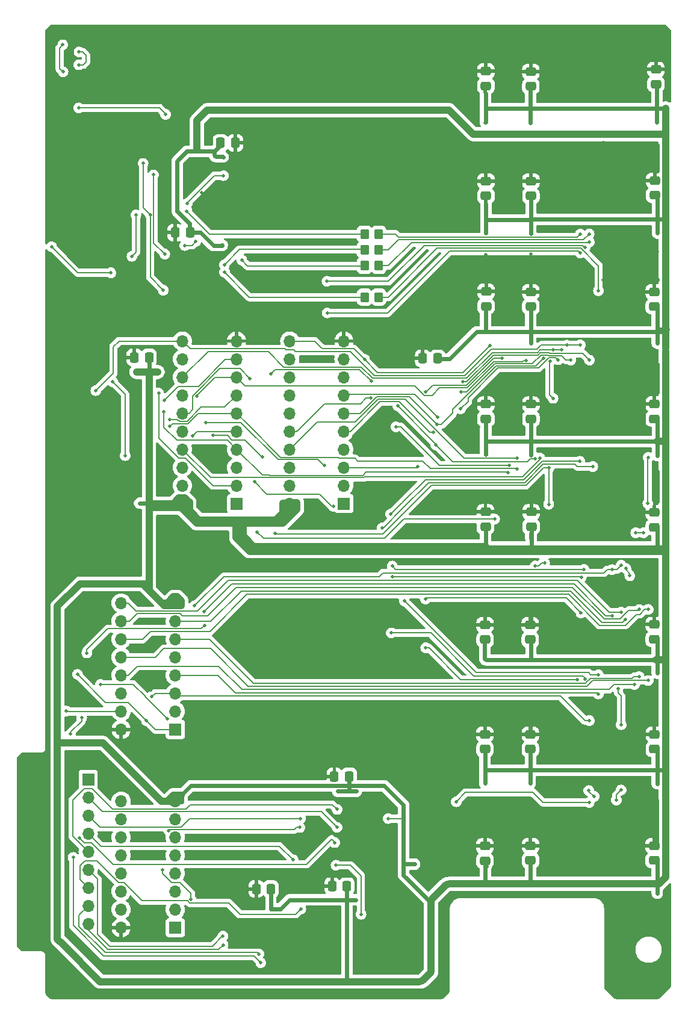
<source format=gbr>
%TF.GenerationSoftware,KiCad,Pcbnew,8.0.5*%
%TF.CreationDate,2024-11-12T15:17:28-04:00*%
%TF.ProjectId,RAMEXB_V2_Github,52414d45-5842-45f5-9632-5f4769746875,rev?*%
%TF.SameCoordinates,Original*%
%TF.FileFunction,Copper,L2,Bot*%
%TF.FilePolarity,Positive*%
%FSLAX46Y46*%
G04 Gerber Fmt 4.6, Leading zero omitted, Abs format (unit mm)*
G04 Created by KiCad (PCBNEW 8.0.5) date 2024-11-12 15:17:28*
%MOMM*%
%LPD*%
G01*
G04 APERTURE LIST*
G04 Aperture macros list*
%AMRoundRect*
0 Rectangle with rounded corners*
0 $1 Rounding radius*
0 $2 $3 $4 $5 $6 $7 $8 $9 X,Y pos of 4 corners*
0 Add a 4 corners polygon primitive as box body*
4,1,4,$2,$3,$4,$5,$6,$7,$8,$9,$2,$3,0*
0 Add four circle primitives for the rounded corners*
1,1,$1+$1,$2,$3*
1,1,$1+$1,$4,$5*
1,1,$1+$1,$6,$7*
1,1,$1+$1,$8,$9*
0 Add four rect primitives between the rounded corners*
20,1,$1+$1,$2,$3,$4,$5,0*
20,1,$1+$1,$4,$5,$6,$7,0*
20,1,$1+$1,$6,$7,$8,$9,0*
20,1,$1+$1,$8,$9,$2,$3,0*%
G04 Aperture macros list end*
%TA.AperFunction,ComponentPad*%
%ADD10R,1.700000X1.700000*%
%TD*%
%TA.AperFunction,ComponentPad*%
%ADD11O,1.700000X1.700000*%
%TD*%
%TA.AperFunction,SMDPad,CuDef*%
%ADD12RoundRect,0.250000X0.475000X-0.337500X0.475000X0.337500X-0.475000X0.337500X-0.475000X-0.337500X0*%
%TD*%
%TA.AperFunction,SMDPad,CuDef*%
%ADD13RoundRect,0.250000X-0.350000X-0.450000X0.350000X-0.450000X0.350000X0.450000X-0.350000X0.450000X0*%
%TD*%
%TA.AperFunction,SMDPad,CuDef*%
%ADD14RoundRect,0.250000X0.337500X0.475000X-0.337500X0.475000X-0.337500X-0.475000X0.337500X-0.475000X0*%
%TD*%
%TA.AperFunction,SMDPad,CuDef*%
%ADD15RoundRect,0.250000X-0.337500X-0.475000X0.337500X-0.475000X0.337500X0.475000X-0.337500X0.475000X0*%
%TD*%
%TA.AperFunction,ViaPad*%
%ADD16C,0.500000*%
%TD*%
%TA.AperFunction,ViaPad*%
%ADD17C,0.600000*%
%TD*%
%TA.AperFunction,Conductor*%
%ADD18C,0.600000*%
%TD*%
%TA.AperFunction,Conductor*%
%ADD19C,0.500000*%
%TD*%
%TA.AperFunction,Conductor*%
%ADD20C,0.150000*%
%TD*%
%TA.AperFunction,Conductor*%
%ADD21C,1.000000*%
%TD*%
%TA.AperFunction,Conductor*%
%ADD22C,0.200000*%
%TD*%
G04 APERTURE END LIST*
D10*
%TO.P,J4,1*%
%TO.N,Net-(JP3-A)*%
X176280000Y-142440000D03*
D11*
%TO.P,J4,2*%
%TO.N,unconnected-(J4-Pad2)*%
X176280000Y-139900000D03*
%TO.P,J4,3*%
%TO.N,RAM-R{slash}~{W}F*%
X176280000Y-137360000D03*
%TO.P,J4,4*%
%TO.N,~{RASF}*%
X176280000Y-134820000D03*
%TO.P,J4,5*%
%TO.N,unconnected-(J4-Pad5)*%
X176280000Y-132280000D03*
%TO.P,J4,6*%
%TO.N,unconnected-(J4-Pad6)*%
X176280000Y-129740000D03*
%TO.P,J4,7*%
%TO.N,unconnected-(J4-Pad7)*%
X176280000Y-127200000D03*
%TO.P,J4,8*%
%TO.N,VCC*%
X176280000Y-124660000D03*
%TO.P,J4,9*%
%TO.N,unconnected-(J4-Pad9)*%
X168660000Y-124660000D03*
%TO.P,J4,10*%
%TO.N,unconnected-(J4-Pad10)*%
X168660000Y-127200000D03*
%TO.P,J4,11*%
%TO.N,unconnected-(J4-Pad11)*%
X168660000Y-129740000D03*
%TO.P,J4,12*%
%TO.N,unconnected-(J4-Pad12)*%
X168660000Y-132280000D03*
%TO.P,J4,13*%
%TO.N,unconnected-(J4-Pad13)*%
X168660000Y-134820000D03*
%TO.P,J4,14*%
%TO.N,unconnected-(J4-Pad14)*%
X168660000Y-137360000D03*
%TO.P,J4,15*%
%TO.N,~{SCAS3F}*%
X168660000Y-139900000D03*
%TO.P,J4,16*%
%TO.N,GND*%
X168660000Y-142440000D03*
%TD*%
D10*
%TO.P,U21,1,OEa*%
%TO.N,unconnected-(U21-OEa-Pad1)*%
X200000000Y-82811400D03*
D11*
%TO.P,U21,2,I0a*%
%TO.N,DQ8*%
X200000000Y-80271400D03*
%TO.P,U21,3,O3b*%
%TO.N,D12*%
X200000000Y-77731400D03*
%TO.P,U21,4,I1a*%
%TO.N,DQ9*%
X200000000Y-75191400D03*
%TO.P,U21,5,O2b*%
%TO.N,D13*%
X200000000Y-72651400D03*
%TO.P,U21,6,I2a*%
%TO.N,DQ10*%
X200000000Y-70111400D03*
%TO.P,U21,7,O1b*%
%TO.N,D14*%
X200000000Y-67571400D03*
%TO.P,U21,8,I3a*%
%TO.N,DQ11*%
X200000000Y-65031400D03*
%TO.P,U21,9,O0b*%
%TO.N,D15*%
X200000000Y-62491400D03*
%TO.P,U21,10,GND*%
%TO.N,GND*%
X200000000Y-59951400D03*
%TO.P,U21,11,I0b*%
%TO.N,DQ15*%
X192380000Y-59951400D03*
%TO.P,U21,12,O3a*%
%TO.N,D11*%
X192380000Y-62491400D03*
%TO.P,U21,13,I1b*%
%TO.N,DQ14*%
X192380000Y-65031400D03*
%TO.P,U21,14,O2a*%
%TO.N,D10*%
X192380000Y-67571400D03*
%TO.P,U21,15,I2b*%
%TO.N,DQ13*%
X192380000Y-70111400D03*
%TO.P,U21,16,O1a*%
%TO.N,D9*%
X192380000Y-72651400D03*
%TO.P,U21,17,I3b*%
%TO.N,DQ12*%
X192380000Y-75191400D03*
%TO.P,U21,18,O0a*%
%TO.N,D8*%
X192380000Y-77731400D03*
%TO.P,U21,19,OEb*%
%TO.N,unconnected-(U21-OEb-Pad19)*%
X192380000Y-80271400D03*
%TO.P,U21,20,VCC*%
%TO.N,VCC*%
X192380000Y-82811400D03*
%TD*%
D10*
%TO.P,U20,1,OEa*%
%TO.N,unconnected-(U20-OEa-Pad1)*%
X184900000Y-82811400D03*
D11*
%TO.P,U20,2,I0a*%
%TO.N,DQ0*%
X184900000Y-80271400D03*
%TO.P,U20,3,O3b*%
%TO.N,D4*%
X184900000Y-77731400D03*
%TO.P,U20,4,I1a*%
%TO.N,DQ1*%
X184900000Y-75191400D03*
%TO.P,U20,5,O2b*%
%TO.N,D5*%
X184900000Y-72651400D03*
%TO.P,U20,6,I2a*%
%TO.N,DQ2*%
X184900000Y-70111400D03*
%TO.P,U20,7,O1b*%
%TO.N,D6*%
X184900000Y-67571400D03*
%TO.P,U20,8,I3a*%
%TO.N,DQ3*%
X184900000Y-65031400D03*
%TO.P,U20,9,O0b*%
%TO.N,D7*%
X184900000Y-62491400D03*
%TO.P,U20,10,GND*%
%TO.N,GND*%
X184900000Y-59951400D03*
%TO.P,U20,11,I0b*%
%TO.N,DQ7*%
X177280000Y-59951400D03*
%TO.P,U20,12,O3a*%
%TO.N,D3*%
X177280000Y-62491400D03*
%TO.P,U20,13,I1b*%
%TO.N,DQ6*%
X177280000Y-65031400D03*
%TO.P,U20,14,O2a*%
%TO.N,D2*%
X177280000Y-67571400D03*
%TO.P,U20,15,I2b*%
%TO.N,DQ5*%
X177280000Y-70111400D03*
%TO.P,U20,16,O1a*%
%TO.N,D1*%
X177280000Y-72651400D03*
%TO.P,U20,17,I3b*%
%TO.N,DQ4*%
X177280000Y-75191400D03*
%TO.P,U20,18,O0a*%
%TO.N,D0*%
X177280000Y-77731400D03*
%TO.P,U20,19,OEb*%
%TO.N,unconnected-(U20-OEb-Pad19)*%
X177280000Y-80271400D03*
%TO.P,U20,20,VCC*%
%TO.N,VCC*%
X177280000Y-82811400D03*
%TD*%
D10*
%TO.P,J3,1*%
%TO.N,Net-(JP3-A)*%
X176280000Y-114580000D03*
D11*
%TO.P,J3,2*%
%TO.N,unconnected-(J3-Pad2)*%
X176280000Y-112040000D03*
%TO.P,J3,3*%
%TO.N,RAM-R{slash}~{W}F*%
X176280000Y-109500000D03*
%TO.P,J3,4*%
%TO.N,~{RASF}*%
X176280000Y-106960000D03*
%TO.P,J3,5*%
%TO.N,MSRA0F*%
X176280000Y-104420000D03*
%TO.P,J3,6*%
%TO.N,RA2F*%
X176280000Y-101880000D03*
%TO.P,J3,7*%
%TO.N,RA1F*%
X176280000Y-99340000D03*
%TO.P,J3,8*%
%TO.N,VCC*%
X176280000Y-96800000D03*
%TO.P,J3,9*%
%TO.N,RA7F*%
X168660000Y-96800000D03*
%TO.P,J3,10*%
%TO.N,RA5F*%
X168660000Y-99340000D03*
%TO.P,J3,11*%
%TO.N,RA4F*%
X168660000Y-101880000D03*
%TO.P,J3,12*%
%TO.N,RA3F*%
X168660000Y-104420000D03*
%TO.P,J3,13*%
%TO.N,RA6F*%
X168660000Y-106960000D03*
%TO.P,J3,14*%
%TO.N,unconnected-(J3-Pad14)*%
X168660000Y-109500000D03*
%TO.P,J3,15*%
%TO.N,~{SCAS2F}*%
X168660000Y-112040000D03*
%TO.P,J3,16*%
%TO.N,GND*%
X168660000Y-114580000D03*
%TD*%
D12*
%TO.P,C22,1*%
%TO.N,VCC*%
X219825000Y-117343910D03*
%TO.P,C22,2*%
%TO.N,GND*%
X219825000Y-115268910D03*
%TD*%
%TO.P,C6,1*%
%TO.N,VCC*%
X243660000Y-70891151D03*
%TO.P,C6,2*%
%TO.N,GND*%
X243660000Y-68816151D03*
%TD*%
%TO.P,C26,1*%
%TO.N,VCC*%
X226300000Y-39537500D03*
%TO.P,C26,2*%
%TO.N,GND*%
X226300000Y-37462500D03*
%TD*%
%TO.P,C17,1*%
%TO.N,VCC*%
X243630000Y-132997500D03*
%TO.P,C17,2*%
%TO.N,GND*%
X243630000Y-130922500D03*
%TD*%
%TO.P,C7,1*%
%TO.N,VCC*%
X226300000Y-70901151D03*
%TO.P,C7,2*%
%TO.N,GND*%
X226300000Y-68826151D03*
%TD*%
D13*
%TO.P,R21,1*%
%TO.N,Net-(U9-~{Y7})*%
X202895000Y-47122000D03*
%TO.P,R21,2*%
%TO.N,~{MCAS15F}*%
X204895000Y-47122000D03*
%TD*%
D12*
%TO.P,C23,1*%
%TO.N,VCC*%
X226250000Y-132992494D03*
%TO.P,C23,2*%
%TO.N,GND*%
X226250000Y-130917494D03*
%TD*%
%TO.P,C30,1*%
%TO.N,VCC*%
X219960000Y-24063748D03*
%TO.P,C30,2*%
%TO.N,GND*%
X219960000Y-21988748D03*
%TD*%
%TO.P,C9,1*%
%TO.N,VCC*%
X243650000Y-86143785D03*
%TO.P,C9,2*%
%TO.N,GND*%
X243650000Y-84068785D03*
%TD*%
%TO.P,C11,1*%
%TO.N,VCC*%
X219905900Y-86049085D03*
%TO.P,C11,2*%
%TO.N,GND*%
X219905900Y-83974085D03*
%TD*%
%TO.P,C19,1*%
%TO.N,VCC*%
X219825000Y-133037494D03*
%TO.P,C19,2*%
%TO.N,GND*%
X219825000Y-130962494D03*
%TD*%
%TO.P,C32,1*%
%TO.N,VCC*%
X243890000Y-23833748D03*
%TO.P,C32,2*%
%TO.N,GND*%
X243890000Y-21758748D03*
%TD*%
D13*
%TO.P,R18,1*%
%TO.N,Net-(U9-~{Y2})*%
X202895000Y-53773000D03*
%TO.P,R18,2*%
%TO.N,~{MCAS5F}*%
X204895000Y-53773000D03*
%TD*%
D12*
%TO.P,C5,1*%
%TO.N,VCC*%
X226286000Y-55096671D03*
%TO.P,C5,2*%
%TO.N,GND*%
X226286000Y-53021671D03*
%TD*%
%TO.P,C15,1*%
%TO.N,VCC*%
X226200000Y-101942304D03*
%TO.P,C15,2*%
%TO.N,GND*%
X226200000Y-99867304D03*
%TD*%
D14*
%TO.P,C30,1*%
%TO.N,VCC*%
X213152500Y-62375000D03*
%TO.P,C30,2*%
%TO.N,GND*%
X211077500Y-62375000D03*
%TD*%
D12*
%TO.P,C2,1*%
%TO.N,VCC*%
X220000000Y-55058171D03*
%TO.P,C2,2*%
%TO.N,GND*%
X220000000Y-52983171D03*
%TD*%
%TO.P,C14,1*%
%TO.N,VCC*%
X243650000Y-101894404D03*
%TO.P,C14,2*%
%TO.N,GND*%
X243650000Y-99819404D03*
%TD*%
%TO.P,C27,1*%
%TO.N,VCC*%
X243710000Y-39427500D03*
%TO.P,C27,2*%
%TO.N,GND*%
X243710000Y-37352500D03*
%TD*%
D15*
%TO.P,C13,1*%
%TO.N,VCC*%
X182642500Y-32070000D03*
%TO.P,C13,2*%
%TO.N,GND*%
X184717500Y-32070000D03*
%TD*%
D12*
%TO.P,C10,1*%
%TO.N,VCC*%
X226345000Y-86053785D03*
%TO.P,C10,2*%
%TO.N,GND*%
X226345000Y-83978785D03*
%TD*%
D14*
%TO.P,C29,1*%
%TO.N,VCC*%
X200417500Y-136620000D03*
%TO.P,C29,2*%
%TO.N,GND*%
X198342500Y-136620000D03*
%TD*%
D13*
%TO.P,R20,1*%
%TO.N,Net-(U9-~{Y0})*%
X202895000Y-49339000D03*
%TO.P,R20,2*%
%TO.N,~{MCAS1F}*%
X204895000Y-49339000D03*
%TD*%
D12*
%TO.P,C12,1*%
%TO.N,VCC*%
X219850300Y-101942304D03*
%TO.P,C12,2*%
%TO.N,GND*%
X219850300Y-99867304D03*
%TD*%
%TO.P,C20,1*%
%TO.N,VCC*%
X243670000Y-117351010D03*
%TO.P,C20,2*%
%TO.N,GND*%
X243670000Y-115276010D03*
%TD*%
D10*
%TO.P,J5,1,Pin_1*%
%TO.N,MSRA8F*%
X164025000Y-121595000D03*
D11*
%TO.P,J5,2,Pin_2*%
%TO.N,A19*%
X164025000Y-124135000D03*
%TO.P,J5,3,Pin_3*%
%TO.N,A20*%
X164025000Y-126675000D03*
%TO.P,J5,4,Pin_4*%
%TO.N,A21*%
X164025000Y-129215000D03*
%TO.P,J5,5,Pin_5*%
%TO.N,VID\u005C~{u}*%
X164025000Y-131755000D03*
%TO.P,J5,6,Pin_6*%
%TO.N,MC2M*%
X164025000Y-134295000D03*
%TO.P,J5,7,Pin_7*%
%TO.N,~{RAS}*%
X164025000Y-136835000D03*
%TO.P,J5,8,Pin_8*%
%TO.N,~{MCAS0}*%
X164025000Y-139375000D03*
%TO.P,J5,9,Pin_9*%
%TO.N,~{MCAS1}*%
X164025000Y-141915000D03*
%TD*%
D12*
%TO.P,C4,1*%
%TO.N,VCC*%
X243646000Y-55086671D03*
%TO.P,C4,2*%
%TO.N,GND*%
X243646000Y-53011671D03*
%TD*%
D14*
%TO.P,C16,1*%
%TO.N,VCC*%
X189737679Y-137002144D03*
%TO.P,C16,2*%
%TO.N,GND*%
X187662679Y-137002144D03*
%TD*%
%TO.P,C18,1*%
%TO.N,VCC*%
X178337500Y-44700000D03*
%TO.P,C18,2*%
%TO.N,GND*%
X176262500Y-44700000D03*
%TD*%
D12*
%TO.P,C31,1*%
%TO.N,VCC*%
X226290000Y-24123748D03*
%TO.P,C31,2*%
%TO.N,GND*%
X226290000Y-22048748D03*
%TD*%
D14*
%TO.P,C28,1*%
%TO.N,VCC*%
X200727500Y-121170000D03*
%TO.P,C28,2*%
%TO.N,GND*%
X198652500Y-121170000D03*
%TD*%
D13*
%TO.P,R11,1*%
%TO.N,Net-(U8-~{Y7})*%
X202895000Y-44905000D03*
%TO.P,R11,2*%
%TO.N,~{MCAS14F}*%
X204895000Y-44905000D03*
%TD*%
D12*
%TO.P,C3,1*%
%TO.N,VCC*%
X219960000Y-70893651D03*
%TO.P,C3,2*%
%TO.N,GND*%
X219960000Y-68818651D03*
%TD*%
%TO.P,C21,1*%
%TO.N,VCC*%
X226225000Y-117343910D03*
%TO.P,C21,2*%
%TO.N,GND*%
X226225000Y-115268910D03*
%TD*%
%TO.P,C25,1*%
%TO.N,VCC*%
X219970000Y-39540000D03*
%TO.P,C25,2*%
%TO.N,GND*%
X219970000Y-37465000D03*
%TD*%
D14*
%TO.P,C1,1*%
%TO.N,VCC*%
X172587500Y-62250000D03*
%TO.P,C1,2*%
%TO.N,GND*%
X170512500Y-62250000D03*
%TD*%
D16*
%TO.N,GND*%
X236400000Y-113350000D03*
X181600000Y-57400000D03*
X154380000Y-136260000D03*
X220000000Y-32300000D03*
X171250000Y-132250000D03*
X185340000Y-129850000D03*
X168750000Y-62270000D03*
X204500000Y-83500000D03*
X214150000Y-147150000D03*
X233000000Y-132450000D03*
X197110000Y-46020000D03*
X161930000Y-35310000D03*
X210300000Y-86700000D03*
X237000000Y-139300000D03*
X219955892Y-113320150D03*
X184860000Y-57320000D03*
X219941135Y-67470000D03*
X245550000Y-139250000D03*
X178510000Y-49150000D03*
X209580000Y-110750000D03*
X226317055Y-67134111D03*
X174700000Y-62300000D03*
X160700000Y-150750000D03*
X219950000Y-128900000D03*
X171750000Y-107000000D03*
X190750000Y-25230000D03*
X197750000Y-144365000D03*
X226250000Y-20337500D03*
X219950000Y-98310000D03*
X244900000Y-150150000D03*
X237450000Y-145050000D03*
X207460000Y-75940000D03*
X244040000Y-51350671D03*
X236470000Y-82233385D03*
X185340000Y-135830000D03*
X236440000Y-124710000D03*
X226297629Y-82260783D03*
X215720000Y-82890000D03*
X195010000Y-135740000D03*
X241500000Y-141850000D03*
X168030000Y-148000000D03*
X194030000Y-16630000D03*
X244065871Y-47400000D03*
X196930000Y-19190000D03*
X196100000Y-101300000D03*
X166290000Y-35290000D03*
X204000000Y-75800000D03*
X217610000Y-97140000D03*
X166040000Y-68020000D03*
X244020000Y-16817500D03*
X226286000Y-47749171D03*
X180000000Y-39120000D03*
X202800000Y-124790000D03*
X226287276Y-97891716D03*
X182100000Y-77400000D03*
X174860000Y-94130000D03*
X203900000Y-52450000D03*
X209580000Y-130750000D03*
X236450000Y-63250000D03*
X236453176Y-67096665D03*
X174500000Y-79500000D03*
X219580000Y-130750000D03*
X185960000Y-101410000D03*
X181600000Y-59800000D03*
X226330000Y-35920000D03*
X214310000Y-99670000D03*
X211710000Y-74440000D03*
X174690000Y-38190000D03*
X166380000Y-98050000D03*
X181870000Y-147890000D03*
X197750000Y-143210000D03*
X226248000Y-16817500D03*
X226250000Y-113900000D03*
X219920000Y-16717500D03*
X191240000Y-19480000D03*
X180250000Y-151750000D03*
X175075000Y-50265000D03*
X180500000Y-75200000D03*
X168690000Y-116620000D03*
X165460000Y-118300000D03*
X187900000Y-22660000D03*
X189580000Y-110750000D03*
X226328000Y-32400000D03*
X239580000Y-150750000D03*
X237500000Y-150100000D03*
X173800000Y-101800000D03*
X178030000Y-57140000D03*
X203910000Y-50620000D03*
X244000000Y-129370000D03*
X165080000Y-92270000D03*
X164340000Y-85830000D03*
X163040000Y-77310000D03*
X194580000Y-120750000D03*
X166500000Y-130000000D03*
X185340000Y-123980000D03*
X171890000Y-49840000D03*
X174920000Y-42970000D03*
X170460000Y-76030000D03*
X244047809Y-78287275D03*
X226280000Y-51370671D03*
X219900000Y-124600000D03*
X215800000Y-86600000D03*
X220000926Y-36000000D03*
X179580000Y-110750000D03*
X166630000Y-114560000D03*
X172750000Y-99500000D03*
X193770000Y-22200000D03*
X190880000Y-55180000D03*
X219921000Y-47800000D03*
X214580000Y-120750000D03*
X173850000Y-76810000D03*
X244050000Y-67150000D03*
X154380000Y-145080000D03*
X236410000Y-16487500D03*
X219920926Y-20417500D03*
X181770000Y-141810000D03*
X178760000Y-90130000D03*
X244070000Y-82503385D03*
X199580000Y-110750000D03*
X174920000Y-86020000D03*
X236459992Y-78340007D03*
X197750000Y-151750000D03*
X204580000Y-120750000D03*
X174180000Y-45540000D03*
X219920000Y-51400671D03*
X226274600Y-128808466D03*
X161000000Y-114220000D03*
X195950000Y-62480000D03*
X170980000Y-92550000D03*
X161100000Y-140640000D03*
X214000000Y-151550000D03*
X218100000Y-73400000D03*
X162480000Y-98890000D03*
X197750000Y-145520000D03*
X244000000Y-124540000D03*
X202450000Y-147690000D03*
X170700000Y-114630000D03*
X245350000Y-145150000D03*
X236450000Y-93950000D03*
X154380000Y-118620000D03*
X174660000Y-36620000D03*
X236420000Y-20327500D03*
X166480000Y-104390000D03*
X186740000Y-145140000D03*
X236410000Y-128920000D03*
X161310000Y-88010000D03*
X171250000Y-129750000D03*
X161400000Y-92240000D03*
X237680000Y-132560000D03*
X154380000Y-127440000D03*
X214580000Y-140750000D03*
X167630000Y-89060000D03*
X236420000Y-51340671D03*
X165250000Y-75750000D03*
X171240000Y-124340000D03*
X218100000Y-70700000D03*
X197110000Y-48250000D03*
X219927715Y-82373249D03*
X178620000Y-143600000D03*
X172620000Y-97010000D03*
X166270000Y-142450000D03*
X244030000Y-20427500D03*
X185340000Y-132260000D03*
X171050000Y-142520000D03*
X226290656Y-124649999D03*
X171740000Y-43370000D03*
X170650000Y-103240000D03*
X162540000Y-108860000D03*
X236500000Y-35910000D03*
X244074162Y-63233489D03*
X184580000Y-120750000D03*
X187080000Y-59930000D03*
X180750000Y-81750000D03*
X210490000Y-147050000D03*
X244110000Y-36010000D03*
X171790000Y-46330000D03*
X236490000Y-32070000D03*
%TO.N,RAM-R{slash}~{W}F*%
X234547998Y-62650000D03*
X234510000Y-113340000D03*
X234490000Y-124840000D03*
X215810000Y-124740000D03*
X172955000Y-109975000D03*
X216693249Y-65675000D03*
%TO.N,DQ14*%
X222240000Y-62375000D03*
X211500000Y-67100000D03*
%TO.N,DQ12*%
X224350000Y-76427229D03*
%TO.N,DQ13*%
X223288376Y-77411624D03*
X207305000Y-72005000D03*
%TO.N,DQ0*%
X221200000Y-85000000D03*
X173932100Y-67248200D03*
X187810000Y-86800000D03*
%TO.N,DQ10*%
X228071021Y-62387227D03*
X213100000Y-71700000D03*
%TO.N,DQ2*%
X224369124Y-77940876D03*
X175522528Y-71953600D03*
%TO.N,DQ5*%
X228827639Y-77774999D03*
X228795374Y-82904626D03*
X186770000Y-65200000D03*
X190280000Y-87020000D03*
X228986183Y-62814432D03*
X229400000Y-68000000D03*
%TO.N,DQ7*%
X231340000Y-60530000D03*
X233230000Y-60500000D03*
X165110000Y-66910000D03*
%TO.N,DQ11*%
X226883224Y-76500000D03*
X212936049Y-74546049D03*
X207550000Y-69050000D03*
%TO.N,DQ9*%
X230095000Y-62580000D03*
X216400000Y-69500000D03*
%TO.N,DQ3*%
X225650000Y-62675000D03*
X179325000Y-67711451D03*
%TO.N,DQ8*%
X216500000Y-67100000D03*
X231900000Y-62630000D03*
%TO.N,DQ6*%
X229461183Y-61214124D03*
X230650000Y-61190000D03*
%TO.N,DQ15*%
X202895876Y-62534124D03*
X220560000Y-60560000D03*
%TO.N,DQ1*%
X223100000Y-78475000D03*
X174683300Y-69908600D03*
%TO.N,DQ4*%
X227555000Y-76380000D03*
X228220000Y-91180000D03*
X226930000Y-91570000D03*
%TO.N,D6*%
X175518400Y-71041100D03*
%TO.N,D0*%
X169217900Y-76053200D03*
X167460000Y-65690000D03*
%TO.N,D7*%
X174720000Y-68250000D03*
%TO.N,D5*%
X178690000Y-73250000D03*
%TO.N,D9*%
X203740000Y-67960000D03*
%TO.N,D8*%
X203820000Y-65610000D03*
X189740000Y-64530000D03*
%TO.N,D14*%
X213200000Y-70700000D03*
%TO.N,D12*%
X210370000Y-77645000D03*
%TO.N,D13*%
X212600000Y-72800000D03*
%TO.N,~{RASF}*%
X235800000Y-109590000D03*
%TO.N,RA5F*%
X242145846Y-86900000D03*
X241050000Y-86900000D03*
X241530000Y-97710000D03*
%TO.N,RA2F*%
X241500000Y-107150000D03*
%TO.N,RA7F*%
X238985000Y-98100000D03*
%TO.N,RA6F*%
X239649192Y-91930000D03*
X240890000Y-108239124D03*
X240200000Y-92970000D03*
%TO.N,RA3F*%
X242795000Y-107700000D03*
X242750000Y-82800000D03*
X242800000Y-76300000D03*
%TO.N,~{MCAS1F}*%
X234500000Y-46010000D03*
%TO.N,~{MCAS0F}*%
X197620000Y-51550000D03*
X233910876Y-46799124D03*
%TO.N,RA4F*%
X242795000Y-97700000D03*
%TO.N,MSRA0F*%
X237710000Y-92110000D03*
X238544629Y-108874629D03*
X238985000Y-123100000D03*
X178980000Y-97180000D03*
X238328245Y-124500000D03*
X239000000Y-113900000D03*
X239000000Y-91500000D03*
%TO.N,RA1F*%
X239609611Y-99080000D03*
%TO.N,VCC*%
X244070000Y-87213385D03*
X226280000Y-56400671D03*
X226210000Y-122163510D03*
X226300000Y-72163651D03*
X219985971Y-40650000D03*
D17*
X226287900Y-87161985D03*
D16*
X219970000Y-44800000D03*
X219840000Y-118333510D03*
X182888802Y-46455591D03*
X226220000Y-118333510D03*
X199109762Y-123273021D03*
X220000000Y-133800000D03*
X219929815Y-75870184D03*
X226300000Y-103016904D03*
X219910000Y-56410671D03*
X244069103Y-106656078D03*
X226300000Y-44810000D03*
X179510000Y-31190000D03*
X244020000Y-29177500D03*
X244100000Y-72200000D03*
X244100000Y-118303510D03*
X244064999Y-137604768D03*
X201740820Y-123279999D03*
X219890000Y-29217500D03*
X199190000Y-138530000D03*
X226280000Y-60250671D03*
X244078339Y-103035617D03*
X179290000Y-32120000D03*
X244050000Y-60250671D03*
X244020000Y-25367500D03*
X226300049Y-75969607D03*
X219840000Y-122183510D03*
X219936567Y-87274292D03*
X191080000Y-139810000D03*
X226220000Y-133859994D03*
X226220000Y-29227500D03*
X219960000Y-72200000D03*
X244100000Y-44760000D03*
X171255730Y-82760627D03*
X209960000Y-133520000D03*
X226220000Y-25067500D03*
X206192747Y-127098889D03*
X201640000Y-138530000D03*
X244071689Y-133966017D03*
X183000000Y-34070000D03*
X181762500Y-33290000D03*
X219820000Y-102916904D03*
X226300000Y-40650000D03*
X219905971Y-25067500D03*
X244050752Y-122198120D03*
X244060000Y-56410671D03*
X173780000Y-64300000D03*
X244090974Y-76036820D03*
X170810000Y-64280000D03*
X244100000Y-40950000D03*
X214805000Y-62435000D03*
%TO.N,~{MCAS5F}*%
X235810000Y-52860000D03*
%TO.N,~{MCAS4F}*%
X233260000Y-47580000D03*
X197640000Y-55990000D03*
%TO.N,~{MCAS7F}*%
X235000000Y-77600000D03*
X205400000Y-86218853D03*
%TO.N,~{MCAS6F}*%
X206575217Y-84290000D03*
X233170000Y-76870000D03*
%TO.N,~{MCAS9F}*%
X233770000Y-92045000D03*
X206810000Y-91600000D03*
%TO.N,~{MCAS8F}*%
X233370000Y-93160000D03*
X206790000Y-93110000D03*
%TO.N,~{MCAS11F}*%
X208480000Y-96500000D03*
X235800000Y-106914124D03*
%TO.N,~{MCAS10F}*%
X233360000Y-98170000D03*
X211450000Y-96240000D03*
%TO.N,~{MCAS13F}*%
X234440000Y-123180000D03*
X206670000Y-101010000D03*
X233890000Y-107450000D03*
X235200000Y-124000000D03*
%TO.N,~{MCAS12F}*%
X211510000Y-103100000D03*
X232850000Y-107553510D03*
%TO.N,~{MCAS15F}*%
X234490000Y-44880000D03*
%TO.N,~{MCAS14F}*%
X233270000Y-44890000D03*
%TO.N,~{MCAS0}*%
X188030000Y-146145000D03*
%TO.N,~{MCAS3F}*%
X167230000Y-50349780D03*
X162750000Y-19300000D03*
X162710000Y-21090000D03*
X158870000Y-46680000D03*
%TO.N,~{MCAS1}*%
X182995000Y-144875000D03*
%TO.N,MC2M*%
X182990000Y-143605000D03*
%TO.N,A21*%
X192860000Y-132930000D03*
%TO.N,A19*%
X199020000Y-128350000D03*
%TO.N,VID\u005C~{u}*%
X199030000Y-125820000D03*
X202390000Y-140560000D03*
X198890000Y-133680000D03*
%TO.N,A20*%
X193900000Y-127100000D03*
%TO.N,Net-(U8-~{Y1})*%
X177970000Y-40570000D03*
X183070000Y-36690000D03*
%TO.N,Net-(U8-~{Y7})*%
X177910000Y-41700000D03*
%TO.N,Net-(U9-~{Y5})*%
X188530000Y-76270000D03*
X181610876Y-73239124D03*
%TO.N,Net-(U9-~{Y4})*%
X197240000Y-77420000D03*
X180535950Y-71385950D03*
%TO.N,Net-(U9-~{Y3})*%
X187400000Y-79750000D03*
X198500300Y-83201324D03*
%TO.N,Net-(U9-~{Y2})*%
X183190000Y-50265000D03*
%TO.N,Net-(U9-~{Y0})*%
X185625000Y-48565000D03*
%TO.N,Net-(U9-~{Y7})*%
X183170000Y-49210000D03*
%TO.N,Net-(U8-E2)*%
X171754743Y-34970000D03*
X172754743Y-42235000D03*
X174590000Y-52800000D03*
%TO.N,Net-(U9-~{E1})*%
X174480000Y-134350000D03*
X178500000Y-138500000D03*
%TO.N,Net-(U8-~{E1})*%
X163105000Y-112925000D03*
X161910000Y-132570000D03*
X188310000Y-147400000D03*
X170190000Y-48020000D03*
X161560000Y-115210000D03*
X170734743Y-42220000D03*
%TO.N,Net-(U1-I0a)*%
X174800000Y-47725000D03*
X193790000Y-128360000D03*
X175340000Y-128785000D03*
X175170000Y-113120000D03*
X173229743Y-36580000D03*
X165760000Y-108260000D03*
%TO.N,Net-(U1-I0b)*%
X179150000Y-45970000D03*
X177610000Y-46495245D03*
X162825876Y-129874124D03*
X198690000Y-130480000D03*
%TO.N,~{RAS}*%
X193933553Y-139810000D03*
%TO.N,Net-(R22-Pad2)*%
X160460000Y-18290000D03*
X160480000Y-22100000D03*
%TO.N,Net-(R23-Pad2)*%
X162710000Y-27170000D03*
X174920000Y-28080000D03*
%TO.N,MSRA8F*%
X180360000Y-97990000D03*
X237715000Y-98575000D03*
X163830000Y-103810000D03*
X180370000Y-99930000D03*
%TO.N,~{SCAS2F}*%
X160930000Y-112000000D03*
%TO.N,Net-(JP3-A)*%
X172225000Y-113335000D03*
X162520000Y-106840000D03*
%TD*%
D18*
%TO.N,GND*%
X244100000Y-63273651D02*
X244070000Y-63243651D01*
X219941135Y-68799786D02*
X219960000Y-68818651D01*
X244057000Y-82490385D02*
X244070000Y-82503385D01*
X226287276Y-99780028D02*
X226200000Y-99867304D01*
X243750000Y-130912500D02*
X243737494Y-130899994D01*
X244050000Y-67150000D02*
X244100000Y-67100000D01*
X226317055Y-68809096D02*
X226300000Y-68826151D01*
X244057000Y-78320385D02*
X244057000Y-82490385D01*
D19*
X236500000Y-32300000D02*
X236500000Y-35910000D01*
D18*
X236490000Y-35900000D02*
X236500000Y-35910000D01*
X244100000Y-67200000D02*
X244050000Y-67150000D01*
X226250000Y-115243910D02*
X226225000Y-115268910D01*
X226287276Y-97891716D02*
X226287276Y-99780028D01*
X226250000Y-113900000D02*
X226250000Y-115243910D01*
X244050000Y-51340671D02*
X244040000Y-51350671D01*
X244100000Y-67100000D02*
X244100000Y-63273651D01*
X244100000Y-32400000D02*
X244100000Y-36000000D01*
X244050000Y-51238271D02*
X244050000Y-51340671D01*
X236490000Y-32070000D02*
X236490000Y-35900000D01*
D19*
X236420000Y-16497500D02*
X236410000Y-16487500D01*
D18*
X244100000Y-36000000D02*
X244110000Y-36010000D01*
X244000000Y-68826151D02*
X244100000Y-68726151D01*
X244000000Y-129370000D02*
X244000000Y-124540000D01*
D19*
X236420000Y-20327500D02*
X236420000Y-16497500D01*
D18*
X244000000Y-129370000D02*
X244000000Y-130817494D01*
X244020000Y-16817500D02*
X244020000Y-20417500D01*
X244070000Y-82503385D02*
X244057000Y-82516385D01*
X244040000Y-51350671D02*
X244050000Y-51360671D01*
X219967500Y-68826151D02*
X219960000Y-68818651D01*
D19*
X226350000Y-35940000D02*
X226330000Y-35920000D01*
D18*
X244050000Y-78313385D02*
X244057000Y-78320385D01*
X226366000Y-130967500D02*
G75*
G02*
X226116000Y-130717500I0J250000D01*
G01*
X243980000Y-115036010D02*
G75*
G02*
X243730000Y-115286000I-250000J10D01*
G01*
D20*
%TO.N,RAM-R{slash}~{W}F*%
X217255000Y-65675000D02*
X221030000Y-61900000D01*
X227285736Y-61900000D02*
X227573509Y-61612227D01*
X176670000Y-109890000D02*
X176280000Y-109500000D01*
X234510000Y-113340000D02*
X233930000Y-113340000D01*
X215810000Y-124740000D02*
X217100000Y-123450000D01*
X173430000Y-109500000D02*
X176280000Y-109500000D01*
X221030000Y-61900000D02*
X227285736Y-61900000D01*
X228826491Y-61612227D02*
X228903388Y-61689124D01*
X230478510Y-109888510D02*
X214952774Y-109888510D01*
X234490000Y-124840000D02*
X234530000Y-124880000D01*
X233930000Y-113340000D02*
X230478510Y-109888510D01*
X172955000Y-109975000D02*
X173430000Y-109500000D01*
X233587122Y-61689124D02*
X234547998Y-62650000D01*
X227573509Y-61612227D02*
X228826491Y-61612227D01*
X227970000Y-124840000D02*
X234490000Y-124840000D01*
X228903388Y-61689124D02*
X233587122Y-61689124D01*
X216693249Y-65675000D02*
X217255000Y-65675000D01*
X214944254Y-109890000D02*
X176670000Y-109890000D01*
X226580000Y-123450000D02*
X227970000Y-124840000D01*
X217100000Y-123450000D02*
X226580000Y-123450000D01*
%TO.N,DQ14*%
X222240000Y-62375000D02*
X221036472Y-62375000D01*
X221036472Y-62375000D02*
X217261472Y-66150000D01*
X212490000Y-66150000D02*
X211540000Y-67100000D01*
X211540000Y-67100000D02*
X211500000Y-67100000D01*
X217261472Y-66150000D02*
X212490000Y-66150000D01*
%TO.N,DQ12*%
X196211400Y-71360000D02*
X192380000Y-75191400D01*
X208620000Y-68120000D02*
X204830000Y-68120000D01*
X204830000Y-68120000D02*
X201590000Y-71360000D01*
X224350000Y-76427229D02*
X223553481Y-76427229D01*
X216925308Y-76425308D02*
X208620000Y-68120000D01*
X223553481Y-76427229D02*
X223551560Y-76425308D01*
X223551560Y-76425308D02*
X216925308Y-76425308D01*
X201590000Y-71360000D02*
X196211400Y-71360000D01*
%TO.N,DQ13*%
X207305000Y-72005000D02*
X208005000Y-72005000D01*
X220234264Y-77410000D02*
X220235888Y-77411624D01*
X208005000Y-72005000D02*
X213410000Y-77410000D01*
X220235888Y-77411624D02*
X223288376Y-77411624D01*
X213410000Y-77410000D02*
X220234264Y-77410000D01*
%TO.N,DQ0*%
X187810000Y-86800000D02*
X187810000Y-86810000D01*
X181571400Y-80271400D02*
X177688177Y-76388177D01*
X174005324Y-73605324D02*
X174005324Y-73438124D01*
X173932100Y-73261347D02*
X173932100Y-67248200D01*
X188700000Y-87700000D02*
X205700000Y-87700000D01*
X184900000Y-80271400D02*
X181571400Y-80271400D01*
X187810000Y-86810000D02*
X188700000Y-87700000D01*
X208400000Y-85000000D02*
X221200000Y-85000000D01*
X177688177Y-76388177D02*
X176788177Y-76388177D01*
X205700000Y-87700000D02*
X208400000Y-85000000D01*
X176788177Y-76388177D02*
X174005324Y-73605324D01*
X174005324Y-73438124D02*
G75*
G02*
X173932067Y-73261347I176776J176824D01*
G01*
%TO.N,DQ10*%
X213710000Y-71700000D02*
X213100000Y-71700000D01*
X204601752Y-67770000D02*
X202260352Y-70111400D01*
X209160000Y-67770000D02*
X204601752Y-67770000D01*
X202260352Y-70111400D02*
X200000000Y-70111400D01*
X228071021Y-62387227D02*
X227008248Y-63450000D01*
X215300000Y-69560000D02*
X215300000Y-70110000D01*
X215300000Y-70110000D02*
X213710000Y-71700000D01*
X212500000Y-71100000D02*
X212490000Y-71100000D01*
X221410000Y-63450000D02*
X215300000Y-69560000D01*
X212490000Y-71100000D02*
X209160000Y-67770000D01*
X227008248Y-63450000D02*
X221410000Y-63450000D01*
X213100000Y-71700000D02*
X212500000Y-71100000D01*
%TO.N,DQ2*%
X191113400Y-76323400D02*
X186505724Y-71715724D01*
X175916128Y-71560000D02*
X178014264Y-71560000D01*
X224318248Y-77890000D02*
X212118248Y-77890000D01*
X212118248Y-77890000D02*
X211028248Y-76800000D01*
X201900000Y-76800000D02*
X201560000Y-76460000D01*
X186504324Y-71715724D02*
X184900000Y-70111400D01*
X201560000Y-76460000D02*
X199300000Y-76460000D01*
X199163400Y-76323400D02*
X191113400Y-76323400D01*
X179462864Y-70111400D02*
X184900000Y-70111400D01*
X211028248Y-76800000D02*
X201900000Y-76800000D01*
X199300000Y-76460000D02*
X199163400Y-76323400D01*
X178014264Y-71560000D02*
X179462864Y-70111400D01*
X224369124Y-77940876D02*
X224318248Y-77890000D01*
X175522528Y-71953600D02*
X175916128Y-71560000D01*
X186505724Y-71715724D02*
X186504324Y-71715724D01*
%TO.N,DQ5*%
X205432900Y-87107100D02*
X212290000Y-80250000D01*
X178188600Y-70111400D02*
X178700000Y-69600000D01*
X190367100Y-87107100D02*
X205432900Y-87107100D01*
X228075001Y-77774999D02*
X228827639Y-77774999D01*
X228827639Y-77774999D02*
X228800000Y-77802638D01*
X228900000Y-62900615D02*
X228900000Y-67500000D01*
X186770000Y-65200000D02*
X185370000Y-63800000D01*
X177280000Y-70111400D02*
X178188600Y-70111400D01*
X225600000Y-80250000D02*
X228075001Y-77774999D01*
X228900000Y-67500000D02*
X229400000Y-68000000D01*
X178700000Y-67664700D02*
X178832350Y-67532350D01*
X182564700Y-63800000D02*
X178788500Y-67576200D01*
X228800000Y-82900000D02*
X228795374Y-82904626D01*
X185370000Y-63800000D02*
X182564700Y-63800000D01*
X190280000Y-87020000D02*
X190367100Y-87107100D01*
X228800000Y-77802638D02*
X228800000Y-82900000D01*
X212290000Y-80250000D02*
X225600000Y-80250000D01*
X228986183Y-62814432D02*
X228900000Y-62900615D01*
X178700000Y-69600000D02*
X178700000Y-67664700D01*
%TO.N,DQ7*%
X216980000Y-64780000D02*
X220670140Y-61089860D01*
X192970000Y-61220000D02*
X193160000Y-61410000D01*
X165110000Y-66910000D02*
X167575000Y-64445000D01*
X227760000Y-60500000D02*
X233230000Y-60500000D01*
X178368600Y-61040000D02*
X191670000Y-61040000D01*
X220670140Y-61089860D02*
X227170140Y-61089860D01*
X200920000Y-61400000D02*
X202710000Y-63190000D01*
X202710000Y-63190783D02*
X204299217Y-64780000D01*
X191670000Y-61040000D02*
X191850000Y-61220000D01*
X193170000Y-61400000D02*
X200920000Y-61400000D01*
X204299217Y-64780000D02*
X216980000Y-64780000D01*
X168348600Y-59951400D02*
X177280000Y-59951400D01*
X202710000Y-63190000D02*
X202710000Y-63190783D01*
X193160000Y-61410000D02*
X193170000Y-61400000D01*
X191850000Y-61220000D02*
X192970000Y-61220000D01*
X233230000Y-60500000D02*
X233240000Y-60450000D01*
X177280000Y-59951400D02*
X178368600Y-61040000D01*
X167575000Y-60725000D02*
X168348600Y-59951400D01*
X227170140Y-61089860D02*
X227760000Y-60500000D01*
X167575000Y-64445000D02*
X167575000Y-60725000D01*
%TO.N,DQ11*%
X226250000Y-76500000D02*
X226883224Y-76500000D01*
X212936049Y-74546049D02*
X215320000Y-76930000D01*
X212936049Y-74436049D02*
X207550000Y-69050000D01*
X215320000Y-76930000D02*
X225820000Y-76930000D01*
X225820000Y-76930000D02*
X226250000Y-76500000D01*
X212936049Y-74546049D02*
X212936049Y-74436049D01*
%TO.N,DQ9*%
X227380000Y-63750000D02*
X228511183Y-62618817D01*
X221660000Y-63750000D02*
X227380000Y-63750000D01*
X228839739Y-62289124D02*
X229804124Y-62289124D01*
X217450000Y-67960000D02*
X221660000Y-63750000D01*
X229804124Y-62289124D02*
X230095000Y-62580000D01*
X228511183Y-62617680D02*
X228839739Y-62289124D01*
X228511183Y-62618817D02*
X228511183Y-62617680D01*
X216400000Y-69500000D02*
X217450000Y-68450000D01*
X217450000Y-68450000D02*
X217450000Y-67960000D01*
%TO.N,DQ3*%
X225650000Y-62675000D02*
X225265000Y-62675000D01*
X186117666Y-66249066D02*
X184900000Y-65031400D01*
X225090000Y-62850000D02*
X221030000Y-62850000D01*
X225265000Y-62675000D02*
X225090000Y-62850000D01*
X201403830Y-66249066D02*
X186117666Y-66249066D01*
X221030000Y-62850000D02*
X217350000Y-66530000D01*
X181868600Y-65031400D02*
X184900000Y-65031400D01*
X216701752Y-66530000D02*
X216696752Y-66525000D01*
X216696752Y-66525000D02*
X216303248Y-66525000D01*
X179325000Y-67711451D02*
X179325000Y-67575000D01*
X213457032Y-66530000D02*
X212412032Y-67575000D01*
X212412032Y-67575000D02*
X211303248Y-67575000D01*
X217350000Y-66530000D02*
X216701752Y-66530000D01*
X216303248Y-66525000D02*
X216298248Y-66530000D01*
X216298248Y-66530000D02*
X213457032Y-66530000D01*
X211303248Y-67575000D02*
X209978248Y-66250000D01*
X179325000Y-67575000D02*
X181868600Y-65031400D01*
X209978248Y-66250000D02*
X201404764Y-66250000D01*
%TO.N,DQ8*%
X227697773Y-61912227D02*
X226460000Y-63150000D01*
X228779124Y-61989124D02*
X228702227Y-61912227D01*
X226460000Y-63150000D02*
X221190000Y-63150000D01*
X231900000Y-62630000D02*
X231240000Y-62630000D01*
X228702227Y-61912227D02*
X227697773Y-61912227D01*
X221190000Y-63150000D02*
X217240000Y-67100000D01*
X231240000Y-62630000D02*
X230599124Y-61989124D01*
X230599124Y-61989124D02*
X228779124Y-61989124D01*
X217240000Y-67100000D02*
X216597056Y-67100000D01*
%TO.N,DQ6*%
X180890000Y-61410000D02*
X177280000Y-65020000D01*
X227547348Y-61214124D02*
X227201472Y-61560000D01*
X217230000Y-65190000D02*
X204050000Y-65190000D01*
X202460000Y-63600000D02*
X191540000Y-63600000D01*
X229461183Y-61214124D02*
X227547348Y-61214124D01*
X220860000Y-61560000D02*
X217230000Y-65190000D01*
X191540000Y-63600000D02*
X189350000Y-61410000D01*
X229485307Y-61190000D02*
X229461183Y-61214124D01*
X189350000Y-61410000D02*
X180890000Y-61410000D01*
X177280000Y-65020000D02*
X177280000Y-65031400D01*
X230650000Y-61190000D02*
X229485307Y-61190000D01*
X227201472Y-61560000D02*
X220860000Y-61560000D01*
X204050000Y-65190000D02*
X202460000Y-63600000D01*
%TO.N,DQ15*%
X204730000Y-64390000D02*
X202895876Y-62555876D01*
X196874264Y-60914264D02*
X195911400Y-59951400D01*
X195911400Y-59951400D02*
X192380000Y-59951400D01*
X220560000Y-60560000D02*
X220520000Y-60560000D01*
X202895876Y-62555876D02*
X202895876Y-62534124D01*
X220520000Y-60560000D02*
X216690000Y-64390000D01*
X197004564Y-61050300D02*
X196874264Y-60920000D01*
X201412052Y-61050300D02*
X197004564Y-61050300D01*
X202895876Y-62534124D02*
X201412052Y-61050300D01*
X216690000Y-64390000D02*
X204730000Y-64390000D01*
X196874264Y-60920000D02*
X196874264Y-60914264D01*
%TO.N,DQ1*%
X202668555Y-78831445D02*
X200032515Y-78831445D01*
X200032515Y-78831445D02*
X200031980Y-78831980D01*
X174683300Y-72083300D02*
X176500000Y-73900000D01*
X176500000Y-73900000D02*
X183608600Y-73900000D01*
X200031980Y-78831980D02*
X189580894Y-78831980D01*
X223100000Y-78400000D02*
X203100000Y-78400000D01*
X174683300Y-69908600D02*
X174683300Y-72083300D01*
X189578914Y-78830000D02*
X188540000Y-78830000D01*
X189580894Y-78831980D02*
X189578914Y-78830000D01*
X203100000Y-78400000D02*
X202668555Y-78831445D01*
X183608600Y-73900000D02*
X184900000Y-75191400D01*
X184901400Y-75191400D02*
X184900000Y-75191400D01*
X188540000Y-78830000D02*
X184901400Y-75191400D01*
%TO.N,DQ4*%
X226930000Y-91570000D02*
X227400000Y-91570000D01*
X189467000Y-79167000D02*
X189466040Y-79166040D01*
X227400000Y-91570000D02*
X227790000Y-91180000D01*
X227790000Y-91180000D02*
X228220000Y-91180000D01*
X181254640Y-79166040D02*
X177280000Y-75191400D01*
X189466040Y-79166040D02*
X181254640Y-79166040D01*
X202904264Y-79020000D02*
X202756840Y-79167424D01*
X227555000Y-76380000D02*
X227555000Y-76545000D01*
X225080000Y-79020000D02*
X202904264Y-79020000D01*
X193267424Y-79167424D02*
X193267000Y-79167000D01*
X193267000Y-79167000D02*
X189467000Y-79167000D01*
X227555000Y-76545000D02*
X225080000Y-79020000D01*
X202756840Y-79167424D02*
X193267424Y-79167424D01*
%TO.N,D6*%
X176668210Y-71080678D02*
X176576943Y-71042857D01*
X183228423Y-69242977D02*
X179907023Y-69242977D01*
X179907023Y-69242977D02*
X177939100Y-71210900D01*
X176704323Y-71114423D02*
X176668210Y-71080678D01*
X177939100Y-71210900D02*
X176904353Y-71210900D01*
X176904353Y-71210900D02*
X176854963Y-71209210D01*
X184900000Y-67571400D02*
X183228423Y-69242977D01*
X176763707Y-71171393D02*
X176727576Y-71137676D01*
X176727576Y-71137676D02*
X176704323Y-71114423D01*
X176854963Y-71209210D02*
X176763707Y-71171393D01*
X175518400Y-71041200D02*
X175518400Y-71041100D01*
X176527547Y-71041200D02*
X175518400Y-71041200D01*
X176576943Y-71042857D02*
X176527547Y-71041200D01*
%TO.N,D0*%
X167490000Y-65690000D02*
X169217900Y-67417900D01*
X169217900Y-67417900D02*
X169217900Y-76053200D01*
X167460000Y-65690000D02*
X167490000Y-65690000D01*
%TO.N,D7*%
X183466253Y-62491400D02*
X184900000Y-62491400D01*
X176642950Y-66327050D02*
X179527050Y-66327050D01*
X179527050Y-66327050D02*
X183289477Y-62564623D01*
X174720000Y-68250000D02*
X176642950Y-66327050D01*
X183289477Y-62564623D02*
G75*
G02*
X183466253Y-62491367I176823J-176777D01*
G01*
%TO.N,D5*%
X178690000Y-73250000D02*
X179288600Y-72651400D01*
X179288600Y-72651400D02*
X184900000Y-72651400D01*
%TO.N,D9*%
X202309000Y-68791000D02*
X197370653Y-68791000D01*
X203140000Y-67960000D02*
X202309000Y-68791000D01*
X197193876Y-68864224D02*
X193479923Y-72578177D01*
X193303147Y-72651400D02*
X192380000Y-72651400D01*
X203740000Y-67960000D02*
X203140000Y-67960000D01*
X197370653Y-68791000D02*
G75*
G03*
X197193899Y-68864247I47J-250000D01*
G01*
X193479923Y-72578177D02*
G75*
G02*
X193303147Y-72651433I-176823J176777D01*
G01*
%TO.N,D8*%
X189740000Y-64530000D02*
X190330000Y-63940000D01*
X202150000Y-63940000D02*
X203820000Y-65610000D01*
X190330000Y-63940000D02*
X202150000Y-63940000D01*
%TO.N,D14*%
X213200000Y-70670000D02*
X209970000Y-67440000D01*
X200131400Y-67440000D02*
X200000000Y-67571400D01*
X209970000Y-67440000D02*
X200131400Y-67440000D01*
X213200000Y-70700000D02*
X213200000Y-70670000D01*
%TO.N,D12*%
X203128600Y-77731400D02*
X200000000Y-77731400D01*
X210370000Y-77645000D02*
X210275000Y-77740000D01*
X203137200Y-77740000D02*
X203128600Y-77731400D01*
X210275000Y-77740000D02*
X203137200Y-77740000D01*
%TO.N,D13*%
X207740000Y-68440000D02*
X205080000Y-68440000D01*
X212600000Y-72800000D02*
X212100000Y-72800000D01*
X200868600Y-72651400D02*
X200000000Y-72651400D01*
X205080000Y-68440000D02*
X200868600Y-72651400D01*
X200729227Y-72651400D02*
X200000000Y-72651400D01*
X212100000Y-72800000D02*
X207740000Y-68440000D01*
%TO.N,~{RASF}*%
X235620000Y-109410000D02*
X184730000Y-109410000D01*
X184730000Y-109410000D02*
X182270000Y-106950000D01*
X182270000Y-106950000D02*
X176290000Y-106950000D01*
X235800000Y-109590000D02*
X235620000Y-109410000D01*
X176290000Y-106950000D02*
X176280000Y-106960000D01*
%TO.N,RA5F*%
X241400000Y-97840000D02*
X240010000Y-97840000D01*
X236590000Y-99050000D02*
X232141250Y-94601250D01*
X241050000Y-86900000D02*
X242145846Y-86900000D01*
X241530000Y-97805000D02*
X241550000Y-97825000D01*
X240010000Y-97840000D02*
X238800000Y-99050000D01*
X177270000Y-98610000D02*
X176925000Y-98265000D01*
X169820000Y-99340000D02*
X168660000Y-99340000D01*
X238800000Y-99050000D02*
X236590000Y-99050000D01*
X180840000Y-98610000D02*
X177270000Y-98610000D01*
X176925000Y-98265000D02*
X170895000Y-98265000D01*
X170895000Y-98265000D02*
X169820000Y-99340000D01*
X241530000Y-97710000D02*
X241530000Y-97805000D01*
X241530000Y-97710000D02*
X241400000Y-97840000D01*
X184848750Y-94601250D02*
X180840000Y-98610000D01*
X232141250Y-94601250D02*
X184848750Y-94601250D01*
%TO.N,RA2F*%
X240750000Y-107150000D02*
X241550000Y-107150000D01*
X235089720Y-107390000D02*
X235090596Y-107389124D01*
X182110000Y-102900000D02*
X182120280Y-102900000D01*
X234007993Y-108060000D02*
X234041490Y-108026503D01*
X240510876Y-107389124D02*
X240750000Y-107150000D01*
X182120280Y-102900000D02*
X187280280Y-108060000D01*
X234680000Y-107390000D02*
X235089720Y-107390000D01*
X181090000Y-101880000D02*
X182110000Y-102900000D01*
X234041490Y-108028510D02*
X234680000Y-107390000D01*
X235090596Y-107389124D02*
X240510876Y-107389124D01*
X176280000Y-101880000D02*
X181090000Y-101880000D01*
X214489215Y-108060000D02*
X234007993Y-108060000D01*
X187280280Y-108060000D02*
X214489215Y-108060000D01*
%TO.N,RA7F*%
X169680000Y-96800000D02*
X168660000Y-96800000D01*
X179378300Y-97901700D02*
X170781700Y-97901700D01*
X238985000Y-98100000D02*
X239000000Y-98115000D01*
X238985000Y-98100000D02*
X237300000Y-98100000D01*
X237300000Y-98100000D02*
X232808750Y-93608750D01*
X170781700Y-97901700D02*
X169680000Y-96800000D01*
X232808750Y-93608750D02*
X183671250Y-93608750D01*
X183671250Y-93608750D02*
X179378300Y-97901700D01*
%TO.N,RA6F*%
X170913147Y-105680000D02*
X169633147Y-106960000D01*
X240679124Y-108239124D02*
X240658248Y-108260000D01*
X215161284Y-108957505D02*
X215160689Y-108958100D01*
X215160689Y-108958100D02*
X185658100Y-108958100D01*
X240200000Y-92650000D02*
X240200000Y-92970000D01*
X185658100Y-108958100D02*
X182380000Y-105680000D01*
X237282495Y-108957505D02*
X215161284Y-108957505D01*
X169633147Y-106960000D02*
X168660000Y-106960000D01*
X182380000Y-105680000D02*
X170913147Y-105680000D01*
X240890000Y-108239124D02*
X240679124Y-108239124D01*
X239649192Y-92099192D02*
X240200000Y-92650000D01*
X237980000Y-108260000D02*
X237282495Y-108957505D01*
X239649192Y-91930000D02*
X239649192Y-92099192D01*
X240658248Y-108260000D02*
X237980000Y-108260000D01*
%TO.N,RA3F*%
X215237323Y-108491775D02*
X186511775Y-108491775D01*
X242750000Y-82800000D02*
X242750000Y-76300000D01*
X242800000Y-76250000D02*
X242800000Y-76250000D01*
X242800000Y-76300000D02*
X242800000Y-76250000D01*
X173439036Y-104420000D02*
X168660000Y-104420000D01*
X181220000Y-103200000D02*
X174659036Y-103200000D01*
X235250876Y-107689124D02*
X235250000Y-107690000D01*
X234990000Y-107690000D02*
X234187996Y-108492004D01*
X186511775Y-108491775D02*
X181220000Y-103200000D01*
X242795000Y-107700000D02*
X242784124Y-107689124D01*
X242784124Y-107689124D02*
X235250876Y-107689124D01*
X234187996Y-108492004D02*
X215237552Y-108492004D01*
X242750000Y-76300000D02*
X242750000Y-76300000D01*
X174659036Y-103200000D02*
X173439036Y-104420000D01*
X235250000Y-107690000D02*
X234990000Y-107690000D01*
X242750000Y-76300000D02*
X242800000Y-76300000D01*
X215237552Y-108492004D02*
X215237323Y-108491775D01*
%TO.N,~{MCAS1F}*%
X206266000Y-49339000D02*
X204895000Y-49339000D01*
X209496000Y-46109000D02*
X206266000Y-49339000D01*
X234500000Y-46010000D02*
X234401000Y-46109000D01*
X234401000Y-46109000D02*
X209496000Y-46109000D01*
%TO.N,~{MCAS0F}*%
X233607752Y-46496000D02*
X233910876Y-46799124D01*
X211309000Y-46496000D02*
X233607752Y-46496000D01*
X206255000Y-51550000D02*
X211309000Y-46496000D01*
X197620000Y-51550000D02*
X206255000Y-51550000D01*
%TO.N,RA4F*%
X242795000Y-97700000D02*
X242300000Y-97700000D01*
X231633750Y-95593750D02*
X186346250Y-95593750D01*
X241090000Y-98390000D02*
X239555000Y-99925000D01*
X181150000Y-100790000D02*
X172790000Y-100790000D01*
X241610000Y-98390000D02*
X241090000Y-98390000D01*
X239555000Y-99925000D02*
X235965000Y-99925000D01*
X242300000Y-97700000D02*
X241610000Y-98390000D01*
X172790000Y-100790000D02*
X171700000Y-101880000D01*
X235965000Y-99925000D02*
X231633750Y-95593750D01*
X186346250Y-95593750D02*
X181150000Y-100790000D01*
X171700000Y-101880000D02*
X168660000Y-101880000D01*
%TO.N,MSRA0F*%
X179000000Y-97180000D02*
X183080000Y-93100000D01*
X238390000Y-92110000D02*
X239000000Y-91500000D01*
X183080000Y-93100000D02*
X204930000Y-93100000D01*
X237710000Y-92110000D02*
X238390000Y-92110000D01*
X205480000Y-92550000D02*
X236570000Y-92550000D01*
X238328245Y-123756755D02*
X238985000Y-123100000D01*
X204930000Y-93100000D02*
X205480000Y-92550000D01*
X238985000Y-123100000D02*
X239000000Y-123115000D01*
X178980000Y-97180000D02*
X179000000Y-97180000D01*
X236570000Y-92550000D02*
X237010000Y-92110000D01*
X238544629Y-109404629D02*
X239000000Y-109860000D01*
X238544629Y-108874629D02*
X238544629Y-109404629D01*
X237010000Y-92110000D02*
X237710000Y-92110000D01*
X239000000Y-109860000D02*
X239000000Y-113900000D01*
X238328245Y-124500000D02*
X238328245Y-123756755D01*
%TO.N,RA1F*%
X231917500Y-95097500D02*
X206793316Y-95097500D01*
X236310000Y-99490000D02*
X231917500Y-95097500D01*
X185543722Y-95096278D02*
X181240000Y-99400000D01*
X206792094Y-95096278D02*
X185543722Y-95096278D01*
X176340000Y-99400000D02*
X176280000Y-99340000D01*
X181240000Y-99400000D02*
X176340000Y-99400000D01*
X239199611Y-99490000D02*
X236310000Y-99490000D01*
X239609611Y-99080000D02*
X239199611Y-99490000D01*
X206793316Y-95097500D02*
X206792094Y-95096278D01*
D18*
%TO.N,VCC*%
X199250000Y-123280000D02*
X199249563Y-123280000D01*
X182020000Y-34020000D02*
X182950000Y-34020000D01*
D21*
X184841377Y-87621377D02*
X186720000Y-89500000D01*
X192380000Y-82811400D02*
X192380000Y-83820000D01*
D18*
X226300000Y-104704904D02*
X226200000Y-104804904D01*
X219905971Y-25067500D02*
X219905971Y-29201529D01*
D21*
X191400000Y-84800000D02*
X191100000Y-85100000D01*
D18*
X226300000Y-70901151D02*
X226300000Y-72163651D01*
X243960000Y-104723904D02*
X243930000Y-104753904D01*
D21*
X191400000Y-82800000D02*
X191400000Y-84800000D01*
X178249438Y-82820518D02*
X178249438Y-83780838D01*
D18*
X219985971Y-40650000D02*
X219985971Y-44784029D01*
X220000000Y-74063651D02*
X226300000Y-74063651D01*
X226210000Y-122163510D02*
X226210000Y-120293510D01*
D21*
X192380000Y-82811400D02*
X192380000Y-83120000D01*
D18*
X244020000Y-25367500D02*
X244020000Y-24817500D01*
X244065000Y-135799994D02*
X244064999Y-137604768D01*
D21*
X245250000Y-30860000D02*
X245250000Y-27233748D01*
D18*
X244020000Y-27237500D02*
X244020000Y-25367500D01*
X214805000Y-62435000D02*
X214790000Y-62450000D01*
X226200000Y-104804904D02*
X243879000Y-104804904D01*
D21*
X172650000Y-95050000D02*
X171700000Y-94100000D01*
D18*
X244071689Y-133966017D02*
X244065000Y-133959328D01*
D21*
X177289118Y-82820518D02*
X178249438Y-82820518D01*
X160500000Y-144850000D02*
X165700000Y-150050000D01*
X193400000Y-82700000D02*
X193400000Y-83600000D01*
X185800000Y-85600000D02*
X185800000Y-87380000D01*
X178239438Y-82609438D02*
X178037476Y-82811400D01*
D18*
X226345000Y-89161285D02*
X244062000Y-89161285D01*
X244050752Y-122198120D02*
X244050752Y-118352758D01*
X244069103Y-103044853D02*
X244078339Y-103035617D01*
X171255730Y-82760627D02*
X172540627Y-82760627D01*
X243930000Y-104753904D02*
X243879000Y-104804904D01*
X244062000Y-60238671D02*
X244050000Y-60250671D01*
D21*
X178249438Y-82609438D02*
X178239438Y-82609438D01*
D18*
X244020000Y-29177500D02*
X244020000Y-27897500D01*
X214805000Y-62435000D02*
X214855000Y-62435000D01*
X200700000Y-122500000D02*
X200700000Y-123230000D01*
D21*
X167570000Y-117910000D02*
X167570000Y-117930000D01*
D18*
X219960000Y-74023651D02*
X220000000Y-74063651D01*
D21*
X186500000Y-85600000D02*
X186900000Y-85600000D01*
X245250000Y-30860000D02*
X218190000Y-30860000D01*
D18*
X226300000Y-40650000D02*
X226300000Y-44810000D01*
D21*
X186900000Y-85600000D02*
X191400000Y-85600000D01*
X170810000Y-64280000D02*
X170830000Y-64300000D01*
D18*
X219800000Y-104554904D02*
X219800000Y-102936904D01*
D21*
X159700000Y-144050000D02*
X160500000Y-144850000D01*
X176280000Y-96800000D02*
X175080000Y-96800000D01*
X173705000Y-96105000D02*
X171700000Y-94100000D01*
D18*
X172540627Y-82760627D02*
X172591400Y-82811400D01*
X244078339Y-103035617D02*
X244078339Y-102322743D01*
X189720000Y-137019823D02*
X189737679Y-137002144D01*
D21*
X175080000Y-96800000D02*
X175150000Y-96800000D01*
D18*
X219936349Y-75863650D02*
X219929815Y-75870184D01*
D21*
X175240000Y-124600000D02*
X176030000Y-123810000D01*
D18*
X244100000Y-43480000D02*
X244100000Y-42820000D01*
X226300000Y-74063651D02*
X226300000Y-75963651D01*
D21*
X214867214Y-136300000D02*
X219800000Y-136300000D01*
D18*
X226300000Y-103016904D02*
X226300000Y-104704904D01*
D21*
X174776700Y-97176700D02*
X173705000Y-96105000D01*
X172580000Y-94980000D02*
X172650000Y-95050000D01*
D18*
X226287900Y-87161985D02*
X226287900Y-87687785D01*
D21*
X174300000Y-124660000D02*
X175140000Y-124660000D01*
D18*
X181770000Y-33282500D02*
X181770000Y-33280000D01*
D21*
X178249438Y-83780838D02*
X178434300Y-83965700D01*
D18*
X219900000Y-133137494D02*
X220000000Y-133037494D01*
D21*
X176770000Y-82020000D02*
X177650000Y-82020000D01*
D18*
X219825000Y-122158510D02*
X219840000Y-122158510D01*
X244050752Y-118352758D02*
X244100000Y-118303510D01*
X219825000Y-120306510D02*
X226207000Y-120306510D01*
X244100000Y-44760000D02*
X244100000Y-43480000D01*
X189720000Y-138470000D02*
X189720000Y-137019823D01*
D21*
X176030000Y-123810000D02*
X177020000Y-123810000D01*
D18*
X200400000Y-137330000D02*
X200400000Y-138536000D01*
D21*
X175978600Y-82811400D02*
X176770000Y-82020000D01*
X190400000Y-85100000D02*
X186500000Y-85100000D01*
X218750000Y-136299994D02*
X244306453Y-136299994D01*
D18*
X199236488Y-123279658D02*
X199109762Y-123273021D01*
D21*
X211242893Y-149757107D02*
X212176776Y-148823224D01*
D18*
X178280000Y-44550000D02*
X178280000Y-43430000D01*
X244090974Y-76036820D02*
X244080000Y-74083651D01*
X219960000Y-72200000D02*
X219960000Y-70893651D01*
X244000000Y-120303510D02*
X245300000Y-120303510D01*
D21*
X245250000Y-91155800D02*
X245250000Y-105882947D01*
X191100000Y-85100000D02*
X190400000Y-85100000D01*
D18*
X181640000Y-46500000D02*
X182844393Y-46500000D01*
D21*
X175140000Y-124660000D02*
X176280000Y-124660000D01*
D18*
X226170000Y-27267500D02*
X220070000Y-27267500D01*
X219900000Y-133900000D02*
X220000000Y-133800000D01*
D21*
X245150000Y-89500000D02*
X245250000Y-89600000D01*
D18*
X208390000Y-125210000D02*
X208390000Y-133520000D01*
D21*
X245000000Y-104804904D02*
X243879000Y-104804904D01*
X192380000Y-83120000D02*
X190400000Y-85100000D01*
X177120000Y-97130000D02*
X177073300Y-97176700D01*
D22*
X208430000Y-127098889D02*
X206192747Y-127098889D01*
D18*
X244062000Y-89161285D02*
X244657900Y-89161285D01*
D21*
X160370000Y-116480000D02*
X166140000Y-116480000D01*
D18*
X244020000Y-24817500D02*
X244020000Y-23955000D01*
D21*
X172580000Y-83400000D02*
X172580000Y-94980000D01*
D18*
X226300000Y-42900000D02*
X226360000Y-42840000D01*
X177075000Y-123865000D02*
X176280000Y-124660000D01*
X244062000Y-58282671D02*
X245417000Y-58282671D01*
X219936349Y-75876718D02*
X219936349Y-75900308D01*
X219825000Y-118318510D02*
X219840000Y-118333510D01*
X219800000Y-102896904D02*
X219800000Y-101991904D01*
D21*
X245110000Y-74063651D02*
X244100000Y-74063651D01*
X162880000Y-94090000D02*
X159700000Y-97270000D01*
X164440000Y-94090000D02*
X162880000Y-94090000D01*
X192380000Y-83820000D02*
X191100000Y-85100000D01*
D18*
X226300000Y-40650000D02*
X226300000Y-39537500D01*
X208390000Y-133520000D02*
X208390000Y-135057214D01*
X219900000Y-133700000D02*
X219900000Y-133137494D01*
D21*
X172591400Y-82811400D02*
X172580000Y-82800000D01*
D18*
X226300000Y-42900000D02*
X220200000Y-42900000D01*
D21*
X172580000Y-64550000D02*
X172580000Y-82800000D01*
X172580000Y-83400000D02*
X177100000Y-83400000D01*
D18*
X218640000Y-58650000D02*
X220025904Y-58650000D01*
X226200000Y-132992494D02*
X226200000Y-133839994D01*
X226345000Y-87687785D02*
X226345000Y-88613385D01*
X244065000Y-135799994D02*
X244065000Y-133972706D01*
D21*
X175920000Y-82811400D02*
X172591400Y-82811400D01*
D18*
X219936567Y-87274292D02*
X219936567Y-88911285D01*
X176520000Y-41670000D02*
X176520000Y-34650000D01*
D21*
X175140000Y-124660000D02*
X175140000Y-124600000D01*
X187095000Y-88675000D02*
X187518950Y-89098950D01*
X178249438Y-82820518D02*
X178249438Y-82609438D01*
X179568600Y-85100000D02*
X178434300Y-83965700D01*
D18*
X244100000Y-40950000D02*
X244100000Y-40400000D01*
D21*
X170830000Y-64300000D02*
X170910000Y-64300000D01*
D18*
X226225000Y-120278510D02*
X226225000Y-118338510D01*
X219840000Y-118333510D02*
X219825000Y-118348510D01*
D21*
X219908704Y-88883422D02*
X187303422Y-88883422D01*
X172580000Y-94100000D02*
X164450000Y-94100000D01*
D18*
X182642500Y-32410000D02*
X181762500Y-33290000D01*
X244070000Y-87213385D02*
X244062000Y-87221385D01*
D21*
X173780000Y-64300000D02*
X171700000Y-64300000D01*
D18*
X219820000Y-102916904D02*
X219800000Y-102896904D01*
X244080000Y-76043651D02*
X244090974Y-76036820D01*
D19*
X219890000Y-23957500D02*
X219890000Y-25051529D01*
D21*
X214800000Y-27470000D02*
X180750000Y-27470000D01*
X184841377Y-85600000D02*
X184841377Y-87621377D01*
D18*
X220025904Y-58650000D02*
X220035075Y-58659171D01*
X219936349Y-72223651D02*
X219936349Y-75863650D01*
D21*
X244684947Y-104804904D02*
X243879000Y-104804904D01*
X219936567Y-88911285D02*
X219908704Y-88883422D01*
X164450000Y-94100000D02*
X164440000Y-94090000D01*
D18*
X244100000Y-117731010D02*
X243730000Y-117361010D01*
X226286000Y-56394671D02*
X226286000Y-55096671D01*
X226325000Y-120306510D02*
X243997000Y-120306510D01*
X199190000Y-138530000D02*
X200406000Y-138530000D01*
X226345000Y-86053785D02*
X226345000Y-87687785D01*
X178337500Y-44700000D02*
X179840000Y-44700000D01*
X172587500Y-62250000D02*
X172587500Y-64542500D01*
X226280000Y-56400671D02*
X226286000Y-56394671D01*
X244100000Y-40400000D02*
X244100000Y-39537500D01*
X177220000Y-124790000D02*
X175270000Y-124790000D01*
D21*
X166140000Y-116480000D02*
X167570000Y-117910000D01*
D18*
X244100000Y-74063651D02*
X244100000Y-72200000D01*
X244060000Y-56410671D02*
X244062000Y-56408671D01*
D21*
X180750000Y-27470000D02*
X179290000Y-28930000D01*
D18*
X199109762Y-123273021D02*
X199251063Y-123279720D01*
X177220000Y-124010000D02*
X177220000Y-124790000D01*
X226220000Y-133859994D02*
X226220000Y-136269994D01*
X177890000Y-33280000D02*
X181770000Y-33280000D01*
X244062000Y-56408671D02*
X244062000Y-55272671D01*
X178280000Y-43430000D02*
X176520000Y-41670000D01*
X219800000Y-102936904D02*
X219820000Y-102916904D01*
X244090000Y-72173651D02*
X244100000Y-72163651D01*
X201740820Y-123279999D02*
X201740819Y-123280000D01*
X226300000Y-74063651D02*
X244100000Y-74063651D01*
X205680000Y-122500000D02*
X208390000Y-125210000D01*
X245475000Y-58340671D02*
X244402000Y-58340671D01*
X226200000Y-133839994D02*
X226220000Y-133859994D01*
X179840000Y-44700000D02*
X181640000Y-46500000D01*
D21*
X245250000Y-91155800D02*
X245250000Y-61345000D01*
D18*
X175270000Y-124790000D02*
X175140000Y-124660000D01*
D21*
X245250000Y-135356447D02*
X245250000Y-105882947D01*
X159700000Y-97270000D02*
X159700000Y-144050000D01*
D18*
X244062000Y-58282671D02*
X244062000Y-56412671D01*
X226300000Y-103016904D02*
X226300000Y-102042304D01*
X226286000Y-56406671D02*
X226280000Y-56400671D01*
D21*
X192380000Y-82811400D02*
X192491400Y-82700000D01*
D18*
X226300000Y-74063651D02*
X226300000Y-72163651D01*
X244069103Y-106656078D02*
X244069103Y-103044853D01*
D21*
X167570000Y-117930000D02*
X174300000Y-124660000D01*
D18*
X200700000Y-122500000D02*
X205680000Y-122500000D01*
X200700000Y-122130000D02*
X200700000Y-122500000D01*
D21*
X175080000Y-96800000D02*
X174400000Y-96800000D01*
X174400000Y-96800000D02*
X173705000Y-96105000D01*
D18*
X189720000Y-138470000D02*
X189720000Y-139820000D01*
X219825000Y-118348510D02*
X219825000Y-120306510D01*
X219936567Y-87274292D02*
X219936567Y-86079752D01*
X244100000Y-72183651D02*
X244090000Y-72173651D01*
D21*
X176540000Y-95930000D02*
X177120000Y-96510000D01*
D18*
X226300000Y-102042304D02*
X226200000Y-101942304D01*
D21*
X179290000Y-28930000D02*
X179290000Y-32910000D01*
D18*
X191080000Y-139810000D02*
X192360000Y-138530000D01*
X219825000Y-120306510D02*
X219825000Y-122158510D01*
D21*
X172580000Y-82800000D02*
X172580000Y-83400000D01*
X177280000Y-82811400D02*
X177289118Y-82820518D01*
D18*
X226220000Y-118333510D02*
X226225000Y-118328510D01*
X219929815Y-75870184D02*
X219936349Y-75876718D01*
D21*
X192491400Y-82700000D02*
X193400000Y-82700000D01*
X191400000Y-85600000D02*
X193200000Y-83800000D01*
D18*
X192360000Y-138530000D02*
X199190000Y-138530000D01*
X244100000Y-42820000D02*
X244100000Y-40950000D01*
X220186567Y-89161285D02*
X226345000Y-89161285D01*
X244100000Y-72163651D02*
X244100000Y-70931151D01*
X244064999Y-137604768D02*
X244065000Y-137594851D01*
X219900000Y-136200000D02*
X219900000Y-133900000D01*
X214855000Y-62435000D02*
X218640000Y-58650000D01*
X244062000Y-87205385D02*
X244070000Y-87213385D01*
X200400000Y-138536000D02*
X200400000Y-150010000D01*
X208390000Y-135057214D02*
X212250000Y-138917214D01*
X244062000Y-87221385D02*
X244062000Y-89161285D01*
X226210000Y-120293510D02*
X226225000Y-120278510D01*
X201640000Y-138530000D02*
X200406000Y-138530000D01*
X177075000Y-123865000D02*
X177220000Y-124010000D01*
D21*
X186500000Y-85100000D02*
X179568600Y-85100000D01*
D18*
X226287900Y-87687785D02*
X226345000Y-87687785D01*
D21*
X245250000Y-60895000D02*
X245250000Y-30860000D01*
D18*
X213227500Y-62450000D02*
X213152500Y-62375000D01*
X181762500Y-33290000D02*
X181770000Y-33282500D01*
X182950000Y-34020000D02*
X183000000Y-34070000D01*
X219960000Y-72200000D02*
X219936349Y-72223651D01*
D21*
X177120000Y-96510000D02*
X177120000Y-97130000D01*
D18*
X219910000Y-56410671D02*
X219910000Y-58534096D01*
D21*
X185800000Y-87380000D02*
X187518950Y-89098950D01*
D18*
X244100000Y-118303510D02*
X244100000Y-117731010D01*
X219960000Y-72200000D02*
X219960000Y-74023651D01*
D21*
X200440000Y-150050000D02*
X210535786Y-150050000D01*
X177280000Y-82811400D02*
X175920000Y-82811400D01*
X186500000Y-85100000D02*
X186500000Y-85600000D01*
D18*
X200400000Y-136230000D02*
X200400000Y-137330000D01*
X208390000Y-133520000D02*
X209960000Y-133520000D01*
X176520000Y-34650000D02*
X177890000Y-33280000D01*
X244020000Y-27897500D02*
X244020000Y-27237500D01*
D21*
X175140000Y-124600000D02*
X175240000Y-124600000D01*
D18*
X219900000Y-136200000D02*
X219800000Y-136300000D01*
D21*
X186720000Y-89500000D02*
X245150000Y-89500000D01*
D18*
X200690000Y-122000000D02*
X200690000Y-121300000D01*
D21*
X178434300Y-83965700D02*
X177280000Y-82811400D01*
D18*
X226360000Y-42840000D02*
X245025000Y-42840000D01*
X201740819Y-123280000D02*
X200650000Y-123280000D01*
X226220000Y-25067500D02*
X226220000Y-29227500D01*
X244078339Y-102322743D02*
X243700000Y-101944404D01*
D21*
X177020000Y-123810000D02*
X177075000Y-123865000D01*
D18*
X226220000Y-25067500D02*
X226220000Y-23955000D01*
D21*
X175150000Y-96800000D02*
X176020000Y-95930000D01*
D18*
X200406000Y-138530000D02*
X200400000Y-138536000D01*
X189720000Y-139820000D02*
X191070000Y-139820000D01*
X219936567Y-88911285D02*
X244907900Y-88911285D01*
X226225000Y-118328510D02*
X226225000Y-117343910D01*
X220035075Y-58659171D02*
X245156500Y-58659171D01*
D21*
X192368600Y-82800000D02*
X191400000Y-82800000D01*
D18*
X244065000Y-133972706D02*
X244071689Y-133966017D01*
X182642500Y-32070000D02*
X182642500Y-32410000D01*
D21*
X244306453Y-136299994D02*
X245250000Y-135356447D01*
D18*
X226280000Y-56400671D02*
X226280000Y-60250671D01*
D19*
X219970000Y-40634029D02*
X219985971Y-40650000D01*
D21*
X187303422Y-88883422D02*
X187095000Y-88675000D01*
X177100000Y-83400000D02*
X179300000Y-85600000D01*
X175920000Y-82811400D02*
X175978600Y-82811400D01*
X172330000Y-64300000D02*
X172580000Y-64550000D01*
D18*
X219910000Y-55148171D02*
X219910000Y-56410671D01*
D21*
X212542893Y-138210107D02*
X214160107Y-136592893D01*
X173780000Y-64300000D02*
X173170000Y-64300000D01*
D18*
X191070000Y-139820000D02*
X191080000Y-139810000D01*
D21*
X177650000Y-82020000D02*
X178239438Y-82609438D01*
D19*
X219970000Y-39540000D02*
X219970000Y-40634029D01*
D18*
X244065000Y-133959328D02*
X244065000Y-133226967D01*
X244100000Y-72200000D02*
X244100000Y-72183651D01*
D20*
X200650000Y-123280000D02*
X200700000Y-123230000D01*
D21*
X177073300Y-97176700D02*
X174776700Y-97176700D01*
D18*
X181770000Y-33280000D02*
X181770000Y-33770000D01*
X244062000Y-58282671D02*
X244062000Y-60238671D01*
X182844393Y-46500000D02*
X182888802Y-46455591D01*
D21*
X178037476Y-82811400D02*
X177280000Y-82811400D01*
D18*
X219825000Y-117343910D02*
X219825000Y-118318510D01*
X226280000Y-27257500D02*
X245196252Y-27257500D01*
X219910000Y-58534096D02*
X220035075Y-58659171D01*
X226225000Y-118338510D02*
X226220000Y-118333510D01*
D21*
X193200000Y-83800000D02*
X192380000Y-82980000D01*
D18*
X178440000Y-122500000D02*
X177075000Y-123865000D01*
X220000000Y-133800000D02*
X219900000Y-133700000D01*
D21*
X192380000Y-82980000D02*
X192380000Y-82811400D01*
X218190000Y-30860000D02*
X214800000Y-27470000D01*
D18*
X226345000Y-88613385D02*
X226345000Y-89161285D01*
D21*
X172330000Y-64300000D02*
X171700000Y-64300000D01*
D18*
X244062000Y-56412671D02*
X244060000Y-56410671D01*
X244062000Y-86115785D02*
X244062000Y-87205385D01*
D21*
X193400000Y-83600000D02*
X193200000Y-83800000D01*
X179300000Y-85600000D02*
X186500000Y-85600000D01*
X192380000Y-82811400D02*
X192368600Y-82800000D01*
D19*
X219985971Y-44784029D02*
X219970000Y-44800000D01*
D18*
X172587500Y-64542500D02*
X172580000Y-64550000D01*
X226200000Y-104804904D02*
X220050000Y-104804904D01*
X214790000Y-62450000D02*
X213227500Y-62450000D01*
D21*
X176020000Y-95930000D02*
X176540000Y-95930000D01*
D18*
X200700000Y-122500000D02*
X178440000Y-122500000D01*
D21*
X165700000Y-150050000D02*
X200440000Y-150050000D01*
X212250000Y-148646447D02*
X212250000Y-138917214D01*
X170830000Y-64300000D02*
X171700000Y-64300000D01*
D18*
X199262901Y-123280000D02*
X200650000Y-123280000D01*
X199251063Y-123279720D02*
G75*
G03*
X199262901Y-123280000I11837J250020D01*
G01*
D21*
X214160107Y-136592893D02*
G75*
G02*
X214867214Y-136300010I707093J-707107D01*
G01*
D18*
X199236488Y-123279658D02*
G75*
G03*
X199249563Y-123279999I13012J248258D01*
G01*
X219936567Y-88911285D02*
G75*
G03*
X220186567Y-89161333I250033J-15D01*
G01*
D21*
X210535786Y-150050000D02*
G75*
G03*
X211242900Y-149757114I14J1000000D01*
G01*
D18*
X219800000Y-104554904D02*
G75*
G03*
X220050000Y-104804900I250000J4D01*
G01*
D21*
X244684947Y-104804904D02*
G75*
G03*
X244861701Y-104731659I-47J250004D01*
G01*
X212250000Y-138917214D02*
G75*
G02*
X212542886Y-138210100I1000000J14D01*
G01*
X212176776Y-148823224D02*
G75*
G03*
X212250033Y-148646447I-176776J176824D01*
G01*
D18*
X182020000Y-34020000D02*
G75*
G02*
X181770000Y-33770000I0J250000D01*
G01*
D20*
%TO.N,~{MCAS5F}*%
X233323000Y-46883000D02*
X213127000Y-46883000D01*
X213127000Y-46883000D02*
X206237000Y-53773000D01*
X206237000Y-53773000D02*
X204895000Y-53773000D01*
X235810000Y-49370000D02*
X233323000Y-46883000D01*
X235810000Y-53050000D02*
X235810000Y-49370000D01*
%TO.N,~{MCAS4F}*%
X232954171Y-47274171D02*
X233260000Y-47580000D01*
X206138248Y-55990000D02*
X214854077Y-47274171D01*
X197640000Y-55990000D02*
X206138248Y-55990000D01*
X214854077Y-47274171D02*
X232954171Y-47274171D01*
%TO.N,~{MCAS7F}*%
X211920000Y-79860000D02*
X225420000Y-79860000D01*
X227980000Y-77300000D02*
X232500000Y-77300000D01*
X232500000Y-77300000D02*
X232800000Y-77600000D01*
X205551147Y-86218853D02*
X208290000Y-83480000D01*
X208300000Y-83480000D02*
X211920000Y-79860000D01*
X232800000Y-77600000D02*
X235000000Y-77600000D01*
X205400000Y-86218853D02*
X205551147Y-86218853D01*
X208290000Y-83480000D02*
X208300000Y-83480000D01*
X225420000Y-79860000D02*
X227980000Y-77300000D01*
%TO.N,~{MCAS6F}*%
X208146776Y-82723224D02*
X208141993Y-82723224D01*
X233140000Y-76840000D02*
X227880000Y-76840000D01*
X225290000Y-79430000D02*
X211440000Y-79430000D01*
X208141993Y-82723224D02*
X206575217Y-84290000D01*
X233170000Y-76870000D02*
X233300000Y-77000000D01*
X227880000Y-76840000D02*
X225290000Y-79430000D01*
X233170000Y-76870000D02*
X233140000Y-76840000D01*
X211440000Y-79430000D02*
X208146776Y-82723224D01*
%TO.N,~{MCAS9F}*%
X207255000Y-92045000D02*
X206810000Y-91600000D01*
X233770000Y-92045000D02*
X207255000Y-92045000D01*
%TO.N,~{MCAS8F}*%
X233322500Y-93112500D02*
X233370000Y-93160000D01*
X206790000Y-93110000D02*
X207264644Y-93110000D01*
X207267144Y-93112500D02*
X233322500Y-93112500D01*
X207264644Y-93110000D02*
X207267144Y-93112500D01*
%TO.N,~{MCAS11F}*%
X218590000Y-106590000D02*
X234390000Y-106590000D01*
X208480000Y-96500000D02*
X208500000Y-96500000D01*
X234714124Y-106914124D02*
X235800000Y-106914124D01*
X234390000Y-106590000D02*
X234714124Y-106914124D01*
X208500000Y-96500000D02*
X218590000Y-106590000D01*
%TO.N,~{MCAS10F}*%
X231280000Y-96090000D02*
X233360000Y-98170000D01*
X233230000Y-98300000D02*
X233190000Y-98300000D01*
X211600000Y-96090000D02*
X231280000Y-96090000D01*
X211450000Y-96240000D02*
X211600000Y-96090000D01*
X233360000Y-98170000D02*
X233230000Y-98300000D01*
%TO.N,~{MCAS13F}*%
X234324831Y-123180000D02*
X234440000Y-123180000D01*
X235200000Y-124000000D02*
X235200000Y-124055169D01*
X235200000Y-124055169D02*
X235173637Y-124028806D01*
X233911752Y-107350000D02*
X233900262Y-107338510D01*
X233890000Y-107347322D02*
X233890000Y-107450000D01*
X234440000Y-123180000D02*
X234440000Y-123295169D01*
X206670000Y-101010000D02*
X212220000Y-101010000D01*
X235144831Y-124000000D02*
X235200000Y-124000000D01*
X212220000Y-101010000D02*
X218260000Y-107050000D01*
X233592678Y-107050000D02*
X233890000Y-107347322D01*
X234440000Y-123295169D02*
X235144831Y-124000000D01*
X218260000Y-107050000D02*
X233592678Y-107050000D01*
%TO.N,~{MCAS12F}*%
X211510000Y-103100000D02*
X211960000Y-103100000D01*
X211960000Y-103100000D02*
X216413510Y-107553510D01*
X216413510Y-107561002D02*
X232850000Y-107561002D01*
%TO.N,~{MCAS15F}*%
X204895000Y-47122000D02*
X206268000Y-47122000D01*
X233648000Y-45722000D02*
X234490000Y-44880000D01*
X206268000Y-47122000D02*
X207668000Y-45722000D01*
X207668000Y-45722000D02*
X233648000Y-45722000D01*
%TO.N,~{MCAS14F}*%
X232825000Y-45335000D02*
X233270000Y-44890000D01*
X207235000Y-44905000D02*
X207660000Y-45330000D01*
X207660000Y-45330000D02*
X218380000Y-45330000D01*
X204895000Y-44905000D02*
X207235000Y-44905000D01*
X218380000Y-45330000D02*
X218385000Y-45335000D01*
X218385000Y-45335000D02*
X232825000Y-45335000D01*
%TO.N,~{MCAS0}*%
X162730000Y-140670000D02*
X164025000Y-139375000D01*
X188030000Y-146145000D02*
X187845000Y-145960000D01*
X187845000Y-145960000D02*
X166440000Y-145960000D01*
X162730000Y-142250000D02*
X162730000Y-140670000D01*
X166440000Y-145960000D02*
X162730000Y-142250000D01*
%TO.N,~{MCAS3F}*%
X163720000Y-19770000D02*
X163720000Y-20710000D01*
X162750000Y-19300000D02*
X163250000Y-19300000D01*
X163720000Y-20710000D02*
X163340000Y-21090000D01*
X158870000Y-46680000D02*
X162539780Y-50349780D01*
X162539780Y-50349780D02*
X167230000Y-50349780D01*
X163250000Y-19300000D02*
X163720000Y-19770000D01*
X163340000Y-21090000D02*
X162710000Y-21090000D01*
%TO.N,~{MCAS1}*%
X182360000Y-145510000D02*
X166740000Y-145510000D01*
X182995000Y-144875000D02*
X182360000Y-145510000D01*
X166740000Y-145510000D02*
X164025000Y-142795000D01*
X164025000Y-142795000D02*
X164025000Y-141915000D01*
%TO.N,MC2M*%
X182990000Y-143560000D02*
X181490000Y-145060000D01*
X165340000Y-135610000D02*
X164025000Y-134295000D01*
X165340000Y-143360000D02*
X165340000Y-135610000D01*
X182990000Y-143605000D02*
X182990000Y-143560000D01*
X181490000Y-145060000D02*
X167040000Y-145060000D01*
X167040000Y-145060000D02*
X165340000Y-143360000D01*
%TO.N,A21*%
X165810000Y-131000000D02*
X164025000Y-129215000D01*
X190930000Y-131000000D02*
X165810000Y-131000000D01*
X192860000Y-132930000D02*
X190930000Y-131000000D01*
%TO.N,A19*%
X164025000Y-124145000D02*
X164025000Y-124135000D01*
X166000000Y-126120000D02*
X164025000Y-124145000D01*
X199020000Y-128350000D02*
X196800000Y-126130000D01*
X196800000Y-126130000D02*
X194250000Y-126130000D01*
X194250000Y-126130000D02*
X194240000Y-126120000D01*
X194240000Y-126120000D02*
X166000000Y-126120000D01*
%TO.N,VID\u005C~{u}*%
X200900000Y-133680000D02*
X202390000Y-135170000D01*
X161840000Y-124540000D02*
X163490000Y-122890000D01*
X161840000Y-129560000D02*
X161840000Y-124540000D01*
X202390000Y-135170000D02*
X202390000Y-140560000D01*
X178385736Y-125150000D02*
X198360000Y-125150000D01*
X167440000Y-125750000D02*
X177785736Y-125750000D01*
X198890000Y-133680000D02*
X200900000Y-133680000D01*
X162950000Y-130670000D02*
X161840000Y-129560000D01*
X163490000Y-122890000D02*
X164580000Y-122890000D01*
X164580000Y-122890000D02*
X167440000Y-125750000D01*
X198360000Y-125150000D02*
X199030000Y-125820000D01*
X177785736Y-125750000D02*
X178385736Y-125150000D01*
X164025000Y-131755000D02*
X162950000Y-130680000D01*
%TO.N,A20*%
X165660000Y-128310000D02*
X177070000Y-128310000D01*
X177070000Y-128310000D02*
X178280000Y-127100000D01*
X164025000Y-126675000D02*
X165660000Y-128310000D01*
X178280000Y-127100000D02*
X193900000Y-127100000D01*
%TO.N,Net-(U8-~{Y1})*%
X177970000Y-40478248D02*
X181758248Y-36690000D01*
X177970000Y-40570000D02*
X177970000Y-40478248D01*
X181758248Y-36690000D02*
X183070000Y-36690000D01*
%TO.N,Net-(U8-~{Y7})*%
X202895000Y-44905000D02*
X202890000Y-44910000D01*
X181120000Y-44910000D02*
X177910000Y-41700000D01*
X202890000Y-44910000D02*
X181120000Y-44910000D01*
%TO.N,Net-(U9-~{Y5})*%
X188460000Y-76270000D02*
X186090000Y-73900000D01*
X184245653Y-73900000D02*
X183584777Y-73239124D01*
X186090000Y-73900000D02*
X184245653Y-73900000D01*
X188530000Y-76270000D02*
X188460000Y-76270000D01*
X183584777Y-73239124D02*
X181610876Y-73239124D01*
%TO.N,Net-(U9-~{Y4})*%
X196646500Y-76926500D02*
X196343400Y-76623400D01*
X197140000Y-77420000D02*
X196646500Y-76926500D01*
X197240000Y-77420000D02*
X197140000Y-77420000D01*
X185495950Y-71385950D02*
X180535950Y-71385950D01*
X190733400Y-76623400D02*
X185495950Y-71385950D01*
X196343400Y-76623400D02*
X190733400Y-76623400D01*
%TO.N,Net-(U9-~{Y3})*%
X189150000Y-81500000D02*
X196493799Y-81500000D01*
X196670575Y-81573223D02*
X198225452Y-83128100D01*
X198402229Y-83201324D02*
X198500300Y-83201324D01*
X187400000Y-79750000D02*
X189150000Y-81500000D01*
X196493799Y-81500000D02*
G75*
G02*
X196670576Y-81573222I1J-250000D01*
G01*
X198225452Y-83128100D02*
G75*
G03*
X198402229Y-83201296I176748J176800D01*
G01*
%TO.N,Net-(U9-~{Y2})*%
X183235000Y-50265000D02*
X183190000Y-50265000D01*
X202878000Y-53790000D02*
X186715000Y-53790000D01*
X186715000Y-53790000D02*
X183190000Y-50265000D01*
X202895000Y-53773000D02*
X202878000Y-53790000D01*
%TO.N,Net-(U9-~{Y0})*%
X185625000Y-48565000D02*
X186445000Y-49385000D01*
X202849000Y-49385000D02*
X202895000Y-49339000D01*
X186445000Y-49385000D02*
X202849000Y-49385000D01*
%TO.N,Net-(U9-~{Y7})*%
X202853000Y-47080000D02*
X185300000Y-47080000D01*
X202895000Y-47122000D02*
X202853000Y-47080000D01*
X185300000Y-47080000D02*
X183170000Y-49210000D01*
%TO.N,Net-(U8-E2)*%
X172754743Y-50964743D02*
X172754743Y-42235000D01*
X171754743Y-34970000D02*
X171754743Y-41235000D01*
X171754743Y-41235000D02*
X172754743Y-42235000D01*
X174590000Y-52800000D02*
X174520000Y-52800000D01*
X174590000Y-52800000D02*
X172754743Y-50964743D01*
%TO.N,Net-(U9-~{E1})*%
X175750000Y-136080000D02*
X174480000Y-134810000D01*
X176950000Y-136080000D02*
X175750000Y-136080000D01*
X178500000Y-138500000D02*
X178500000Y-137630000D01*
X178500000Y-137630000D02*
X176950000Y-136080000D01*
X174480000Y-134810000D02*
X174480000Y-134350000D01*
%TO.N,Net-(U8-~{E1})*%
X163105000Y-113405000D02*
X163105000Y-112925000D01*
X187365000Y-146445000D02*
X166195000Y-146445000D01*
X188310000Y-147400000D02*
X188310000Y-147390000D01*
X161910000Y-142160000D02*
X161910000Y-132570000D01*
X166195000Y-146445000D02*
X161910000Y-142160000D01*
X161560000Y-114950000D02*
X163105000Y-113405000D01*
X188310000Y-147390000D02*
X187365000Y-146445000D01*
X170190000Y-48020000D02*
X170734743Y-47475257D01*
X170734743Y-47475257D02*
X170734743Y-42220000D01*
X161560000Y-115210000D02*
X161560000Y-114950000D01*
%TO.N,Net-(U1-I0a)*%
X175170000Y-113040000D02*
X172045000Y-109915000D01*
X165800000Y-108220000D02*
X165760000Y-108260000D01*
X175170000Y-113120000D02*
X175170000Y-113040000D01*
X175425000Y-128665000D02*
X176725280Y-128665000D01*
X176725280Y-128665000D02*
X176730280Y-128670000D01*
X170350000Y-108220000D02*
X165800000Y-108220000D01*
X193010000Y-128670000D02*
X193320000Y-128360000D01*
X176730280Y-128670000D02*
X193010000Y-128670000D01*
X193320000Y-128360000D02*
X193790000Y-128360000D01*
X173229743Y-46154743D02*
X173229743Y-36580000D01*
X174800000Y-47725000D02*
X173229743Y-46154743D01*
X175340000Y-128750000D02*
X175425000Y-128665000D01*
X175340000Y-128785000D02*
X175340000Y-128750000D01*
X172076752Y-109946752D02*
X170350000Y-108220000D01*
%TO.N,Net-(U1-I0b)*%
X164500000Y-130490000D02*
X165100000Y-131090000D01*
X194750000Y-133540000D02*
X198265000Y-130025000D01*
X177610000Y-46495245D02*
X178624755Y-46495245D01*
X178624755Y-46495245D02*
X179150000Y-45970000D01*
X163441752Y-130490000D02*
X164500000Y-130490000D01*
X167560000Y-133540000D02*
X194750000Y-133540000D01*
X165110000Y-131090000D02*
X167560000Y-133540000D01*
X198690000Y-130450000D02*
X198690000Y-130480000D01*
X198265000Y-130025000D02*
X198690000Y-130450000D01*
X162825876Y-129874124D02*
X163441752Y-130490000D01*
X165100000Y-131090000D02*
X165110000Y-131090000D01*
%TO.N,~{RAS}*%
X178008248Y-138680000D02*
X171620000Y-138680000D01*
X163520000Y-133030000D02*
X162850000Y-133700000D01*
X169030000Y-136090000D02*
X168280000Y-136090000D01*
X193933553Y-139810000D02*
X193183553Y-140560000D01*
X162850000Y-135660000D02*
X164025000Y-136835000D01*
X185363248Y-140560000D02*
X183778248Y-138975000D01*
X178303248Y-138975000D02*
X178008248Y-138680000D01*
X165220000Y-133030000D02*
X163520000Y-133030000D01*
X162850000Y-133700000D02*
X162850000Y-135660000D01*
X168280000Y-136090000D02*
X165220000Y-133030000D01*
X183778248Y-138975000D02*
X178303248Y-138975000D01*
X193183553Y-140560000D02*
X185363248Y-140560000D01*
X171620000Y-138680000D02*
X169030000Y-136090000D01*
%TO.N,Net-(R22-Pad2)*%
X159980000Y-21600000D02*
X160480000Y-22100000D01*
X160460000Y-18290000D02*
X159980000Y-18770000D01*
X159980000Y-18770000D02*
X159980000Y-21600000D01*
%TO.N,Net-(R23-Pad2)*%
X162710000Y-27170000D02*
X174070000Y-27170000D01*
X174070000Y-27170000D02*
X174980000Y-28080000D01*
%TO.N,MSRA8F*%
X179905000Y-100415000D02*
X166775000Y-100415000D01*
X232355000Y-94105000D02*
X236825000Y-98575000D01*
X163830000Y-103360000D02*
X163830000Y-103810000D01*
X180370000Y-99930000D02*
X180370000Y-99950000D01*
X166775000Y-100415000D02*
X163830000Y-103360000D01*
X180360000Y-97990000D02*
X184245000Y-94105000D01*
X184245000Y-94105000D02*
X232355000Y-94105000D01*
X180370000Y-99950000D02*
X179905000Y-100415000D01*
X236825000Y-98575000D02*
X237715000Y-98575000D01*
%TO.N,~{SCAS2F}*%
X160930000Y-112000000D02*
X160970000Y-112040000D01*
X160970000Y-112040000D02*
X168660000Y-112040000D01*
%TO.N,Net-(JP3-A)*%
X172225000Y-113335000D02*
X169660000Y-110770000D01*
X176280000Y-114580000D02*
X173470000Y-114580000D01*
X169660000Y-110770000D02*
X166450000Y-110770000D01*
X166450000Y-110770000D02*
X162520000Y-106840000D01*
X173470000Y-114580000D02*
X172225000Y-113335000D01*
%TD*%
%TA.AperFunction,Conductor*%
%TO.N,GND*%
G36*
X245308363Y-15500185D02*
G01*
X245329005Y-15516819D01*
X245963181Y-16150995D01*
X245996666Y-16212318D01*
X245999500Y-16238676D01*
X245999500Y-26299268D01*
X245979815Y-26366307D01*
X245927011Y-26412062D01*
X245857853Y-26422006D01*
X245806610Y-26402370D01*
X245723925Y-26347122D01*
X245723907Y-26347112D01*
X245541839Y-26271698D01*
X245541829Y-26271695D01*
X245348543Y-26233248D01*
X245348541Y-26233248D01*
X245151459Y-26233248D01*
X245151454Y-26233248D01*
X244968691Y-26269602D01*
X244899100Y-26263375D01*
X244843922Y-26220512D01*
X244820678Y-26154622D01*
X244820500Y-26147985D01*
X244820500Y-24828478D01*
X244840185Y-24761439D01*
X244856819Y-24740797D01*
X244877037Y-24720579D01*
X244957712Y-24639904D01*
X245049814Y-24490582D01*
X245104999Y-24324045D01*
X245115500Y-24221257D01*
X245115499Y-23446240D01*
X245104999Y-23343451D01*
X245049814Y-23176914D01*
X244957712Y-23027592D01*
X244833656Y-22903536D01*
X244830342Y-22901491D01*
X244828546Y-22899496D01*
X244827989Y-22899055D01*
X244828064Y-22898959D01*
X244783618Y-22849545D01*
X244772397Y-22780582D01*
X244800240Y-22716500D01*
X244830348Y-22690413D01*
X244833342Y-22688566D01*
X244957315Y-22564593D01*
X245049356Y-22415372D01*
X245049358Y-22415367D01*
X245104505Y-22248945D01*
X245104506Y-22248938D01*
X245114999Y-22146234D01*
X245115000Y-22146221D01*
X245115000Y-22008748D01*
X242665001Y-22008748D01*
X242665001Y-22146234D01*
X242675494Y-22248945D01*
X242730641Y-22415367D01*
X242730643Y-22415372D01*
X242822684Y-22564593D01*
X242946655Y-22688564D01*
X242946659Y-22688567D01*
X242949656Y-22690416D01*
X242951279Y-22692220D01*
X242952323Y-22693046D01*
X242952181Y-22693224D01*
X242996381Y-22742364D01*
X243007602Y-22811327D01*
X242979759Y-22875409D01*
X242949661Y-22901489D01*
X242946349Y-22903531D01*
X242946343Y-22903536D01*
X242822289Y-23027590D01*
X242730187Y-23176911D01*
X242730185Y-23176916D01*
X242703453Y-23257590D01*
X242675001Y-23343451D01*
X242675001Y-23343452D01*
X242675000Y-23343452D01*
X242664500Y-23446231D01*
X242664500Y-24221249D01*
X242664501Y-24221267D01*
X242675000Y-24324044D01*
X242675001Y-24324047D01*
X242730185Y-24490579D01*
X242730187Y-24490584D01*
X242765069Y-24547136D01*
X242822288Y-24639904D01*
X242946344Y-24763960D01*
X243095666Y-24856062D01*
X243134505Y-24868931D01*
X243191949Y-24908703D01*
X243218772Y-24973219D01*
X243219500Y-24986637D01*
X243219500Y-26333000D01*
X243199815Y-26400039D01*
X243147011Y-26445794D01*
X243095500Y-26457000D01*
X227144500Y-26457000D01*
X227077461Y-26437315D01*
X227031706Y-26384511D01*
X227020500Y-26333000D01*
X227020500Y-25254641D01*
X227040185Y-25187602D01*
X227079404Y-25149102D01*
X227084331Y-25146062D01*
X227084334Y-25146062D01*
X227233656Y-25053960D01*
X227357712Y-24929904D01*
X227449814Y-24780582D01*
X227504999Y-24614045D01*
X227515500Y-24511257D01*
X227515499Y-23736240D01*
X227504999Y-23633451D01*
X227449814Y-23466914D01*
X227357712Y-23317592D01*
X227233656Y-23193536D01*
X227230342Y-23191491D01*
X227228546Y-23189496D01*
X227227989Y-23189055D01*
X227228064Y-23188959D01*
X227183618Y-23139545D01*
X227172397Y-23070582D01*
X227200240Y-23006500D01*
X227230348Y-22980413D01*
X227233342Y-22978566D01*
X227357315Y-22854593D01*
X227449356Y-22705372D01*
X227449358Y-22705367D01*
X227504505Y-22538945D01*
X227504506Y-22538938D01*
X227514999Y-22436234D01*
X227515000Y-22436221D01*
X227515000Y-22298748D01*
X225065001Y-22298748D01*
X225065001Y-22436234D01*
X225075494Y-22538945D01*
X225130641Y-22705367D01*
X225130643Y-22705372D01*
X225222684Y-22854593D01*
X225346655Y-22978564D01*
X225346659Y-22978567D01*
X225349656Y-22980416D01*
X225351279Y-22982220D01*
X225352323Y-22983046D01*
X225352181Y-22983224D01*
X225396381Y-23032364D01*
X225407602Y-23101327D01*
X225379759Y-23165409D01*
X225349661Y-23191489D01*
X225346349Y-23193531D01*
X225346343Y-23193536D01*
X225222289Y-23317590D01*
X225130187Y-23466911D01*
X225130186Y-23466914D01*
X225075001Y-23633451D01*
X225075001Y-23633452D01*
X225075000Y-23633452D01*
X225064500Y-23736231D01*
X225064500Y-24511249D01*
X225064501Y-24511267D01*
X225075000Y-24614044D01*
X225075001Y-24614047D01*
X225130185Y-24780579D01*
X225130187Y-24780584D01*
X225222289Y-24929905D01*
X225346345Y-25053961D01*
X225360592Y-25062748D01*
X225407319Y-25114693D01*
X225419500Y-25168289D01*
X225419500Y-26343000D01*
X225399815Y-26410039D01*
X225347011Y-26455794D01*
X225295500Y-26467000D01*
X220830471Y-26467000D01*
X220763432Y-26447315D01*
X220717677Y-26394511D01*
X220706471Y-26343000D01*
X220706471Y-25184791D01*
X220726156Y-25117752D01*
X220765375Y-25079252D01*
X220776019Y-25072686D01*
X220903656Y-24993960D01*
X221027712Y-24869904D01*
X221119814Y-24720582D01*
X221174999Y-24554045D01*
X221185500Y-24451257D01*
X221185499Y-23676240D01*
X221174999Y-23573451D01*
X221119814Y-23406914D01*
X221027712Y-23257592D01*
X220903656Y-23133536D01*
X220900342Y-23131491D01*
X220898546Y-23129496D01*
X220897989Y-23129055D01*
X220898064Y-23128959D01*
X220853618Y-23079545D01*
X220842397Y-23010582D01*
X220870240Y-22946500D01*
X220900348Y-22920413D01*
X220903342Y-22918566D01*
X221027315Y-22794593D01*
X221119356Y-22645372D01*
X221119358Y-22645367D01*
X221174505Y-22478945D01*
X221174506Y-22478938D01*
X221184999Y-22376234D01*
X221185000Y-22376221D01*
X221185000Y-22238748D01*
X218735001Y-22238748D01*
X218735001Y-22376234D01*
X218745494Y-22478945D01*
X218800641Y-22645367D01*
X218800643Y-22645372D01*
X218892684Y-22794593D01*
X219016655Y-22918564D01*
X219016659Y-22918567D01*
X219019656Y-22920416D01*
X219021279Y-22922220D01*
X219022323Y-22923046D01*
X219022181Y-22923224D01*
X219066381Y-22972364D01*
X219077602Y-23041327D01*
X219049759Y-23105409D01*
X219019661Y-23131489D01*
X219016349Y-23133531D01*
X219016343Y-23133536D01*
X218892289Y-23257590D01*
X218800187Y-23406911D01*
X218800185Y-23406916D01*
X218780305Y-23466911D01*
X218745001Y-23573451D01*
X218745001Y-23573452D01*
X218745000Y-23573452D01*
X218734500Y-23676231D01*
X218734500Y-24451249D01*
X218734501Y-24451267D01*
X218745000Y-24554044D01*
X218745001Y-24554047D01*
X218800185Y-24720579D01*
X218800187Y-24720584D01*
X218825387Y-24761439D01*
X218883750Y-24856062D01*
X218892289Y-24869905D01*
X219016345Y-24993961D01*
X219046565Y-25012600D01*
X219093291Y-25064547D01*
X219105471Y-25118140D01*
X219105471Y-29280375D01*
X219136232Y-29435018D01*
X219136235Y-29435030D01*
X219196573Y-29580701D01*
X219196580Y-29580714D01*
X219253974Y-29666609D01*
X219274852Y-29733286D01*
X219256368Y-29800666D01*
X219204389Y-29847357D01*
X219150872Y-29859500D01*
X218655782Y-29859500D01*
X218588743Y-29839815D01*
X218568101Y-29823181D01*
X215581479Y-26836559D01*
X215581459Y-26836537D01*
X215437785Y-26692863D01*
X215437781Y-26692860D01*
X215273920Y-26583371D01*
X215273907Y-26583364D01*
X215140500Y-26528106D01*
X215140499Y-26528106D01*
X215091836Y-26507949D01*
X215091829Y-26507947D01*
X214990354Y-26487763D01*
X214898543Y-26469500D01*
X214898541Y-26469500D01*
X180651459Y-26469500D01*
X180651457Y-26469500D01*
X180559646Y-26487763D01*
X180559645Y-26487763D01*
X180458171Y-26507947D01*
X180458163Y-26507949D01*
X180409501Y-26528106D01*
X180409500Y-26528106D01*
X180276092Y-26583364D01*
X180276079Y-26583371D01*
X180112219Y-26692859D01*
X180042540Y-26762538D01*
X179972861Y-26832218D01*
X179972858Y-26832221D01*
X178652221Y-28152858D01*
X178652218Y-28152861D01*
X178613079Y-28192000D01*
X178512859Y-28292219D01*
X178403371Y-28456079D01*
X178403364Y-28456092D01*
X178364099Y-28550889D01*
X178327950Y-28638159D01*
X178327947Y-28638171D01*
X178314334Y-28706610D01*
X178314334Y-28706611D01*
X178289500Y-28831456D01*
X178289500Y-32355500D01*
X178269815Y-32422539D01*
X178217011Y-32468294D01*
X178165500Y-32479500D01*
X177811153Y-32479500D01*
X177656510Y-32510260D01*
X177656502Y-32510262D01*
X177510824Y-32570604D01*
X177510814Y-32570609D01*
X177379711Y-32658210D01*
X177379707Y-32658213D01*
X176347108Y-33690814D01*
X176009711Y-34028211D01*
X175957422Y-34080500D01*
X175898209Y-34139712D01*
X175810609Y-34270814D01*
X175810602Y-34270827D01*
X175750264Y-34416498D01*
X175750261Y-34416510D01*
X175719500Y-34571153D01*
X175719500Y-41748846D01*
X175750261Y-41903489D01*
X175750264Y-41903501D01*
X175810602Y-42049172D01*
X175810609Y-42049185D01*
X175898210Y-42180288D01*
X175898213Y-42180292D01*
X177057883Y-43339961D01*
X177091368Y-43401284D01*
X177086384Y-43470976D01*
X177044512Y-43526909D01*
X176979048Y-43551326D01*
X176926407Y-43541615D01*
X176925977Y-43542914D01*
X176752697Y-43485494D01*
X176752690Y-43485493D01*
X176649986Y-43475000D01*
X176512500Y-43475000D01*
X176512500Y-45924999D01*
X176649972Y-45924999D01*
X176649986Y-45924998D01*
X176752699Y-45914505D01*
X176849234Y-45882516D01*
X176919062Y-45880113D01*
X176979104Y-45915844D01*
X177010297Y-45978364D01*
X177002738Y-46047823D01*
X176993233Y-46066193D01*
X176929545Y-46167552D01*
X176873685Y-46327188D01*
X176854751Y-46495242D01*
X176854751Y-46495247D01*
X176873685Y-46663301D01*
X176929545Y-46822939D01*
X176929547Y-46822942D01*
X177019518Y-46966129D01*
X177019523Y-46966135D01*
X177139109Y-47085721D01*
X177139115Y-47085726D01*
X177282302Y-47175697D01*
X177282305Y-47175699D01*
X177282309Y-47175700D01*
X177282310Y-47175701D01*
X177354913Y-47201105D01*
X177441943Y-47231559D01*
X177609997Y-47250494D01*
X177610000Y-47250494D01*
X177610003Y-47250494D01*
X177778056Y-47231559D01*
X177798395Y-47224442D01*
X177937690Y-47175701D01*
X178074478Y-47089751D01*
X178140450Y-47070745D01*
X178700519Y-47070745D01*
X178700521Y-47070745D01*
X178846890Y-47031526D01*
X178978120Y-46955760D01*
X179185397Y-46748481D01*
X179246716Y-46714999D01*
X179259173Y-46712947D01*
X179318059Y-46706313D01*
X179477690Y-46650456D01*
X179477693Y-46650453D01*
X179477697Y-46650452D01*
X179620884Y-46560481D01*
X179620885Y-46560480D01*
X179620890Y-46560477D01*
X179740477Y-46440890D01*
X179777235Y-46382390D01*
X179830452Y-46297697D01*
X179830455Y-46297691D01*
X179830456Y-46297690D01*
X179886313Y-46138059D01*
X179886313Y-46138057D01*
X179888443Y-46131971D01*
X179929165Y-46075195D01*
X179994117Y-46049447D01*
X180062679Y-46062903D01*
X180093166Y-46085244D01*
X181018211Y-47010289D01*
X181077045Y-47069123D01*
X181129712Y-47121790D01*
X181260814Y-47209390D01*
X181260821Y-47209394D01*
X181360046Y-47250494D01*
X181406502Y-47269737D01*
X181561152Y-47300499D01*
X181561155Y-47300500D01*
X181561157Y-47300500D01*
X182923237Y-47300500D01*
X182923238Y-47300499D01*
X183077890Y-47269737D01*
X183190559Y-47223067D01*
X183223565Y-47209397D01*
X183223565Y-47209396D01*
X183223572Y-47209394D01*
X183354682Y-47121789D01*
X183510591Y-46965880D01*
X183598196Y-46834770D01*
X183658539Y-46689088D01*
X183689302Y-46534433D01*
X183689302Y-46376748D01*
X183689302Y-46376745D01*
X183658540Y-46222099D01*
X183658539Y-46222098D01*
X183658539Y-46222094D01*
X183653161Y-46209110D01*
X183598199Y-46076418D01*
X183598192Y-46076405D01*
X183510591Y-45945302D01*
X183510588Y-45945298D01*
X183399094Y-45833804D01*
X183399090Y-45833801D01*
X183267987Y-45746200D01*
X183267974Y-45746193D01*
X183214541Y-45724061D01*
X183160137Y-45680220D01*
X183138072Y-45613926D01*
X183155351Y-45546227D01*
X183206488Y-45498616D01*
X183261993Y-45485500D01*
X201708072Y-45485500D01*
X201775111Y-45505185D01*
X201820866Y-45557989D01*
X201825774Y-45570486D01*
X201859832Y-45673267D01*
X201860185Y-45674331D01*
X201860187Y-45674336D01*
X201952289Y-45823657D01*
X202054451Y-45925819D01*
X202087936Y-45987142D01*
X202082952Y-46056834D01*
X202054451Y-46101181D01*
X201952289Y-46203342D01*
X201860187Y-46352663D01*
X201860186Y-46352666D01*
X201838637Y-46417698D01*
X201838038Y-46419505D01*
X201798265Y-46476949D01*
X201733749Y-46503772D01*
X201720332Y-46504500D01*
X185224234Y-46504500D01*
X185077863Y-46543719D01*
X184946635Y-46619485D01*
X184946632Y-46619487D01*
X183134604Y-48431514D01*
X183073281Y-48464999D01*
X183060808Y-48467053D01*
X183001946Y-48473685D01*
X182842307Y-48529544D01*
X182842302Y-48529547D01*
X182699115Y-48619518D01*
X182699109Y-48619523D01*
X182579523Y-48739109D01*
X182579518Y-48739115D01*
X182489547Y-48882302D01*
X182489545Y-48882305D01*
X182433685Y-49041943D01*
X182414751Y-49209997D01*
X182414751Y-49210002D01*
X182433685Y-49378056D01*
X182489545Y-49537694D01*
X182489547Y-49537697D01*
X182583227Y-49686786D01*
X182580686Y-49688382D01*
X182602050Y-49740702D01*
X182589298Y-49809398D01*
X182583689Y-49819308D01*
X182509545Y-49937307D01*
X182453685Y-50096943D01*
X182434751Y-50264997D01*
X182434751Y-50265002D01*
X182453685Y-50433056D01*
X182509545Y-50592694D01*
X182509547Y-50592697D01*
X182599518Y-50735884D01*
X182599523Y-50735890D01*
X182719109Y-50855476D01*
X182719115Y-50855481D01*
X182862302Y-50945452D01*
X182862308Y-50945455D01*
X182862310Y-50945456D01*
X183021941Y-51001313D01*
X183080806Y-51007945D01*
X183145219Y-51035010D01*
X183154604Y-51043484D01*
X186361635Y-54250515D01*
X186492865Y-54326281D01*
X186639234Y-54365500D01*
X186790767Y-54365500D01*
X201712048Y-54365500D01*
X201779087Y-54385185D01*
X201824842Y-54437989D01*
X201829752Y-54450493D01*
X201860186Y-54542334D01*
X201952288Y-54691656D01*
X202076344Y-54815712D01*
X202225666Y-54907814D01*
X202392203Y-54962999D01*
X202494991Y-54973500D01*
X203295008Y-54973499D01*
X203295016Y-54973498D01*
X203295019Y-54973498D01*
X203351302Y-54967748D01*
X203397797Y-54962999D01*
X203564334Y-54907814D01*
X203713656Y-54815712D01*
X203807319Y-54722049D01*
X203868642Y-54688564D01*
X203938334Y-54693548D01*
X203982681Y-54722049D01*
X204076344Y-54815712D01*
X204225666Y-54907814D01*
X204392203Y-54962999D01*
X204494991Y-54973500D01*
X205295008Y-54973499D01*
X205295016Y-54973498D01*
X205295019Y-54973498D01*
X205351302Y-54967748D01*
X205397797Y-54962999D01*
X205564334Y-54907814D01*
X205713656Y-54815712D01*
X205837712Y-54691656D01*
X205929814Y-54542334D01*
X205965879Y-54433494D01*
X206005652Y-54376051D01*
X206070167Y-54349228D01*
X206083585Y-54348500D01*
X206312764Y-54348500D01*
X206312766Y-54348500D01*
X206459135Y-54309281D01*
X206590365Y-54233515D01*
X213329061Y-47494819D01*
X213390384Y-47461334D01*
X213416742Y-47458500D01*
X213556506Y-47458500D01*
X213623545Y-47478185D01*
X213669300Y-47530989D01*
X213679244Y-47600147D01*
X213650219Y-47663703D01*
X213644187Y-47670181D01*
X205936187Y-55378181D01*
X205874864Y-55411666D01*
X205848506Y-55414500D01*
X198170450Y-55414500D01*
X198104478Y-55395494D01*
X197967692Y-55309545D01*
X197967691Y-55309544D01*
X197967690Y-55309544D01*
X197929370Y-55296135D01*
X197808056Y-55253685D01*
X197640003Y-55234751D01*
X197639997Y-55234751D01*
X197471943Y-55253685D01*
X197312305Y-55309545D01*
X197312302Y-55309547D01*
X197169115Y-55399518D01*
X197169109Y-55399523D01*
X197049523Y-55519109D01*
X197049518Y-55519115D01*
X196959547Y-55662302D01*
X196959545Y-55662305D01*
X196903685Y-55821943D01*
X196884751Y-55989997D01*
X196884751Y-55990002D01*
X196903685Y-56158056D01*
X196959545Y-56317694D01*
X196959547Y-56317697D01*
X197049518Y-56460884D01*
X197049523Y-56460890D01*
X197169109Y-56580476D01*
X197169115Y-56580481D01*
X197312302Y-56670452D01*
X197312305Y-56670454D01*
X197312309Y-56670455D01*
X197312310Y-56670456D01*
X197384913Y-56695860D01*
X197471943Y-56726314D01*
X197639997Y-56745249D01*
X197640000Y-56745249D01*
X197640003Y-56745249D01*
X197808056Y-56726314D01*
X197808059Y-56726313D01*
X197967690Y-56670456D01*
X198104478Y-56584506D01*
X198170450Y-56565500D01*
X206214012Y-56565500D01*
X206214014Y-56565500D01*
X206360383Y-56526281D01*
X206491613Y-56450515D01*
X210346444Y-52595684D01*
X218775000Y-52595684D01*
X218775000Y-52733171D01*
X219750000Y-52733171D01*
X220250000Y-52733171D01*
X221224999Y-52733171D01*
X221224999Y-52634184D01*
X225061000Y-52634184D01*
X225061000Y-52771671D01*
X226036000Y-52771671D01*
X226536000Y-52771671D01*
X227510999Y-52771671D01*
X227510999Y-52634199D01*
X227510998Y-52634184D01*
X227500505Y-52531473D01*
X227445358Y-52365051D01*
X227445356Y-52365046D01*
X227353315Y-52215825D01*
X227229345Y-52091855D01*
X227080124Y-51999814D01*
X227080119Y-51999812D01*
X226913697Y-51944665D01*
X226913690Y-51944664D01*
X226810986Y-51934171D01*
X226536000Y-51934171D01*
X226536000Y-52771671D01*
X226036000Y-52771671D01*
X226036000Y-51934171D01*
X225761029Y-51934171D01*
X225761012Y-51934172D01*
X225658302Y-51944665D01*
X225491880Y-51999812D01*
X225491875Y-51999814D01*
X225342654Y-52091855D01*
X225218684Y-52215825D01*
X225126643Y-52365046D01*
X225126641Y-52365051D01*
X225071494Y-52531473D01*
X225071493Y-52531480D01*
X225061000Y-52634184D01*
X221224999Y-52634184D01*
X221224999Y-52595699D01*
X221224998Y-52595684D01*
X221214505Y-52492973D01*
X221159358Y-52326551D01*
X221159356Y-52326546D01*
X221067315Y-52177325D01*
X220943345Y-52053355D01*
X220794124Y-51961314D01*
X220794119Y-51961312D01*
X220627697Y-51906165D01*
X220627690Y-51906164D01*
X220524986Y-51895671D01*
X220250000Y-51895671D01*
X220250000Y-52733171D01*
X219750000Y-52733171D01*
X219750000Y-51895671D01*
X219475029Y-51895671D01*
X219475012Y-51895672D01*
X219372302Y-51906165D01*
X219205880Y-51961312D01*
X219205875Y-51961314D01*
X219056654Y-52053355D01*
X218932684Y-52177325D01*
X218840643Y-52326546D01*
X218840641Y-52326551D01*
X218785494Y-52492973D01*
X218785493Y-52492980D01*
X218775000Y-52595684D01*
X210346444Y-52595684D01*
X215056138Y-47885990D01*
X215117461Y-47852505D01*
X215143819Y-47849671D01*
X232474555Y-47849671D01*
X232541594Y-47869356D01*
X232579548Y-47907698D01*
X232669521Y-48050888D01*
X232789109Y-48170476D01*
X232789115Y-48170481D01*
X232932302Y-48260452D01*
X232932305Y-48260454D01*
X232932309Y-48260455D01*
X232932310Y-48260456D01*
X233004913Y-48285860D01*
X233091943Y-48316314D01*
X233259997Y-48335249D01*
X233260000Y-48335249D01*
X233260003Y-48335249D01*
X233428056Y-48316314D01*
X233430451Y-48315476D01*
X233587690Y-48260456D01*
X233677313Y-48204142D01*
X233687513Y-48197733D01*
X233754749Y-48178733D01*
X233821585Y-48199101D01*
X233841166Y-48215046D01*
X235198181Y-49572061D01*
X235231666Y-49633384D01*
X235234500Y-49659742D01*
X235234500Y-52329550D01*
X235215494Y-52395522D01*
X235129545Y-52532307D01*
X235073685Y-52691943D01*
X235054751Y-52859997D01*
X235054751Y-52860002D01*
X235073685Y-53028056D01*
X235129545Y-53187694D01*
X235129547Y-53187697D01*
X235219518Y-53330884D01*
X235219523Y-53330890D01*
X235339109Y-53450476D01*
X235339115Y-53450481D01*
X235482302Y-53540452D01*
X235482310Y-53540456D01*
X235537805Y-53559874D01*
X235558841Y-53569524D01*
X235587865Y-53586281D01*
X235734234Y-53625500D01*
X235734236Y-53625500D01*
X235885764Y-53625500D01*
X235885766Y-53625500D01*
X236032135Y-53586281D01*
X236061149Y-53569528D01*
X236082195Y-53559874D01*
X236095413Y-53555249D01*
X236137690Y-53540456D01*
X236137693Y-53540453D01*
X236137697Y-53540452D01*
X236280884Y-53450481D01*
X236280885Y-53450480D01*
X236280890Y-53450477D01*
X236400477Y-53330890D01*
X236438178Y-53270890D01*
X236490452Y-53187697D01*
X236490454Y-53187694D01*
X236490454Y-53187692D01*
X236490456Y-53187690D01*
X236546313Y-53028059D01*
X236546313Y-53028058D01*
X236546314Y-53028056D01*
X236565249Y-52860002D01*
X236565249Y-52859997D01*
X236546314Y-52691943D01*
X236522604Y-52624184D01*
X242421000Y-52624184D01*
X242421000Y-52761671D01*
X243396000Y-52761671D01*
X243396000Y-51924171D01*
X243121029Y-51924171D01*
X243121012Y-51924172D01*
X243018302Y-51934665D01*
X242851880Y-51989812D01*
X242851875Y-51989814D01*
X242702654Y-52081855D01*
X242578684Y-52205825D01*
X242486643Y-52355046D01*
X242486641Y-52355051D01*
X242431494Y-52521473D01*
X242431493Y-52521480D01*
X242421000Y-52624184D01*
X236522604Y-52624184D01*
X236490456Y-52532310D01*
X236404506Y-52395522D01*
X236385500Y-52329550D01*
X236385500Y-49294235D01*
X236385500Y-49294234D01*
X236377193Y-49263233D01*
X236346281Y-49147865D01*
X236270515Y-49016635D01*
X234579974Y-47326094D01*
X234546489Y-47264771D01*
X234551473Y-47195079D01*
X234562658Y-47172447D01*
X234591332Y-47126814D01*
X234647189Y-46967183D01*
X234647189Y-46967181D01*
X234647190Y-46967179D01*
X234662108Y-46834776D01*
X234663516Y-46822273D01*
X234690582Y-46757861D01*
X234745780Y-46719117D01*
X234827690Y-46690456D01*
X234827692Y-46690455D01*
X234827697Y-46690452D01*
X234970884Y-46600481D01*
X234970885Y-46600480D01*
X234970890Y-46600477D01*
X235090477Y-46480890D01*
X235090481Y-46480884D01*
X235180452Y-46337697D01*
X235180454Y-46337694D01*
X235180454Y-46337692D01*
X235180456Y-46337690D01*
X235236313Y-46178059D01*
X235236313Y-46178058D01*
X235236314Y-46178056D01*
X235255249Y-46010002D01*
X235255249Y-46009997D01*
X235236314Y-45841943D01*
X235202811Y-45746197D01*
X235180456Y-45682310D01*
X235180455Y-45682309D01*
X235180454Y-45682305D01*
X235180452Y-45682302D01*
X235090481Y-45539115D01*
X235090476Y-45539109D01*
X235079048Y-45527681D01*
X235045563Y-45466358D01*
X235050547Y-45396666D01*
X235076355Y-45356508D01*
X235076136Y-45356333D01*
X235077847Y-45354186D01*
X235079048Y-45352319D01*
X235080477Y-45350890D01*
X235080481Y-45350884D01*
X235170452Y-45207697D01*
X235170454Y-45207694D01*
X235170454Y-45207692D01*
X235170456Y-45207690D01*
X235226313Y-45048059D01*
X235226313Y-45048058D01*
X235226314Y-45048056D01*
X235245249Y-44880002D01*
X235245249Y-44879997D01*
X235226314Y-44711943D01*
X235170454Y-44552305D01*
X235170452Y-44552302D01*
X235080481Y-44409115D01*
X235080476Y-44409109D01*
X234960890Y-44289523D01*
X234960884Y-44289518D01*
X234817697Y-44199547D01*
X234817694Y-44199545D01*
X234658056Y-44143685D01*
X234490003Y-44124751D01*
X234489997Y-44124751D01*
X234321943Y-44143685D01*
X234162305Y-44199545D01*
X234162302Y-44199547D01*
X234019115Y-44289518D01*
X234019109Y-44289523D01*
X233962681Y-44345952D01*
X233901358Y-44379437D01*
X233831666Y-44374453D01*
X233787319Y-44345952D01*
X233740890Y-44299523D01*
X233740884Y-44299518D01*
X233597697Y-44209547D01*
X233597694Y-44209545D01*
X233438056Y-44153685D01*
X233270003Y-44134751D01*
X233269997Y-44134751D01*
X233101943Y-44153685D01*
X232942305Y-44209545D01*
X232942302Y-44209547D01*
X232799115Y-44299518D01*
X232799109Y-44299523D01*
X232679523Y-44419109D01*
X232679518Y-44419115D01*
X232589547Y-44562302D01*
X232589542Y-44562313D01*
X232549602Y-44676455D01*
X232508881Y-44733231D01*
X232443928Y-44758978D01*
X232432561Y-44759500D01*
X227224500Y-44759500D01*
X227157461Y-44739815D01*
X227111706Y-44687011D01*
X227100500Y-44635500D01*
X227100500Y-43764500D01*
X227120185Y-43697461D01*
X227172989Y-43651706D01*
X227224500Y-43640500D01*
X243175500Y-43640500D01*
X243242539Y-43660185D01*
X243288294Y-43712989D01*
X243299500Y-43764500D01*
X243299500Y-44838846D01*
X243330261Y-44993489D01*
X243330264Y-44993501D01*
X243390602Y-45139172D01*
X243390609Y-45139185D01*
X243478210Y-45270288D01*
X243478213Y-45270292D01*
X243589707Y-45381786D01*
X243589711Y-45381789D01*
X243720814Y-45469390D01*
X243720827Y-45469397D01*
X243861539Y-45527681D01*
X243866503Y-45529737D01*
X244021153Y-45560499D01*
X244021156Y-45560500D01*
X244125500Y-45560500D01*
X244192539Y-45580185D01*
X244238294Y-45632989D01*
X244249500Y-45684500D01*
X244249500Y-51800171D01*
X244229815Y-51867210D01*
X244177011Y-51912965D01*
X244125500Y-51924171D01*
X243896000Y-51924171D01*
X243896000Y-53137671D01*
X243876315Y-53204710D01*
X243823511Y-53250465D01*
X243772000Y-53261671D01*
X242421001Y-53261671D01*
X242421001Y-53399157D01*
X242431494Y-53501868D01*
X242486641Y-53668290D01*
X242486643Y-53668295D01*
X242578684Y-53817516D01*
X242702655Y-53941487D01*
X242702659Y-53941490D01*
X242705656Y-53943339D01*
X242707279Y-53945143D01*
X242708323Y-53945969D01*
X242708181Y-53946147D01*
X242752381Y-53995287D01*
X242763602Y-54064250D01*
X242735759Y-54128332D01*
X242705661Y-54154412D01*
X242702349Y-54156454D01*
X242702343Y-54156459D01*
X242578289Y-54280513D01*
X242486187Y-54429834D01*
X242486185Y-54429839D01*
X242479340Y-54450496D01*
X242431001Y-54596374D01*
X242431001Y-54596375D01*
X242431000Y-54596375D01*
X242420500Y-54699154D01*
X242420500Y-55474172D01*
X242420501Y-55474190D01*
X242431000Y-55576967D01*
X242431001Y-55576970D01*
X242476741Y-55715002D01*
X242486186Y-55743505D01*
X242578288Y-55892827D01*
X242702344Y-56016883D01*
X242851666Y-56108985D01*
X243018203Y-56164170D01*
X243120991Y-56174671D01*
X243137497Y-56174670D01*
X243204534Y-56194351D01*
X243250292Y-56247153D01*
X243261500Y-56298670D01*
X243261500Y-56309560D01*
X243259905Y-56325747D01*
X243260097Y-56325766D01*
X243259500Y-56331828D01*
X243259500Y-56489517D01*
X243260097Y-56495580D01*
X243259905Y-56495598D01*
X243261500Y-56511782D01*
X243261500Y-57734671D01*
X243241815Y-57801710D01*
X243189011Y-57847465D01*
X243137500Y-57858671D01*
X227204500Y-57858671D01*
X227137461Y-57838986D01*
X227091706Y-57786182D01*
X227080500Y-57734671D01*
X227080500Y-56527889D01*
X227082883Y-56503695D01*
X227085704Y-56489517D01*
X227086500Y-56485513D01*
X227086500Y-56327828D01*
X227086500Y-56315829D01*
X227086500Y-56184388D01*
X227106185Y-56117349D01*
X227145405Y-56078849D01*
X227229651Y-56026886D01*
X227229654Y-56026884D01*
X227229653Y-56026884D01*
X227229656Y-56026883D01*
X227353712Y-55902827D01*
X227445814Y-55753505D01*
X227500999Y-55586968D01*
X227511500Y-55484180D01*
X227511499Y-54709163D01*
X227510477Y-54699162D01*
X227500999Y-54606374D01*
X227500998Y-54606371D01*
X227479777Y-54542331D01*
X227445814Y-54439837D01*
X227353712Y-54290515D01*
X227229656Y-54166459D01*
X227226342Y-54164414D01*
X227224546Y-54162419D01*
X227223989Y-54161978D01*
X227224064Y-54161882D01*
X227179618Y-54112468D01*
X227168397Y-54043505D01*
X227196240Y-53979423D01*
X227226348Y-53953336D01*
X227229342Y-53951489D01*
X227353315Y-53827516D01*
X227445356Y-53678295D01*
X227445358Y-53678290D01*
X227500505Y-53511868D01*
X227500506Y-53511861D01*
X227510999Y-53409157D01*
X227511000Y-53409144D01*
X227511000Y-53271671D01*
X225061001Y-53271671D01*
X225061001Y-53409157D01*
X225071494Y-53511868D01*
X225126641Y-53678290D01*
X225126643Y-53678295D01*
X225218684Y-53827516D01*
X225342655Y-53951487D01*
X225342659Y-53951490D01*
X225345656Y-53953339D01*
X225347279Y-53955143D01*
X225348323Y-53955969D01*
X225348181Y-53956147D01*
X225392381Y-54005287D01*
X225403602Y-54074250D01*
X225375759Y-54138332D01*
X225345661Y-54164412D01*
X225342349Y-54166454D01*
X225342343Y-54166459D01*
X225218289Y-54290513D01*
X225126187Y-54439834D01*
X225126186Y-54439837D01*
X225071001Y-54606374D01*
X225071001Y-54606375D01*
X225071000Y-54606375D01*
X225060500Y-54709154D01*
X225060500Y-55484172D01*
X225060501Y-55484190D01*
X225071000Y-55586967D01*
X225071001Y-55586970D01*
X225126185Y-55753502D01*
X225126187Y-55753507D01*
X225218289Y-55902828D01*
X225342345Y-56026884D01*
X225342348Y-56026886D01*
X225426595Y-56078849D01*
X225473321Y-56130796D01*
X225485500Y-56184388D01*
X225485500Y-56279452D01*
X225483117Y-56303645D01*
X225479500Y-56321827D01*
X225479500Y-57734671D01*
X225459815Y-57801710D01*
X225407011Y-57847465D01*
X225355500Y-57858671D01*
X220834500Y-57858671D01*
X220767461Y-57838986D01*
X220721706Y-57786182D01*
X220710500Y-57734671D01*
X220710500Y-56197806D01*
X220730185Y-56130767D01*
X220782989Y-56085012D01*
X220793362Y-56080938D01*
X220794327Y-56080487D01*
X220794334Y-56080485D01*
X220943656Y-55988383D01*
X221067712Y-55864327D01*
X221159814Y-55715005D01*
X221214999Y-55548468D01*
X221225500Y-55445680D01*
X221225499Y-54670663D01*
X221214999Y-54567874D01*
X221159814Y-54401337D01*
X221067712Y-54252015D01*
X220943656Y-54127959D01*
X220940342Y-54125914D01*
X220938546Y-54123919D01*
X220937989Y-54123478D01*
X220938064Y-54123382D01*
X220893618Y-54073968D01*
X220882397Y-54005005D01*
X220910240Y-53940923D01*
X220940348Y-53914836D01*
X220943342Y-53912989D01*
X221067315Y-53789016D01*
X221159356Y-53639795D01*
X221159358Y-53639790D01*
X221214505Y-53473368D01*
X221214506Y-53473361D01*
X221224999Y-53370657D01*
X221225000Y-53370644D01*
X221225000Y-53233171D01*
X218775001Y-53233171D01*
X218775001Y-53370657D01*
X218785494Y-53473368D01*
X218840641Y-53639790D01*
X218840643Y-53639795D01*
X218932684Y-53789016D01*
X219056655Y-53912987D01*
X219056659Y-53912990D01*
X219059656Y-53914839D01*
X219061279Y-53916643D01*
X219062323Y-53917469D01*
X219062181Y-53917647D01*
X219106381Y-53966787D01*
X219117602Y-54035750D01*
X219089759Y-54099832D01*
X219059661Y-54125912D01*
X219056349Y-54127954D01*
X219056343Y-54127959D01*
X218932289Y-54252013D01*
X218840187Y-54401334D01*
X218840185Y-54401339D01*
X218823896Y-54450496D01*
X218785001Y-54567874D01*
X218785001Y-54567875D01*
X218785000Y-54567875D01*
X218774500Y-54670654D01*
X218774500Y-55445672D01*
X218774501Y-55445690D01*
X218785000Y-55548467D01*
X218785001Y-55548470D01*
X218840185Y-55715002D01*
X218840186Y-55715005D01*
X218906145Y-55821943D01*
X218932289Y-55864328D01*
X219056345Y-55988384D01*
X219062013Y-55992866D01*
X219060047Y-55995351D01*
X219097311Y-56036765D01*
X219109500Y-56090377D01*
X219109500Y-57725500D01*
X219089815Y-57792539D01*
X219037011Y-57838294D01*
X218985500Y-57849500D01*
X218561154Y-57849500D01*
X218406508Y-57880261D01*
X218406502Y-57880263D01*
X218384362Y-57889434D01*
X218260827Y-57940602D01*
X218260814Y-57940609D01*
X218129712Y-58028209D01*
X218129710Y-58028212D01*
X214544741Y-61613181D01*
X214483418Y-61646666D01*
X214457060Y-61649500D01*
X214285908Y-61649500D01*
X214218869Y-61629815D01*
X214180363Y-61585728D01*
X214178605Y-61586813D01*
X214174814Y-61580666D01*
X214082712Y-61431344D01*
X213958656Y-61307288D01*
X213831100Y-61228611D01*
X213809336Y-61215187D01*
X213809331Y-61215185D01*
X213760877Y-61199129D01*
X213642797Y-61160001D01*
X213642795Y-61160000D01*
X213540010Y-61149500D01*
X212764998Y-61149500D01*
X212764980Y-61149501D01*
X212662203Y-61160000D01*
X212662200Y-61160001D01*
X212495668Y-61215185D01*
X212495663Y-61215187D01*
X212346342Y-61307289D01*
X212222288Y-61431343D01*
X212222283Y-61431349D01*
X212220241Y-61434661D01*
X212218247Y-61436453D01*
X212217807Y-61437011D01*
X212217711Y-61436935D01*
X212168291Y-61481383D01*
X212099328Y-61492602D01*
X212035247Y-61464755D01*
X212009168Y-61434656D01*
X212007319Y-61431659D01*
X212007316Y-61431655D01*
X211883345Y-61307684D01*
X211734124Y-61215643D01*
X211734119Y-61215641D01*
X211567697Y-61160494D01*
X211567690Y-61160493D01*
X211464986Y-61150000D01*
X211327500Y-61150000D01*
X211327500Y-62501000D01*
X211307815Y-62568039D01*
X211255011Y-62613794D01*
X211203500Y-62625000D01*
X209990001Y-62625000D01*
X209990001Y-62899986D01*
X210000494Y-63002697D01*
X210055641Y-63169119D01*
X210055643Y-63169124D01*
X210147684Y-63318345D01*
X210271654Y-63442315D01*
X210420875Y-63534356D01*
X210420880Y-63534358D01*
X210536872Y-63572794D01*
X210594317Y-63612566D01*
X210621140Y-63677082D01*
X210608825Y-63745858D01*
X210561282Y-63797058D01*
X210497868Y-63814500D01*
X205019742Y-63814500D01*
X204952703Y-63794815D01*
X204932061Y-63778181D01*
X203677123Y-62523243D01*
X203643638Y-62461920D01*
X203641584Y-62449445D01*
X203632190Y-62366068D01*
X203629997Y-62359800D01*
X203576332Y-62206434D01*
X203576331Y-62206433D01*
X203576330Y-62206429D01*
X203576328Y-62206426D01*
X203486357Y-62063239D01*
X203486352Y-62063233D01*
X203366766Y-61943647D01*
X203366760Y-61943642D01*
X203223573Y-61853671D01*
X203223570Y-61853669D01*
X203213122Y-61850013D01*
X209990000Y-61850013D01*
X209990000Y-62125000D01*
X210827500Y-62125000D01*
X210827500Y-61150000D01*
X210690027Y-61150000D01*
X210690012Y-61150001D01*
X210587302Y-61160494D01*
X210420880Y-61215641D01*
X210420875Y-61215643D01*
X210271654Y-61307684D01*
X210147684Y-61431654D01*
X210055643Y-61580875D01*
X210055641Y-61580880D01*
X210000494Y-61747302D01*
X210000493Y-61747309D01*
X209990000Y-61850013D01*
X203213122Y-61850013D01*
X203063931Y-61797809D01*
X203005067Y-61791177D01*
X202940653Y-61764110D01*
X202931270Y-61755638D01*
X201765419Y-60589787D01*
X201765417Y-60589785D01*
X201690593Y-60546585D01*
X201634188Y-60514019D01*
X201505448Y-60479524D01*
X201487818Y-60474800D01*
X201487817Y-60474800D01*
X201418979Y-60474800D01*
X201351940Y-60455115D01*
X201306185Y-60402311D01*
X201296241Y-60333153D01*
X201299204Y-60318706D01*
X201330636Y-60201400D01*
X200433012Y-60201400D01*
X200465925Y-60144393D01*
X200500000Y-60017226D01*
X200500000Y-59885574D01*
X200465925Y-59758407D01*
X200433012Y-59701400D01*
X201330636Y-59701400D01*
X201330635Y-59701399D01*
X201273432Y-59487913D01*
X201273429Y-59487907D01*
X201173600Y-59273822D01*
X201173599Y-59273820D01*
X201038113Y-59080326D01*
X201038108Y-59080320D01*
X200871082Y-58913294D01*
X200677578Y-58777799D01*
X200463492Y-58677970D01*
X200463486Y-58677967D01*
X200250000Y-58620764D01*
X200250000Y-59518388D01*
X200192993Y-59485475D01*
X200065826Y-59451400D01*
X199934174Y-59451400D01*
X199807007Y-59485475D01*
X199750000Y-59518388D01*
X199750000Y-58620764D01*
X199749999Y-58620764D01*
X199536513Y-58677967D01*
X199536507Y-58677970D01*
X199322422Y-58777799D01*
X199322420Y-58777800D01*
X199128926Y-58913286D01*
X199128920Y-58913291D01*
X198961891Y-59080320D01*
X198961886Y-59080326D01*
X198826400Y-59273820D01*
X198826399Y-59273822D01*
X198726570Y-59487907D01*
X198726567Y-59487913D01*
X198669364Y-59701399D01*
X198669364Y-59701400D01*
X199566988Y-59701400D01*
X199534075Y-59758407D01*
X199500000Y-59885574D01*
X199500000Y-60017226D01*
X199534075Y-60144393D01*
X199566988Y-60201400D01*
X198669364Y-60201400D01*
X198700796Y-60318706D01*
X198699133Y-60388556D01*
X198659971Y-60446419D01*
X198595742Y-60473923D01*
X198581021Y-60474800D01*
X197300042Y-60474800D01*
X197233003Y-60455115D01*
X197212361Y-60438481D01*
X196264767Y-59490887D01*
X196264765Y-59490885D01*
X196194816Y-59450500D01*
X196133536Y-59415119D01*
X196060350Y-59395509D01*
X195987166Y-59375900D01*
X195987165Y-59375900D01*
X193680748Y-59375900D01*
X193613709Y-59356215D01*
X193568366Y-59304304D01*
X193554036Y-59273574D01*
X193554035Y-59273571D01*
X193554033Y-59273568D01*
X193554032Y-59273566D01*
X193418494Y-59079997D01*
X193251402Y-58912906D01*
X193251395Y-58912901D01*
X193057834Y-58777367D01*
X193057830Y-58777365D01*
X193057828Y-58777364D01*
X192843663Y-58677497D01*
X192843659Y-58677496D01*
X192843655Y-58677494D01*
X192615413Y-58616338D01*
X192615403Y-58616336D01*
X192380001Y-58595741D01*
X192379999Y-58595741D01*
X192144596Y-58616336D01*
X192144586Y-58616338D01*
X191916344Y-58677494D01*
X191916335Y-58677498D01*
X191702171Y-58777364D01*
X191702169Y-58777365D01*
X191508597Y-58912905D01*
X191341505Y-59079997D01*
X191205965Y-59273569D01*
X191205964Y-59273571D01*
X191106098Y-59487735D01*
X191106094Y-59487744D01*
X191044938Y-59715986D01*
X191044936Y-59715996D01*
X191024341Y-59951399D01*
X191024341Y-59951400D01*
X191044936Y-60186803D01*
X191044938Y-60186813D01*
X191077519Y-60308407D01*
X191075856Y-60378257D01*
X191036693Y-60436119D01*
X190972465Y-60463623D01*
X190957744Y-60464500D01*
X186321739Y-60464500D01*
X186254700Y-60444815D01*
X186208945Y-60392011D01*
X186199001Y-60322853D01*
X186201964Y-60308407D01*
X186230636Y-60201400D01*
X185333012Y-60201400D01*
X185365925Y-60144393D01*
X185400000Y-60017226D01*
X185400000Y-59885574D01*
X185365925Y-59758407D01*
X185333012Y-59701400D01*
X186230636Y-59701400D01*
X186230635Y-59701399D01*
X186173432Y-59487913D01*
X186173429Y-59487907D01*
X186073600Y-59273822D01*
X186073599Y-59273820D01*
X185938113Y-59080326D01*
X185938108Y-59080320D01*
X185771082Y-58913294D01*
X185577578Y-58777799D01*
X185363492Y-58677970D01*
X185363486Y-58677967D01*
X185150000Y-58620764D01*
X185150000Y-59518388D01*
X185092993Y-59485475D01*
X184965826Y-59451400D01*
X184834174Y-59451400D01*
X184707007Y-59485475D01*
X184650000Y-59518388D01*
X184650000Y-58620764D01*
X184649999Y-58620764D01*
X184436513Y-58677967D01*
X184436507Y-58677970D01*
X184222422Y-58777799D01*
X184222420Y-58777800D01*
X184028926Y-58913286D01*
X184028920Y-58913291D01*
X183861891Y-59080320D01*
X183861886Y-59080326D01*
X183726400Y-59273820D01*
X183726399Y-59273822D01*
X183626570Y-59487907D01*
X183626567Y-59487913D01*
X183569364Y-59701399D01*
X183569364Y-59701400D01*
X184466988Y-59701400D01*
X184434075Y-59758407D01*
X184400000Y-59885574D01*
X184400000Y-60017226D01*
X184434075Y-60144393D01*
X184466988Y-60201400D01*
X183569364Y-60201400D01*
X183598036Y-60308407D01*
X183596373Y-60378256D01*
X183557211Y-60436119D01*
X183492982Y-60463623D01*
X183478261Y-60464500D01*
X178702256Y-60464500D01*
X178635217Y-60444815D01*
X178589462Y-60392011D01*
X178579518Y-60322853D01*
X178582481Y-60308407D01*
X178586960Y-60291689D01*
X178615063Y-60186808D01*
X178635659Y-59951400D01*
X178615063Y-59715992D01*
X178554747Y-59490887D01*
X178553905Y-59487744D01*
X178553904Y-59487743D01*
X178553903Y-59487737D01*
X178454035Y-59273571D01*
X178454032Y-59273566D01*
X178318494Y-59079997D01*
X178151402Y-58912906D01*
X178151395Y-58912901D01*
X177957834Y-58777367D01*
X177957830Y-58777365D01*
X177957828Y-58777364D01*
X177743663Y-58677497D01*
X177743659Y-58677496D01*
X177743655Y-58677494D01*
X177515413Y-58616338D01*
X177515403Y-58616336D01*
X177280001Y-58595741D01*
X177279999Y-58595741D01*
X177044596Y-58616336D01*
X177044586Y-58616338D01*
X176816344Y-58677494D01*
X176816335Y-58677498D01*
X176602171Y-58777364D01*
X176602169Y-58777365D01*
X176408597Y-58912905D01*
X176241505Y-59079997D01*
X176105967Y-59273566D01*
X176105963Y-59273574D01*
X176091634Y-59304304D01*
X176045462Y-59356744D01*
X175979252Y-59375900D01*
X168272834Y-59375900D01*
X168126463Y-59415119D01*
X167995235Y-59490885D01*
X167995232Y-59490887D01*
X167114487Y-60371632D01*
X167114485Y-60371635D01*
X167038719Y-60502863D01*
X166999500Y-60649234D01*
X166999500Y-64155257D01*
X166979815Y-64222296D01*
X166963181Y-64242938D01*
X165074604Y-66131514D01*
X165013281Y-66164999D01*
X165000808Y-66167053D01*
X164941946Y-66173685D01*
X164782307Y-66229544D01*
X164782302Y-66229547D01*
X164639115Y-66319518D01*
X164639109Y-66319523D01*
X164519523Y-66439109D01*
X164519518Y-66439115D01*
X164429547Y-66582302D01*
X164429545Y-66582305D01*
X164373685Y-66741943D01*
X164354751Y-66909997D01*
X164354751Y-66910002D01*
X164373685Y-67078056D01*
X164429545Y-67237694D01*
X164429547Y-67237697D01*
X164519518Y-67380884D01*
X164519523Y-67380890D01*
X164639109Y-67500476D01*
X164639115Y-67500481D01*
X164782302Y-67590452D01*
X164782305Y-67590454D01*
X164782309Y-67590455D01*
X164782310Y-67590456D01*
X164854913Y-67615860D01*
X164941943Y-67646314D01*
X165109997Y-67665249D01*
X165110000Y-67665249D01*
X165110003Y-67665249D01*
X165278056Y-67646314D01*
X165318866Y-67632034D01*
X165437690Y-67590456D01*
X165437692Y-67590454D01*
X165437694Y-67590454D01*
X165437697Y-67590452D01*
X165580884Y-67500481D01*
X165580885Y-67500480D01*
X165580890Y-67500477D01*
X165700477Y-67380890D01*
X165728686Y-67335996D01*
X165790452Y-67237697D01*
X165790455Y-67237691D01*
X165790456Y-67237690D01*
X165846313Y-67078059D01*
X165852945Y-67019190D01*
X165880010Y-66954779D01*
X165888474Y-66945404D01*
X166684214Y-66149664D01*
X166745535Y-66116181D01*
X166815227Y-66121165D01*
X166864024Y-66156540D01*
X166864599Y-66155966D01*
X166868200Y-66159567D01*
X166868833Y-66160026D01*
X166869518Y-66160885D01*
X166989109Y-66280476D01*
X166989115Y-66280481D01*
X167132302Y-66370452D01*
X167132305Y-66370454D01*
X167132309Y-66370455D01*
X167132310Y-66370456D01*
X167272593Y-66419543D01*
X167291941Y-66426313D01*
X167291946Y-66426314D01*
X167384616Y-66436755D01*
X167449030Y-66463821D01*
X167458414Y-66472294D01*
X168606081Y-67619961D01*
X168639566Y-67681284D01*
X168642400Y-67707642D01*
X168642400Y-75522750D01*
X168623394Y-75588722D01*
X168537445Y-75725507D01*
X168481585Y-75885143D01*
X168462651Y-76053197D01*
X168462651Y-76053202D01*
X168481585Y-76221256D01*
X168537445Y-76380894D01*
X168537447Y-76380897D01*
X168627418Y-76524084D01*
X168627423Y-76524090D01*
X168747009Y-76643676D01*
X168747015Y-76643681D01*
X168890202Y-76733652D01*
X168890205Y-76733654D01*
X168890209Y-76733655D01*
X168890210Y-76733656D01*
X168947876Y-76753834D01*
X169049843Y-76789514D01*
X169217897Y-76808449D01*
X169217900Y-76808449D01*
X169217903Y-76808449D01*
X169385956Y-76789514D01*
X169385959Y-76789513D01*
X169545590Y-76733656D01*
X169545592Y-76733654D01*
X169545594Y-76733654D01*
X169545597Y-76733652D01*
X169688784Y-76643681D01*
X169688785Y-76643680D01*
X169688790Y-76643677D01*
X169808377Y-76524090D01*
X169862437Y-76438055D01*
X169898352Y-76380897D01*
X169898354Y-76380894D01*
X169898354Y-76380892D01*
X169898356Y-76380890D01*
X169954213Y-76221259D01*
X169954213Y-76221258D01*
X169954214Y-76221256D01*
X169973149Y-76053202D01*
X169973149Y-76053197D01*
X169954214Y-75885143D01*
X169928624Y-75812011D01*
X169898356Y-75725510D01*
X169812406Y-75588722D01*
X169793400Y-75522750D01*
X169793400Y-67342136D01*
X169793400Y-67342134D01*
X169754181Y-67195765D01*
X169678415Y-67064535D01*
X169571265Y-66957385D01*
X168234675Y-65620795D01*
X168201190Y-65559472D01*
X168199137Y-65547007D01*
X168196313Y-65521941D01*
X168140456Y-65362310D01*
X168140455Y-65362308D01*
X168140452Y-65362302D01*
X168050481Y-65219115D01*
X168050476Y-65219109D01*
X167930894Y-65099527D01*
X167930890Y-65099523D01*
X167930885Y-65099519D01*
X167930035Y-65098842D01*
X167929625Y-65098258D01*
X167925966Y-65094599D01*
X167926606Y-65093958D01*
X167889894Y-65041654D01*
X167887044Y-64971842D01*
X167919664Y-64914215D01*
X168035514Y-64798366D01*
X168035804Y-64797865D01*
X168111281Y-64667135D01*
X168113957Y-64657147D01*
X168116263Y-64648542D01*
X168116263Y-64648541D01*
X168122235Y-64626249D01*
X168150500Y-64520767D01*
X168150500Y-64369234D01*
X168150500Y-61725013D01*
X169425000Y-61725013D01*
X169425000Y-62000000D01*
X170262500Y-62000000D01*
X170262500Y-61025000D01*
X170125027Y-61025000D01*
X170125012Y-61025001D01*
X170022302Y-61035494D01*
X169855880Y-61090641D01*
X169855875Y-61090643D01*
X169706654Y-61182684D01*
X169582684Y-61306654D01*
X169490643Y-61455875D01*
X169490641Y-61455880D01*
X169435494Y-61622302D01*
X169435493Y-61622309D01*
X169425000Y-61725013D01*
X168150500Y-61725013D01*
X168150500Y-61014742D01*
X168170185Y-60947703D01*
X168186819Y-60927061D01*
X168550661Y-60563219D01*
X168611984Y-60529734D01*
X168638342Y-60526900D01*
X175979251Y-60526900D01*
X176046290Y-60546585D01*
X176091632Y-60598493D01*
X176105965Y-60629230D01*
X176105967Y-60629234D01*
X176241501Y-60822795D01*
X176241506Y-60822802D01*
X176408597Y-60989893D01*
X176408603Y-60989898D01*
X176594158Y-61119825D01*
X176637783Y-61174402D01*
X176644977Y-61243900D01*
X176613454Y-61306255D01*
X176594158Y-61322975D01*
X176408597Y-61452905D01*
X176241505Y-61619997D01*
X176105965Y-61813569D01*
X176105964Y-61813571D01*
X176006098Y-62027735D01*
X176006094Y-62027744D01*
X175944938Y-62255986D01*
X175944936Y-62255996D01*
X175924341Y-62491399D01*
X175924341Y-62491400D01*
X175944936Y-62726803D01*
X175944938Y-62726813D01*
X176006094Y-62955055D01*
X176006096Y-62955059D01*
X176006097Y-62955063D01*
X176083421Y-63120884D01*
X176105965Y-63169230D01*
X176105967Y-63169234D01*
X176241501Y-63362795D01*
X176241506Y-63362802D01*
X176408597Y-63529893D01*
X176408603Y-63529898D01*
X176594158Y-63659825D01*
X176637783Y-63714402D01*
X176644977Y-63783900D01*
X176613454Y-63846255D01*
X176594158Y-63862975D01*
X176408597Y-63992905D01*
X176241505Y-64159997D01*
X176105965Y-64353569D01*
X176105964Y-64353571D01*
X176006098Y-64567735D01*
X176006094Y-64567744D01*
X175944938Y-64795986D01*
X175944936Y-64795996D01*
X175924341Y-65031399D01*
X175924341Y-65031400D01*
X175944936Y-65266803D01*
X175944938Y-65266813D01*
X176006094Y-65495055D01*
X176006096Y-65495059D01*
X176006097Y-65495063D01*
X176078237Y-65649767D01*
X176105965Y-65709230D01*
X176105968Y-65709234D01*
X176186690Y-65824519D01*
X176209017Y-65890725D01*
X176192007Y-65958493D01*
X176172796Y-65983323D01*
X174891756Y-67264362D01*
X174830433Y-67297847D01*
X174760741Y-67292863D01*
X174704808Y-67250991D01*
X174680855Y-67190564D01*
X174668414Y-67080144D01*
X174612554Y-66920505D01*
X174612552Y-66920502D01*
X174522581Y-66777315D01*
X174522576Y-66777309D01*
X174402990Y-66657723D01*
X174402984Y-66657718D01*
X174259797Y-66567747D01*
X174259794Y-66567745D01*
X174100156Y-66511885D01*
X173932103Y-66492951D01*
X173932097Y-66492951D01*
X173764040Y-66511886D01*
X173764037Y-66511887D01*
X173745452Y-66518390D01*
X173675674Y-66521951D01*
X173615047Y-66487221D01*
X173582821Y-66425227D01*
X173580500Y-66401348D01*
X173580500Y-65424500D01*
X173600185Y-65357461D01*
X173652989Y-65311706D01*
X173704500Y-65300500D01*
X173878543Y-65300500D01*
X174008582Y-65274632D01*
X174071835Y-65262051D01*
X174253914Y-65186632D01*
X174417782Y-65077139D01*
X174557139Y-64937782D01*
X174666632Y-64773914D01*
X174742051Y-64591835D01*
X174768861Y-64457053D01*
X174780500Y-64398543D01*
X174780500Y-64201456D01*
X174742052Y-64008170D01*
X174742051Y-64008169D01*
X174742051Y-64008165D01*
X174681912Y-63862975D01*
X174666635Y-63826092D01*
X174666628Y-63826079D01*
X174557139Y-63662218D01*
X174557136Y-63662214D01*
X174417785Y-63522863D01*
X174417781Y-63522860D01*
X174253920Y-63413371D01*
X174253907Y-63413364D01*
X174071839Y-63337950D01*
X174071829Y-63337947D01*
X173878543Y-63299500D01*
X173878541Y-63299500D01*
X173674601Y-63299500D01*
X173607562Y-63279815D01*
X173561807Y-63227011D01*
X173551863Y-63157853D01*
X173569061Y-63110405D01*
X173609814Y-63044334D01*
X173664999Y-62877797D01*
X173675500Y-62775009D01*
X173675499Y-61724992D01*
X173672554Y-61696166D01*
X173664999Y-61622203D01*
X173664998Y-61622200D01*
X173622053Y-61492602D01*
X173609814Y-61455666D01*
X173517712Y-61306344D01*
X173393656Y-61182288D01*
X173293612Y-61120581D01*
X173244336Y-61090187D01*
X173244331Y-61090185D01*
X173242862Y-61089698D01*
X173077797Y-61035001D01*
X173077795Y-61035000D01*
X172975010Y-61024500D01*
X172199998Y-61024500D01*
X172199980Y-61024501D01*
X172097203Y-61035000D01*
X172097200Y-61035001D01*
X171930668Y-61090185D01*
X171930663Y-61090187D01*
X171781342Y-61182289D01*
X171657288Y-61306343D01*
X171657283Y-61306349D01*
X171655241Y-61309661D01*
X171653247Y-61311453D01*
X171652807Y-61312011D01*
X171652711Y-61311935D01*
X171603291Y-61356383D01*
X171534328Y-61367602D01*
X171470247Y-61339755D01*
X171444168Y-61309656D01*
X171442319Y-61306659D01*
X171442316Y-61306655D01*
X171318345Y-61182684D01*
X171169124Y-61090643D01*
X171169119Y-61090641D01*
X171002697Y-61035494D01*
X171002690Y-61035493D01*
X170899986Y-61025000D01*
X170762500Y-61025000D01*
X170762500Y-62376000D01*
X170742815Y-62443039D01*
X170690011Y-62488794D01*
X170638500Y-62500000D01*
X169425001Y-62500000D01*
X169425001Y-62774986D01*
X169435494Y-62877697D01*
X169490641Y-63044119D01*
X169490643Y-63044124D01*
X169582684Y-63193345D01*
X169706654Y-63317315D01*
X169855875Y-63409356D01*
X169855880Y-63409358D01*
X169973870Y-63448456D01*
X170031315Y-63488228D01*
X170058138Y-63552744D01*
X170045823Y-63621520D01*
X170035861Y-63636897D01*
X170036245Y-63637154D01*
X169923372Y-63806079D01*
X169923367Y-63806089D01*
X169847949Y-63988163D01*
X169847947Y-63988171D01*
X169809500Y-64181455D01*
X169809500Y-64378544D01*
X169847947Y-64571828D01*
X169847949Y-64571836D01*
X169923367Y-64753910D01*
X169923372Y-64753920D01*
X170032860Y-64917780D01*
X170032862Y-64917783D01*
X170048519Y-64933439D01*
X170048538Y-64933460D01*
X170192214Y-65077136D01*
X170192218Y-65077139D01*
X170356079Y-65186628D01*
X170356092Y-65186635D01*
X170484833Y-65239961D01*
X170538159Y-65262049D01*
X170538164Y-65262051D01*
X170607119Y-65275767D01*
X170638204Y-65281950D01*
X170731456Y-65300500D01*
X170731459Y-65300500D01*
X170731460Y-65300500D01*
X170928540Y-65300500D01*
X171455500Y-65300500D01*
X171522539Y-65320185D01*
X171568294Y-65372989D01*
X171579500Y-65424500D01*
X171579500Y-81836127D01*
X171559815Y-81903166D01*
X171507011Y-81948921D01*
X171455500Y-81960127D01*
X171176885Y-81960127D01*
X171022240Y-81990888D01*
X171022228Y-81990891D01*
X170876557Y-82051229D01*
X170876544Y-82051236D01*
X170745441Y-82138837D01*
X170745437Y-82138840D01*
X170633943Y-82250334D01*
X170633940Y-82250338D01*
X170546339Y-82381441D01*
X170546332Y-82381454D01*
X170485994Y-82527125D01*
X170485991Y-82527137D01*
X170455230Y-82681780D01*
X170455230Y-82839473D01*
X170485991Y-82994116D01*
X170485994Y-82994128D01*
X170546332Y-83139799D01*
X170546339Y-83139812D01*
X170633940Y-83270915D01*
X170633943Y-83270919D01*
X170745437Y-83382413D01*
X170745441Y-83382416D01*
X170876544Y-83470017D01*
X170876557Y-83470024D01*
X171022228Y-83530362D01*
X171022233Y-83530364D01*
X171174958Y-83560743D01*
X171176883Y-83561126D01*
X171176886Y-83561127D01*
X171176888Y-83561127D01*
X171455500Y-83561127D01*
X171522539Y-83580812D01*
X171568294Y-83633616D01*
X171579500Y-83685127D01*
X171579500Y-92975500D01*
X171559815Y-93042539D01*
X171507011Y-93088294D01*
X171455500Y-93099500D01*
X164601026Y-93099500D01*
X164576834Y-93097117D01*
X164558238Y-93093418D01*
X164538542Y-93089500D01*
X164538541Y-93089500D01*
X162781459Y-93089500D01*
X162781455Y-93089500D01*
X162684812Y-93108724D01*
X162588170Y-93127947D01*
X162588162Y-93127949D01*
X162563756Y-93138059D01*
X162406088Y-93203366D01*
X162406079Y-93203371D01*
X162242219Y-93312859D01*
X162172540Y-93382538D01*
X162102861Y-93452218D01*
X162102858Y-93452221D01*
X159062221Y-96492858D01*
X159062218Y-96492861D01*
X158992538Y-96562540D01*
X158922859Y-96632219D01*
X158813371Y-96796079D01*
X158813364Y-96796092D01*
X158770930Y-96898540D01*
X158770930Y-96898541D01*
X158738716Y-96976313D01*
X158737949Y-96978164D01*
X158726389Y-97036281D01*
X158699500Y-97171456D01*
X158699500Y-144148544D01*
X158718724Y-144245188D01*
X158727629Y-144289957D01*
X158737946Y-144341828D01*
X158737949Y-144341837D01*
X158813364Y-144523907D01*
X158813371Y-144523920D01*
X158922860Y-144687781D01*
X158922863Y-144687785D01*
X159066537Y-144831459D01*
X159066559Y-144831479D01*
X159722861Y-145487781D01*
X165062215Y-150827137D01*
X165062219Y-150827140D01*
X165226079Y-150936628D01*
X165226088Y-150936633D01*
X165267334Y-150953717D01*
X165408165Y-151012052D01*
X165601405Y-151050490D01*
X165601455Y-151050500D01*
X165601458Y-151050501D01*
X165601460Y-151050501D01*
X165804655Y-151050501D01*
X165804675Y-151050500D01*
X210641036Y-151050500D01*
X210641202Y-151050490D01*
X210648118Y-151050491D01*
X210871397Y-151025337D01*
X211090455Y-150975341D01*
X211302538Y-150901133D01*
X211504980Y-150803645D01*
X211695233Y-150684105D01*
X211870905Y-150544014D01*
X211880671Y-150534247D01*
X211880674Y-150534246D01*
X211950346Y-150464574D01*
X212015903Y-150399019D01*
X212015905Y-150399014D01*
X212021740Y-150393180D01*
X212021747Y-150393171D01*
X212953915Y-149461005D01*
X212953920Y-149460996D01*
X212954063Y-149460823D01*
X212956183Y-149457780D01*
X213069424Y-149301967D01*
X213158806Y-149126613D01*
X213219658Y-148939436D01*
X213250042Y-148747813D01*
X213250435Y-148745635D01*
X213250500Y-148744991D01*
X213250500Y-148646259D01*
X213250517Y-148553925D01*
X213250516Y-148553919D01*
X213250517Y-148548471D01*
X213250500Y-148548077D01*
X213250500Y-139009915D01*
X213250501Y-139009910D01*
X213250500Y-138968781D01*
X213270183Y-138901743D01*
X213286814Y-138881104D01*
X214831101Y-137336817D01*
X214892422Y-137303334D01*
X214918777Y-137300500D01*
X214959910Y-137300501D01*
X214959915Y-137300500D01*
X219898541Y-137300500D01*
X219904604Y-137300500D01*
X219904726Y-137300494D01*
X243140499Y-137300494D01*
X243207538Y-137320179D01*
X243253293Y-137372983D01*
X243264499Y-137424494D01*
X243264499Y-137604272D01*
X243264490Y-137683533D01*
X243264497Y-137683606D01*
X243279246Y-137757748D01*
X243279247Y-137757762D01*
X243279249Y-137757762D01*
X243295240Y-137838197D01*
X243295256Y-137838252D01*
X243324230Y-137908201D01*
X243324232Y-137908212D01*
X243324234Y-137908212D01*
X243355578Y-137983902D01*
X243355585Y-137983916D01*
X243355603Y-137983944D01*
X243355605Y-137983947D01*
X243402130Y-138053577D01*
X243402133Y-138053587D01*
X243402136Y-138053586D01*
X243443159Y-138114994D01*
X243443160Y-138114995D01*
X243443165Y-138115002D01*
X243443208Y-138115055D01*
X243498206Y-138170053D01*
X243498212Y-138170064D01*
X243498215Y-138170062D01*
X243498216Y-138170063D01*
X243554647Y-138226506D01*
X243554650Y-138226508D01*
X243554652Y-138226510D01*
X243554707Y-138226555D01*
X243554710Y-138226557D01*
X243616045Y-138267540D01*
X243685748Y-138314124D01*
X243685751Y-138314125D01*
X243685815Y-138314159D01*
X243685820Y-138314162D01*
X243758004Y-138344061D01*
X243831424Y-138374481D01*
X243831425Y-138374481D01*
X243831461Y-138374496D01*
X243831479Y-138374501D01*
X243831618Y-138374528D01*
X243910474Y-138390213D01*
X243910485Y-138390219D01*
X243910486Y-138390216D01*
X243986076Y-138405260D01*
X243986083Y-138405260D01*
X243986154Y-138405267D01*
X243986157Y-138405268D01*
X243986159Y-138405268D01*
X244064918Y-138405268D01*
X244143760Y-138405276D01*
X244143760Y-138405275D01*
X244143762Y-138405276D01*
X244143839Y-138405268D01*
X244143841Y-138405268D01*
X244219352Y-138390247D01*
X244297832Y-138374645D01*
X244298450Y-138374528D01*
X244298461Y-138374525D01*
X244299004Y-138374294D01*
X244373973Y-138343241D01*
X244373982Y-138343240D01*
X244373981Y-138343238D01*
X244373982Y-138343238D01*
X244444106Y-138314200D01*
X244444109Y-138314197D01*
X244444152Y-138314180D01*
X244444259Y-138314108D01*
X244466121Y-138299500D01*
X244513806Y-138267637D01*
X244513816Y-138267634D01*
X244513815Y-138267632D01*
X244548971Y-138244146D01*
X244575225Y-138226608D01*
X244575224Y-138226608D01*
X244575278Y-138226573D01*
X244575284Y-138226568D01*
X244575704Y-138226141D01*
X244631774Y-138170070D01*
X244631782Y-138170066D01*
X244631781Y-138170065D01*
X244674354Y-138127500D01*
X244686322Y-138115534D01*
X244686752Y-138115112D01*
X244686830Y-138114994D01*
X244716990Y-138069856D01*
X244727765Y-138053731D01*
X244727770Y-138053723D01*
X244765564Y-137997172D01*
X244774355Y-137984019D01*
X244774355Y-137984017D01*
X244774376Y-137983987D01*
X244774404Y-137983920D01*
X244774406Y-137983916D01*
X244805220Y-137909523D01*
X244834521Y-137838802D01*
X244834734Y-137838302D01*
X244834734Y-137838301D01*
X244834842Y-137837728D01*
X244850747Y-137757769D01*
X244850751Y-137757762D01*
X244850749Y-137757762D01*
X244865491Y-137683691D01*
X244865491Y-137683675D01*
X244865496Y-137683620D01*
X244865499Y-137683610D01*
X244865499Y-137604422D01*
X244865508Y-137516090D01*
X244865507Y-137516087D01*
X244865508Y-137510077D01*
X244865499Y-137509873D01*
X244865499Y-137196021D01*
X244885184Y-137128982D01*
X244920608Y-137092919D01*
X244944235Y-137077133D01*
X245083592Y-136937776D01*
X245083593Y-136937774D01*
X245090659Y-136930708D01*
X245090662Y-136930704D01*
X245787819Y-136233547D01*
X245849142Y-136200062D01*
X245918834Y-136205046D01*
X245974767Y-136246918D01*
X245999184Y-136312382D01*
X245999500Y-136321228D01*
X245999500Y-150512290D01*
X245999499Y-150512308D01*
X245999499Y-150579704D01*
X245998902Y-150591856D01*
X245991100Y-150671085D01*
X245986358Y-150694926D01*
X245965025Y-150765256D01*
X245955723Y-150787716D01*
X245921078Y-150852533D01*
X245907572Y-150872745D01*
X245857124Y-150934216D01*
X245848952Y-150943232D01*
X244443299Y-152348885D01*
X244434283Y-152357057D01*
X244372739Y-152407565D01*
X244352525Y-152421071D01*
X244287710Y-152455714D01*
X244265253Y-152465016D01*
X244194925Y-152486349D01*
X244171082Y-152491091D01*
X244091755Y-152498902D01*
X244079604Y-152499499D01*
X244012307Y-152499499D01*
X244012291Y-152499500D01*
X238387709Y-152499500D01*
X238387693Y-152499499D01*
X238320295Y-152499499D01*
X238308143Y-152498902D01*
X238228914Y-152491100D01*
X238205073Y-152486358D01*
X238134743Y-152465025D01*
X238112284Y-152455723D01*
X238047468Y-152421079D01*
X238027256Y-152407574D01*
X237965782Y-152357124D01*
X237956765Y-152348951D01*
X236751147Y-151143333D01*
X236742970Y-151134311D01*
X236692459Y-151072755D01*
X236678956Y-151052544D01*
X236657316Y-151012053D01*
X236644309Y-150987716D01*
X236635012Y-150965265D01*
X236613679Y-150894927D01*
X236608938Y-150871089D01*
X236601097Y-150791457D01*
X236600500Y-150779304D01*
X236600500Y-150765256D01*
X236600501Y-150719901D01*
X236600500Y-150719897D01*
X236600500Y-145428711D01*
X240999500Y-145428711D01*
X240999500Y-145671288D01*
X241018722Y-145817302D01*
X241031162Y-145911789D01*
X241062554Y-146028944D01*
X241093947Y-146146104D01*
X241186773Y-146370205D01*
X241186776Y-146370212D01*
X241308064Y-146580289D01*
X241308066Y-146580292D01*
X241308067Y-146580293D01*
X241455733Y-146772736D01*
X241455739Y-146772743D01*
X241627256Y-146944260D01*
X241627262Y-146944265D01*
X241819711Y-147091936D01*
X242029788Y-147213224D01*
X242253900Y-147306054D01*
X242488211Y-147368838D01*
X242668586Y-147392584D01*
X242728711Y-147400500D01*
X242728712Y-147400500D01*
X242971289Y-147400500D01*
X243019388Y-147394167D01*
X243211789Y-147368838D01*
X243446100Y-147306054D01*
X243670212Y-147213224D01*
X243880289Y-147091936D01*
X244072738Y-146944265D01*
X244244265Y-146772738D01*
X244391936Y-146580289D01*
X244513224Y-146370212D01*
X244606054Y-146146100D01*
X244668838Y-145911789D01*
X244700500Y-145671288D01*
X244700500Y-145428712D01*
X244697863Y-145408685D01*
X244685136Y-145312011D01*
X244668838Y-145188211D01*
X244606054Y-144953900D01*
X244513224Y-144729788D01*
X244391936Y-144519711D01*
X244244265Y-144327262D01*
X244244260Y-144327256D01*
X244072743Y-144155739D01*
X244072736Y-144155733D01*
X243880293Y-144008067D01*
X243880292Y-144008066D01*
X243880289Y-144008064D01*
X243670212Y-143886776D01*
X243670205Y-143886773D01*
X243446104Y-143793947D01*
X243211785Y-143731161D01*
X242971289Y-143699500D01*
X242971288Y-143699500D01*
X242728712Y-143699500D01*
X242728711Y-143699500D01*
X242488214Y-143731161D01*
X242253895Y-143793947D01*
X242029794Y-143886773D01*
X242029785Y-143886777D01*
X241819706Y-144008067D01*
X241627263Y-144155733D01*
X241627256Y-144155739D01*
X241455739Y-144327256D01*
X241455733Y-144327263D01*
X241308067Y-144519706D01*
X241308064Y-144519710D01*
X241308064Y-144519711D01*
X241305637Y-144523914D01*
X241186777Y-144729785D01*
X241186773Y-144729794D01*
X241093947Y-144953895D01*
X241031161Y-145188214D01*
X240999500Y-145428711D01*
X236600500Y-145428711D01*
X236600500Y-139734108D01*
X236600500Y-139692682D01*
X236579062Y-139543584D01*
X236569955Y-139480235D01*
X236569952Y-139480225D01*
X236562399Y-139454500D01*
X236509484Y-139274290D01*
X236509483Y-139274288D01*
X236509482Y-139274284D01*
X236420327Y-139079061D01*
X236420320Y-139079048D01*
X236382051Y-139019500D01*
X236304281Y-138898487D01*
X236271172Y-138860277D01*
X236163724Y-138736275D01*
X236001514Y-138595720D01*
X236001513Y-138595719D01*
X235858171Y-138503599D01*
X235820951Y-138479679D01*
X235820938Y-138479672D01*
X235625715Y-138390517D01*
X235419774Y-138330047D01*
X235419764Y-138330044D01*
X235228754Y-138302582D01*
X235207318Y-138299500D01*
X235165892Y-138299500D01*
X216465892Y-138299500D01*
X216400000Y-138299500D01*
X216292682Y-138299500D01*
X216080235Y-138330044D01*
X216080225Y-138330047D01*
X215874284Y-138390517D01*
X215679061Y-138479672D01*
X215679048Y-138479679D01*
X215498485Y-138595720D01*
X215336275Y-138736275D01*
X215195720Y-138898485D01*
X215079679Y-139079048D01*
X215079672Y-139079061D01*
X214990517Y-139274284D01*
X214930047Y-139480225D01*
X214930044Y-139480235D01*
X214899500Y-139692682D01*
X214899500Y-151212290D01*
X214899499Y-151212308D01*
X214899499Y-151279704D01*
X214898902Y-151291856D01*
X214891100Y-151371085D01*
X214886358Y-151394926D01*
X214865025Y-151465256D01*
X214855723Y-151487716D01*
X214821078Y-151552533D01*
X214807572Y-151572745D01*
X214757124Y-151634216D01*
X214748952Y-151643232D01*
X214043299Y-152348885D01*
X214034283Y-152357057D01*
X213972739Y-152407565D01*
X213952525Y-152421071D01*
X213887710Y-152455714D01*
X213865253Y-152465016D01*
X213794925Y-152486349D01*
X213771082Y-152491091D01*
X213691755Y-152498902D01*
X213679604Y-152499499D01*
X213612307Y-152499499D01*
X213612291Y-152499500D01*
X158987709Y-152499500D01*
X158987693Y-152499499D01*
X158920297Y-152499499D01*
X158908145Y-152498902D01*
X158828926Y-152491101D01*
X158805083Y-152486358D01*
X158734763Y-152465026D01*
X158712304Y-152455722D01*
X158647503Y-152421082D01*
X158627291Y-152407576D01*
X158565820Y-152357124D01*
X158565600Y-152356943D01*
X158556590Y-152348776D01*
X158554385Y-152346571D01*
X158554381Y-152346563D01*
X158554380Y-152346565D01*
X158509103Y-152301282D01*
X158509043Y-152301229D01*
X158151119Y-151943305D01*
X158142947Y-151934289D01*
X158134999Y-151924605D01*
X158092430Y-151872734D01*
X158078928Y-151852525D01*
X158050955Y-151800190D01*
X158044285Y-151787710D01*
X158034985Y-151765258D01*
X158013648Y-151694917D01*
X158008909Y-151671090D01*
X158001096Y-151591752D01*
X158000500Y-151579602D01*
X158000500Y-151563303D01*
X158000501Y-151519901D01*
X158000500Y-151519897D01*
X158000500Y-146234108D01*
X157966392Y-146106814D01*
X157900500Y-145992686D01*
X157807314Y-145899500D01*
X157750250Y-145866554D01*
X157693187Y-145833608D01*
X157629539Y-145816554D01*
X157565892Y-145799500D01*
X157565891Y-145799500D01*
X154758676Y-145799500D01*
X154691637Y-145779815D01*
X154670995Y-145763181D01*
X154036819Y-145129005D01*
X154003334Y-145067682D01*
X154000500Y-145041324D01*
X154000500Y-118548676D01*
X154020185Y-118481637D01*
X154036819Y-118460995D01*
X154670995Y-117826819D01*
X154732318Y-117793334D01*
X154758676Y-117790500D01*
X157565890Y-117790500D01*
X157565892Y-117790500D01*
X157693186Y-117756392D01*
X157807314Y-117690500D01*
X157900500Y-117597314D01*
X157966392Y-117483186D01*
X158000500Y-117355892D01*
X158000500Y-95434108D01*
X158000500Y-47137241D01*
X158020185Y-47070202D01*
X158072989Y-47024447D01*
X158142147Y-47014503D01*
X158205703Y-47043528D01*
X158229492Y-47071267D01*
X158238575Y-47085722D01*
X158279523Y-47150890D01*
X158399109Y-47270476D01*
X158399115Y-47270481D01*
X158542302Y-47360452D01*
X158542308Y-47360455D01*
X158542310Y-47360456D01*
X158701941Y-47416313D01*
X158760806Y-47422945D01*
X158825219Y-47450010D01*
X158834604Y-47458484D01*
X162079265Y-50703145D01*
X162186415Y-50810295D01*
X162317645Y-50886061D01*
X162464014Y-50925280D01*
X166699550Y-50925280D01*
X166765522Y-50944286D01*
X166808144Y-50971067D01*
X166902310Y-51030236D01*
X167023621Y-51072684D01*
X167061943Y-51086094D01*
X167229997Y-51105029D01*
X167230000Y-51105029D01*
X167230003Y-51105029D01*
X167398056Y-51086094D01*
X167418018Y-51079109D01*
X167557690Y-51030236D01*
X167557692Y-51030234D01*
X167557694Y-51030234D01*
X167557697Y-51030232D01*
X167700884Y-50940261D01*
X167700885Y-50940260D01*
X167700890Y-50940257D01*
X167820477Y-50820670D01*
X167836763Y-50794751D01*
X167910452Y-50677477D01*
X167910454Y-50677474D01*
X167910454Y-50677472D01*
X167910456Y-50677470D01*
X167966313Y-50517839D01*
X167966313Y-50517838D01*
X167966314Y-50517836D01*
X167985249Y-50349782D01*
X167985249Y-50349777D01*
X167966314Y-50181723D01*
X167918646Y-50045496D01*
X167910456Y-50022090D01*
X167910455Y-50022089D01*
X167910454Y-50022085D01*
X167910452Y-50022082D01*
X167820481Y-49878895D01*
X167820476Y-49878889D01*
X167700890Y-49759303D01*
X167700884Y-49759298D01*
X167557697Y-49669327D01*
X167557694Y-49669325D01*
X167398056Y-49613465D01*
X167230003Y-49594531D01*
X167229997Y-49594531D01*
X167061943Y-49613465D01*
X166902307Y-49669325D01*
X166765522Y-49755274D01*
X166699550Y-49774280D01*
X162829522Y-49774280D01*
X162762483Y-49754595D01*
X162741841Y-49737961D01*
X161023877Y-48019997D01*
X169434751Y-48019997D01*
X169434751Y-48020002D01*
X169453685Y-48188056D01*
X169509545Y-48347694D01*
X169509547Y-48347697D01*
X169599518Y-48490884D01*
X169599523Y-48490890D01*
X169719109Y-48610476D01*
X169719115Y-48610481D01*
X169862302Y-48700452D01*
X169862305Y-48700454D01*
X169862309Y-48700455D01*
X169862310Y-48700456D01*
X169931036Y-48724504D01*
X170021943Y-48756314D01*
X170189997Y-48775249D01*
X170190000Y-48775249D01*
X170190003Y-48775249D01*
X170358056Y-48756314D01*
X170407208Y-48739115D01*
X170517690Y-48700456D01*
X170517692Y-48700454D01*
X170517694Y-48700454D01*
X170517697Y-48700452D01*
X170660884Y-48610481D01*
X170660885Y-48610480D01*
X170660890Y-48610477D01*
X170780477Y-48490890D01*
X170787163Y-48480249D01*
X170870452Y-48347697D01*
X170870455Y-48347691D01*
X170870456Y-48347690D01*
X170926313Y-48188059D01*
X170932945Y-48129190D01*
X170960010Y-48064779D01*
X170968464Y-48055414D01*
X171195258Y-47828622D01*
X171271024Y-47697392D01*
X171310243Y-47551023D01*
X171310243Y-47399490D01*
X171310243Y-42750449D01*
X171329250Y-42684476D01*
X171415197Y-42547693D01*
X171415196Y-42547693D01*
X171415199Y-42547690D01*
X171471056Y-42388059D01*
X171471056Y-42388058D01*
X171471057Y-42388056D01*
X171489992Y-42220002D01*
X171489992Y-42219997D01*
X171474322Y-42080925D01*
X171486376Y-42012103D01*
X171533725Y-41960723D01*
X171601336Y-41943099D01*
X171667741Y-41964825D01*
X171685223Y-41979360D01*
X171976257Y-42270394D01*
X172009742Y-42331717D01*
X172011796Y-42344191D01*
X172018428Y-42403055D01*
X172074288Y-42562693D01*
X172160236Y-42699476D01*
X172179243Y-42765449D01*
X172179243Y-51040508D01*
X172218462Y-51186879D01*
X172256345Y-51252493D01*
X172294228Y-51318108D01*
X172294230Y-51318110D01*
X173811514Y-52835394D01*
X173844999Y-52896717D01*
X173847053Y-52909191D01*
X173853685Y-52968055D01*
X173909545Y-53127694D01*
X173909547Y-53127697D01*
X173999518Y-53270884D01*
X173999523Y-53270890D01*
X174119109Y-53390476D01*
X174119115Y-53390481D01*
X174262302Y-53480452D01*
X174262305Y-53480454D01*
X174262309Y-53480455D01*
X174262310Y-53480456D01*
X174323502Y-53501868D01*
X174421943Y-53536314D01*
X174589997Y-53555249D01*
X174590000Y-53555249D01*
X174590003Y-53555249D01*
X174758056Y-53536314D01*
X174758059Y-53536313D01*
X174917690Y-53480456D01*
X174917692Y-53480454D01*
X174917694Y-53480454D01*
X174917697Y-53480452D01*
X175060884Y-53390481D01*
X175060885Y-53390480D01*
X175060890Y-53390477D01*
X175180477Y-53270890D01*
X175204178Y-53233171D01*
X175270452Y-53127697D01*
X175270454Y-53127694D01*
X175270454Y-53127692D01*
X175270456Y-53127690D01*
X175326313Y-52968059D01*
X175326313Y-52968058D01*
X175326314Y-52968056D01*
X175345249Y-52800002D01*
X175345249Y-52799997D01*
X175326314Y-52631943D01*
X175270454Y-52472305D01*
X175270452Y-52472302D01*
X175180481Y-52329115D01*
X175180476Y-52329109D01*
X175060890Y-52209523D01*
X175060884Y-52209518D01*
X174917697Y-52119547D01*
X174917694Y-52119545D01*
X174758055Y-52063685D01*
X174699191Y-52057053D01*
X174634777Y-52029986D01*
X174625394Y-52021514D01*
X173366562Y-50762682D01*
X173333077Y-50701359D01*
X173330243Y-50675001D01*
X173330243Y-47368485D01*
X173349928Y-47301446D01*
X173402732Y-47255691D01*
X173471890Y-47245747D01*
X173535446Y-47274772D01*
X173541924Y-47280804D01*
X174021514Y-47760394D01*
X174054999Y-47821717D01*
X174057053Y-47834191D01*
X174063685Y-47893055D01*
X174119545Y-48052694D01*
X174119547Y-48052697D01*
X174209518Y-48195884D01*
X174209523Y-48195890D01*
X174329109Y-48315476D01*
X174329115Y-48315481D01*
X174472302Y-48405452D01*
X174472305Y-48405454D01*
X174472309Y-48405455D01*
X174472310Y-48405456D01*
X174514852Y-48420342D01*
X174631943Y-48461314D01*
X174799997Y-48480249D01*
X174800000Y-48480249D01*
X174800003Y-48480249D01*
X174968056Y-48461314D01*
X174983803Y-48455804D01*
X175127690Y-48405456D01*
X175127692Y-48405454D01*
X175127694Y-48405454D01*
X175127697Y-48405452D01*
X175270884Y-48315481D01*
X175270885Y-48315480D01*
X175270890Y-48315477D01*
X175390477Y-48195890D01*
X175395398Y-48188059D01*
X175480452Y-48052697D01*
X175480454Y-48052694D01*
X175480454Y-48052692D01*
X175480456Y-48052690D01*
X175536313Y-47893059D01*
X175536313Y-47893058D01*
X175536314Y-47893056D01*
X175555249Y-47725002D01*
X175555249Y-47724997D01*
X175536314Y-47556943D01*
X175480454Y-47397305D01*
X175480452Y-47397302D01*
X175390481Y-47254115D01*
X175390476Y-47254109D01*
X175270890Y-47134523D01*
X175270884Y-47134518D01*
X175127697Y-47044547D01*
X175127694Y-47044545D01*
X174968055Y-46988685D01*
X174909191Y-46982053D01*
X174844777Y-46954986D01*
X174835394Y-46946514D01*
X173841562Y-45952682D01*
X173808077Y-45891359D01*
X173805243Y-45865001D01*
X173805243Y-45224986D01*
X175175001Y-45224986D01*
X175185494Y-45327697D01*
X175240641Y-45494119D01*
X175240643Y-45494124D01*
X175332684Y-45643345D01*
X175456654Y-45767315D01*
X175605875Y-45859356D01*
X175605880Y-45859358D01*
X175772302Y-45914505D01*
X175772309Y-45914506D01*
X175875019Y-45924999D01*
X176012499Y-45924999D01*
X176012500Y-45924998D01*
X176012500Y-44950000D01*
X175175001Y-44950000D01*
X175175001Y-45224986D01*
X173805243Y-45224986D01*
X173805243Y-44175013D01*
X175175000Y-44175013D01*
X175175000Y-44450000D01*
X176012500Y-44450000D01*
X176012500Y-43475000D01*
X175875027Y-43475000D01*
X175875012Y-43475001D01*
X175772302Y-43485494D01*
X175605880Y-43540641D01*
X175605875Y-43540643D01*
X175456654Y-43632684D01*
X175332684Y-43756654D01*
X175240643Y-43905875D01*
X175240641Y-43905880D01*
X175185494Y-44072302D01*
X175185493Y-44072309D01*
X175175000Y-44175013D01*
X173805243Y-44175013D01*
X173805243Y-37110449D01*
X173824250Y-37044476D01*
X173841077Y-37017697D01*
X173910199Y-36907690D01*
X173966056Y-36748059D01*
X173966056Y-36748058D01*
X173966057Y-36748056D01*
X173984992Y-36580002D01*
X173984992Y-36579997D01*
X173966057Y-36411943D01*
X173924581Y-36293413D01*
X173910199Y-36252310D01*
X173910198Y-36252309D01*
X173910197Y-36252305D01*
X173910195Y-36252302D01*
X173820224Y-36109115D01*
X173820219Y-36109109D01*
X173700633Y-35989523D01*
X173700627Y-35989518D01*
X173557440Y-35899547D01*
X173557437Y-35899545D01*
X173397799Y-35843685D01*
X173229746Y-35824751D01*
X173229740Y-35824751D01*
X173061686Y-35843685D01*
X172902048Y-35899545D01*
X172902045Y-35899547D01*
X172758858Y-35989518D01*
X172758852Y-35989523D01*
X172639264Y-36109111D01*
X172559236Y-36236475D01*
X172506902Y-36282765D01*
X172437848Y-36293413D01*
X172374000Y-36265038D01*
X172335628Y-36206648D01*
X172330243Y-36170502D01*
X172330243Y-35500449D01*
X172349250Y-35434476D01*
X172435197Y-35297693D01*
X172435196Y-35297693D01*
X172435199Y-35297690D01*
X172491056Y-35138059D01*
X172491056Y-35138058D01*
X172491057Y-35138056D01*
X172509992Y-34970002D01*
X172509992Y-34969997D01*
X172491057Y-34801943D01*
X172435197Y-34642305D01*
X172435195Y-34642302D01*
X172345224Y-34499115D01*
X172345219Y-34499109D01*
X172225633Y-34379523D01*
X172225627Y-34379518D01*
X172082440Y-34289547D01*
X172082437Y-34289545D01*
X171922799Y-34233685D01*
X171754746Y-34214751D01*
X171754740Y-34214751D01*
X171586686Y-34233685D01*
X171427048Y-34289545D01*
X171427045Y-34289547D01*
X171283858Y-34379518D01*
X171283852Y-34379523D01*
X171164266Y-34499109D01*
X171164261Y-34499115D01*
X171074290Y-34642302D01*
X171074288Y-34642305D01*
X171018428Y-34801943D01*
X170999494Y-34969997D01*
X170999494Y-34970002D01*
X171018428Y-35138056D01*
X171074288Y-35297693D01*
X171160236Y-35434476D01*
X171179243Y-35500449D01*
X171179243Y-41159234D01*
X171179243Y-41310766D01*
X171194055Y-41366046D01*
X171198247Y-41381691D01*
X171196584Y-41451541D01*
X171157421Y-41509403D01*
X171093192Y-41536907D01*
X171037517Y-41530825D01*
X170902803Y-41483686D01*
X170734746Y-41464751D01*
X170734740Y-41464751D01*
X170566686Y-41483685D01*
X170407048Y-41539545D01*
X170407045Y-41539547D01*
X170263858Y-41629518D01*
X170263852Y-41629523D01*
X170144266Y-41749109D01*
X170144261Y-41749115D01*
X170054290Y-41892302D01*
X170054288Y-41892305D01*
X169998428Y-42051943D01*
X169979494Y-42219997D01*
X169979494Y-42220002D01*
X169998428Y-42388056D01*
X170054288Y-42547693D01*
X170140236Y-42684476D01*
X170159243Y-42750449D01*
X170159243Y-47157403D01*
X170139558Y-47224442D01*
X170086754Y-47270197D01*
X170049127Y-47280623D01*
X170021946Y-47283685D01*
X169862307Y-47339544D01*
X169862302Y-47339547D01*
X169719115Y-47429518D01*
X169719109Y-47429523D01*
X169599523Y-47549109D01*
X169599518Y-47549115D01*
X169509547Y-47692302D01*
X169509545Y-47692305D01*
X169453685Y-47851943D01*
X169434751Y-48019997D01*
X161023877Y-48019997D01*
X159648484Y-46644604D01*
X159614999Y-46583281D01*
X159612946Y-46570821D01*
X159606313Y-46511941D01*
X159550456Y-46352310D01*
X159550455Y-46352308D01*
X159550452Y-46352302D01*
X159460481Y-46209115D01*
X159460476Y-46209109D01*
X159340890Y-46089523D01*
X159340884Y-46089518D01*
X159197697Y-45999547D01*
X159197694Y-45999545D01*
X159038056Y-45943685D01*
X158870003Y-45924751D01*
X158869997Y-45924751D01*
X158701943Y-45943685D01*
X158542305Y-45999545D01*
X158542302Y-45999547D01*
X158399115Y-46089518D01*
X158399109Y-46089523D01*
X158279521Y-46209111D01*
X158229493Y-46288731D01*
X158177159Y-46335021D01*
X158108105Y-46345669D01*
X158044257Y-46317294D01*
X158005885Y-46258904D01*
X158000500Y-46222758D01*
X158000500Y-27169997D01*
X161954751Y-27169997D01*
X161954751Y-27170002D01*
X161973685Y-27338056D01*
X162029545Y-27497694D01*
X162029547Y-27497697D01*
X162119518Y-27640884D01*
X162119523Y-27640890D01*
X162239109Y-27760476D01*
X162239115Y-27760481D01*
X162382302Y-27850452D01*
X162382305Y-27850454D01*
X162382309Y-27850455D01*
X162382310Y-27850456D01*
X162454913Y-27875860D01*
X162541943Y-27906314D01*
X162709997Y-27925249D01*
X162710000Y-27925249D01*
X162710003Y-27925249D01*
X162878056Y-27906314D01*
X162878059Y-27906313D01*
X163037690Y-27850456D01*
X163174478Y-27764506D01*
X163240450Y-27745500D01*
X173780258Y-27745500D01*
X173847297Y-27765185D01*
X173867939Y-27781819D01*
X174133895Y-28047775D01*
X174167380Y-28109098D01*
X174169434Y-28121572D01*
X174183685Y-28248055D01*
X174239545Y-28407694D01*
X174239547Y-28407697D01*
X174329518Y-28550884D01*
X174329522Y-28550889D01*
X174449109Y-28670476D01*
X174449115Y-28670481D01*
X174592302Y-28760452D01*
X174592305Y-28760454D01*
X174592309Y-28760455D01*
X174592310Y-28760456D01*
X174664913Y-28785860D01*
X174751943Y-28816314D01*
X174919997Y-28835249D01*
X174920000Y-28835249D01*
X174920003Y-28835249D01*
X175088056Y-28816314D01*
X175088059Y-28816313D01*
X175247690Y-28760456D01*
X175247692Y-28760454D01*
X175247694Y-28760454D01*
X175247697Y-28760452D01*
X175390884Y-28670481D01*
X175390885Y-28670480D01*
X175390890Y-28670477D01*
X175510477Y-28550890D01*
X175600452Y-28407697D01*
X175600454Y-28407694D01*
X175600454Y-28407692D01*
X175600456Y-28407690D01*
X175656313Y-28248059D01*
X175656313Y-28248058D01*
X175656314Y-28248056D01*
X175675249Y-28080002D01*
X175675249Y-28079997D01*
X175656314Y-27911943D01*
X175625860Y-27824913D01*
X175600456Y-27752310D01*
X175600455Y-27752309D01*
X175600454Y-27752305D01*
X175600452Y-27752302D01*
X175510481Y-27609115D01*
X175510476Y-27609109D01*
X175390890Y-27489523D01*
X175390884Y-27489518D01*
X175247697Y-27399547D01*
X175247694Y-27399545D01*
X175088050Y-27343683D01*
X175083372Y-27342616D01*
X175023287Y-27309407D01*
X174423367Y-26709487D01*
X174423365Y-26709485D01*
X174357750Y-26671602D01*
X174292136Y-26633719D01*
X174218950Y-26614109D01*
X174145766Y-26594500D01*
X174145765Y-26594500D01*
X163240450Y-26594500D01*
X163174478Y-26575494D01*
X163037692Y-26489545D01*
X163037691Y-26489544D01*
X163037690Y-26489544D01*
X162999370Y-26476135D01*
X162878056Y-26433685D01*
X162710003Y-26414751D01*
X162709997Y-26414751D01*
X162541943Y-26433685D01*
X162382305Y-26489545D01*
X162382302Y-26489547D01*
X162239115Y-26579518D01*
X162239109Y-26579523D01*
X162119523Y-26699109D01*
X162119518Y-26699115D01*
X162029547Y-26842302D01*
X162029545Y-26842305D01*
X161973685Y-27001943D01*
X161954751Y-27169997D01*
X158000500Y-27169997D01*
X158000500Y-18694234D01*
X159404500Y-18694234D01*
X159404500Y-21524234D01*
X159404500Y-21675766D01*
X159406842Y-21684506D01*
X159443719Y-21822136D01*
X159457064Y-21845249D01*
X159519485Y-21953365D01*
X159519487Y-21953367D01*
X159701514Y-22135394D01*
X159734999Y-22196717D01*
X159737053Y-22209191D01*
X159743685Y-22268055D01*
X159799545Y-22427694D01*
X159799547Y-22427697D01*
X159889518Y-22570884D01*
X159889523Y-22570890D01*
X160009109Y-22690476D01*
X160009115Y-22690481D01*
X160152302Y-22780452D01*
X160152305Y-22780454D01*
X160152309Y-22780455D01*
X160152310Y-22780456D01*
X160224913Y-22805860D01*
X160311943Y-22836314D01*
X160479997Y-22855249D01*
X160480000Y-22855249D01*
X160480003Y-22855249D01*
X160648056Y-22836314D01*
X160719159Y-22811434D01*
X160807690Y-22780456D01*
X160807692Y-22780454D01*
X160807694Y-22780454D01*
X160807697Y-22780452D01*
X160950884Y-22690481D01*
X160950885Y-22690480D01*
X160950890Y-22690477D01*
X161070477Y-22570890D01*
X161074434Y-22564593D01*
X161160452Y-22427697D01*
X161160454Y-22427694D01*
X161160454Y-22427692D01*
X161160456Y-22427690D01*
X161216313Y-22268059D01*
X161216313Y-22268058D01*
X161216314Y-22268056D01*
X161235249Y-22100002D01*
X161235249Y-22099997D01*
X161216314Y-21931943D01*
X161160454Y-21772305D01*
X161160452Y-21772302D01*
X161070481Y-21629115D01*
X161070476Y-21629109D01*
X160950890Y-21509523D01*
X160950884Y-21509518D01*
X160807697Y-21419547D01*
X160807692Y-21419544D01*
X160720212Y-21388934D01*
X160648059Y-21363687D01*
X160648056Y-21363686D01*
X160641487Y-21361388D01*
X160642261Y-21359175D01*
X160590908Y-21330435D01*
X160558065Y-21268766D01*
X160555500Y-21243674D01*
X160555500Y-21089997D01*
X161954751Y-21089997D01*
X161954751Y-21090002D01*
X161973685Y-21258056D01*
X162029545Y-21417694D01*
X162029547Y-21417697D01*
X162119518Y-21560884D01*
X162119523Y-21560890D01*
X162239109Y-21680476D01*
X162239115Y-21680481D01*
X162382302Y-21770452D01*
X162382305Y-21770454D01*
X162382309Y-21770455D01*
X162382310Y-21770456D01*
X162454913Y-21795860D01*
X162541943Y-21826314D01*
X162709997Y-21845249D01*
X162710000Y-21845249D01*
X162710003Y-21845249D01*
X162878056Y-21826314D01*
X162889999Y-21822135D01*
X163037690Y-21770456D01*
X163174478Y-21684506D01*
X163240450Y-21665500D01*
X163415764Y-21665500D01*
X163415766Y-21665500D01*
X163562135Y-21626281D01*
X163605471Y-21601261D01*
X218735000Y-21601261D01*
X218735000Y-21738748D01*
X219710000Y-21738748D01*
X220210000Y-21738748D01*
X221184999Y-21738748D01*
X221184999Y-21661261D01*
X225065000Y-21661261D01*
X225065000Y-21798748D01*
X226040000Y-21798748D01*
X226540000Y-21798748D01*
X227514999Y-21798748D01*
X227514999Y-21661276D01*
X227514998Y-21661261D01*
X227504505Y-21558550D01*
X227449358Y-21392128D01*
X227449356Y-21392123D01*
X227436488Y-21371261D01*
X242665000Y-21371261D01*
X242665000Y-21508748D01*
X243640000Y-21508748D01*
X244140000Y-21508748D01*
X245114999Y-21508748D01*
X245114999Y-21371276D01*
X245114998Y-21371261D01*
X245104505Y-21268550D01*
X245049358Y-21102128D01*
X245049356Y-21102123D01*
X244957315Y-20952902D01*
X244833345Y-20828932D01*
X244684124Y-20736891D01*
X244684119Y-20736889D01*
X244517697Y-20681742D01*
X244517690Y-20681741D01*
X244414986Y-20671248D01*
X244140000Y-20671248D01*
X244140000Y-21508748D01*
X243640000Y-21508748D01*
X243640000Y-20671248D01*
X243365029Y-20671248D01*
X243365012Y-20671249D01*
X243262302Y-20681742D01*
X243095880Y-20736889D01*
X243095875Y-20736891D01*
X242946654Y-20828932D01*
X242822684Y-20952902D01*
X242730643Y-21102123D01*
X242730641Y-21102128D01*
X242675494Y-21268550D01*
X242675493Y-21268557D01*
X242665000Y-21371261D01*
X227436488Y-21371261D01*
X227357315Y-21242902D01*
X227233345Y-21118932D01*
X227084124Y-21026891D01*
X227084119Y-21026889D01*
X226917697Y-20971742D01*
X226917690Y-20971741D01*
X226814986Y-20961248D01*
X226540000Y-20961248D01*
X226540000Y-21798748D01*
X226040000Y-21798748D01*
X226040000Y-20961248D01*
X225765029Y-20961248D01*
X225765012Y-20961249D01*
X225662302Y-20971742D01*
X225495880Y-21026889D01*
X225495875Y-21026891D01*
X225346654Y-21118932D01*
X225222684Y-21242902D01*
X225130643Y-21392123D01*
X225130641Y-21392128D01*
X225075494Y-21558550D01*
X225075493Y-21558557D01*
X225065000Y-21661261D01*
X221184999Y-21661261D01*
X221184999Y-21601276D01*
X221184998Y-21601261D01*
X221174505Y-21498550D01*
X221119358Y-21332128D01*
X221119356Y-21332123D01*
X221027315Y-21182902D01*
X220903345Y-21058932D01*
X220754124Y-20966891D01*
X220754119Y-20966889D01*
X220587697Y-20911742D01*
X220587690Y-20911741D01*
X220484986Y-20901248D01*
X220210000Y-20901248D01*
X220210000Y-21738748D01*
X219710000Y-21738748D01*
X219710000Y-20901248D01*
X219435029Y-20901248D01*
X219435012Y-20901249D01*
X219332302Y-20911742D01*
X219165880Y-20966889D01*
X219165875Y-20966891D01*
X219016654Y-21058932D01*
X218892684Y-21182902D01*
X218800643Y-21332123D01*
X218800641Y-21332128D01*
X218745494Y-21498550D01*
X218745493Y-21498557D01*
X218735000Y-21601261D01*
X163605471Y-21601261D01*
X163693365Y-21550515D01*
X164073363Y-21170516D01*
X164073365Y-21170515D01*
X164180515Y-21063365D01*
X164256281Y-20932135D01*
X164295500Y-20785766D01*
X164295500Y-19694234D01*
X164284549Y-19653365D01*
X164256281Y-19547865D01*
X164180514Y-19416634D01*
X163603365Y-18839485D01*
X163537750Y-18801602D01*
X163472136Y-18763719D01*
X163398950Y-18744109D01*
X163325766Y-18724500D01*
X163325765Y-18724500D01*
X163280450Y-18724500D01*
X163214478Y-18705494D01*
X163077692Y-18619545D01*
X163077691Y-18619544D01*
X163077690Y-18619544D01*
X163039370Y-18606135D01*
X162918056Y-18563685D01*
X162750003Y-18544751D01*
X162749997Y-18544751D01*
X162581943Y-18563685D01*
X162422305Y-18619545D01*
X162422302Y-18619547D01*
X162279115Y-18709518D01*
X162279109Y-18709523D01*
X162159523Y-18829109D01*
X162159518Y-18829115D01*
X162069547Y-18972302D01*
X162069545Y-18972305D01*
X162013685Y-19131943D01*
X161994751Y-19299997D01*
X161994751Y-19300002D01*
X162013685Y-19468056D01*
X162069545Y-19627694D01*
X162069547Y-19627697D01*
X162159518Y-19770884D01*
X162159523Y-19770890D01*
X162279109Y-19890476D01*
X162279115Y-19890481D01*
X162422302Y-19980452D01*
X162422305Y-19980454D01*
X162422309Y-19980455D01*
X162422310Y-19980456D01*
X162494913Y-20005860D01*
X162581943Y-20036314D01*
X162749997Y-20055249D01*
X162750000Y-20055249D01*
X162750003Y-20055249D01*
X162876044Y-20041047D01*
X162918059Y-20036313D01*
X162979545Y-20014797D01*
X163049322Y-20011235D01*
X163109950Y-20045963D01*
X163142178Y-20107956D01*
X163144500Y-20131839D01*
X163144500Y-20272156D01*
X163124815Y-20339195D01*
X163072011Y-20384950D01*
X163002853Y-20394894D01*
X162979546Y-20389198D01*
X162878057Y-20353686D01*
X162710003Y-20334751D01*
X162709997Y-20334751D01*
X162541943Y-20353685D01*
X162382305Y-20409545D01*
X162382302Y-20409547D01*
X162239115Y-20499518D01*
X162239109Y-20499523D01*
X162119523Y-20619109D01*
X162119518Y-20619115D01*
X162029547Y-20762302D01*
X162029545Y-20762305D01*
X161973685Y-20921943D01*
X161954751Y-21089997D01*
X160555500Y-21089997D01*
X160555500Y-19139685D01*
X160575185Y-19072646D01*
X160627989Y-19026891D01*
X160638537Y-19022646D01*
X160787690Y-18970456D01*
X160787693Y-18970453D01*
X160787697Y-18970452D01*
X160930884Y-18880481D01*
X160930885Y-18880480D01*
X160930890Y-18880477D01*
X161050477Y-18760890D01*
X161050481Y-18760884D01*
X161140452Y-18617697D01*
X161140454Y-18617694D01*
X161140454Y-18617692D01*
X161140456Y-18617690D01*
X161196313Y-18458059D01*
X161196313Y-18458058D01*
X161196314Y-18458056D01*
X161215249Y-18290002D01*
X161215249Y-18289997D01*
X161196314Y-18121943D01*
X161140454Y-17962305D01*
X161140452Y-17962302D01*
X161050481Y-17819115D01*
X161050476Y-17819109D01*
X160930890Y-17699523D01*
X160930884Y-17699518D01*
X160787697Y-17609547D01*
X160787694Y-17609545D01*
X160628056Y-17553685D01*
X160460003Y-17534751D01*
X160459997Y-17534751D01*
X160291943Y-17553685D01*
X160132305Y-17609545D01*
X160132302Y-17609547D01*
X159989115Y-17699518D01*
X159989109Y-17699523D01*
X159869523Y-17819109D01*
X159869518Y-17819115D01*
X159779547Y-17962302D01*
X159779544Y-17962307D01*
X159723685Y-18121946D01*
X159717053Y-18180807D01*
X159689986Y-18245221D01*
X159681516Y-18254602D01*
X159626636Y-18309484D01*
X159519485Y-18416635D01*
X159443719Y-18547863D01*
X159424512Y-18619547D01*
X159404500Y-18694234D01*
X158000500Y-18694234D01*
X158000500Y-16238676D01*
X158020185Y-16171637D01*
X158036819Y-16150995D01*
X158670995Y-15516819D01*
X158732318Y-15483334D01*
X158758676Y-15480500D01*
X245241324Y-15480500D01*
X245308363Y-15500185D01*
G37*
%TD.AperFunction*%
%TA.AperFunction,Conductor*%
G36*
X165741257Y-117500185D02*
G01*
X165761898Y-117516818D01*
X166252925Y-118007846D01*
X166743949Y-118498870D01*
X166759370Y-118517660D01*
X166792859Y-118567780D01*
X166792860Y-118567781D01*
X166792861Y-118567782D01*
X166932218Y-118707139D01*
X166932219Y-118707139D01*
X166939286Y-118714206D01*
X166939285Y-118714206D01*
X166939289Y-118714209D01*
X173187898Y-124962819D01*
X173221383Y-125024142D01*
X173216399Y-125093834D01*
X173174527Y-125149767D01*
X173109063Y-125174184D01*
X173100217Y-125174500D01*
X170081881Y-125174500D01*
X170014842Y-125154815D01*
X169969087Y-125102011D01*
X169959143Y-125032853D01*
X169962106Y-125018407D01*
X169974838Y-124970890D01*
X169995063Y-124895408D01*
X170015659Y-124660000D01*
X169995063Y-124424592D01*
X169946892Y-124244815D01*
X169933905Y-124196344D01*
X169933904Y-124196343D01*
X169933903Y-124196337D01*
X169834035Y-123982171D01*
X169820243Y-123962473D01*
X169698494Y-123788597D01*
X169531402Y-123621506D01*
X169531395Y-123621501D01*
X169524361Y-123616576D01*
X169492521Y-123594281D01*
X169337834Y-123485967D01*
X169337830Y-123485965D01*
X169298931Y-123467826D01*
X169123663Y-123386097D01*
X169123659Y-123386096D01*
X169123655Y-123386094D01*
X168895413Y-123324938D01*
X168895403Y-123324936D01*
X168660001Y-123304341D01*
X168659999Y-123304341D01*
X168424596Y-123324936D01*
X168424586Y-123324938D01*
X168196344Y-123386094D01*
X168196335Y-123386098D01*
X167982171Y-123485964D01*
X167982169Y-123485965D01*
X167788597Y-123621505D01*
X167621505Y-123788597D01*
X167485965Y-123982169D01*
X167485964Y-123982171D01*
X167386098Y-124196335D01*
X167386094Y-124196344D01*
X167324938Y-124424586D01*
X167324936Y-124424596D01*
X167316217Y-124524255D01*
X167290764Y-124589324D01*
X167234173Y-124630302D01*
X167164411Y-124634180D01*
X167105008Y-124601128D01*
X165339372Y-122835492D01*
X165305887Y-122774169D01*
X165310871Y-122704477D01*
X165318224Y-122688378D01*
X165318791Y-122687336D01*
X165318796Y-122687331D01*
X165369091Y-122552483D01*
X165375500Y-122492873D01*
X165375499Y-120697128D01*
X165369091Y-120637517D01*
X165333541Y-120542203D01*
X165318797Y-120502671D01*
X165318793Y-120502664D01*
X165232547Y-120387455D01*
X165232544Y-120387452D01*
X165117335Y-120301206D01*
X165117328Y-120301202D01*
X164982482Y-120250908D01*
X164982483Y-120250908D01*
X164922883Y-120244501D01*
X164922881Y-120244500D01*
X164922873Y-120244500D01*
X164922864Y-120244500D01*
X163127129Y-120244500D01*
X163127123Y-120244501D01*
X163067516Y-120250908D01*
X162932671Y-120301202D01*
X162932664Y-120301206D01*
X162817455Y-120387452D01*
X162817452Y-120387455D01*
X162731206Y-120502664D01*
X162731202Y-120502671D01*
X162680908Y-120637517D01*
X162674501Y-120697116D01*
X162674501Y-120697123D01*
X162674500Y-120697135D01*
X162674500Y-122492870D01*
X162674501Y-122492876D01*
X162680908Y-122552483D01*
X162731202Y-122687328D01*
X162735454Y-122695114D01*
X162733832Y-122695999D01*
X162754413Y-122751193D01*
X162739555Y-122819465D01*
X162718409Y-122847709D01*
X161486635Y-124079485D01*
X161379487Y-124186632D01*
X161379485Y-124186635D01*
X161303719Y-124317863D01*
X161264500Y-124464234D01*
X161264500Y-129635765D01*
X161303719Y-129782136D01*
X161331351Y-129829995D01*
X161379485Y-129913365D01*
X161379487Y-129913367D01*
X162464279Y-130998159D01*
X162483983Y-131023836D01*
X162489486Y-131033367D01*
X162699704Y-131243584D01*
X162733189Y-131304907D01*
X162731798Y-131363357D01*
X162689937Y-131519591D01*
X162684582Y-131580804D01*
X162669341Y-131755000D01*
X162686357Y-131949495D01*
X162688831Y-131977766D01*
X162675065Y-132046266D01*
X162626449Y-132096449D01*
X162558421Y-132112383D01*
X162492577Y-132089008D01*
X162477622Y-132076255D01*
X162380890Y-131979523D01*
X162380884Y-131979518D01*
X162237697Y-131889547D01*
X162237694Y-131889545D01*
X162078056Y-131833685D01*
X161910003Y-131814751D01*
X161909997Y-131814751D01*
X161741943Y-131833685D01*
X161582305Y-131889545D01*
X161582302Y-131889547D01*
X161439115Y-131979518D01*
X161439109Y-131979523D01*
X161319523Y-132099109D01*
X161319518Y-132099115D01*
X161229547Y-132242302D01*
X161229545Y-132242305D01*
X161173685Y-132401943D01*
X161154751Y-132569997D01*
X161154751Y-132570002D01*
X161173685Y-132738056D01*
X161229545Y-132897693D01*
X161315493Y-133034476D01*
X161334500Y-133100449D01*
X161334500Y-142235765D01*
X161373719Y-142382136D01*
X161411602Y-142447750D01*
X161449485Y-142513365D01*
X165841635Y-146905515D01*
X165972865Y-146981281D01*
X166119233Y-147020500D01*
X166119234Y-147020500D01*
X187075258Y-147020500D01*
X187142297Y-147040185D01*
X187162939Y-147056819D01*
X187530244Y-147424124D01*
X187563729Y-147485447D01*
X187565783Y-147497920D01*
X187573685Y-147568053D01*
X187629544Y-147727692D01*
X187629547Y-147727697D01*
X187719518Y-147870884D01*
X187719523Y-147870890D01*
X187839109Y-147990476D01*
X187839115Y-147990481D01*
X187982302Y-148080452D01*
X187982305Y-148080454D01*
X187982309Y-148080455D01*
X187982310Y-148080456D01*
X188054913Y-148105860D01*
X188141943Y-148136314D01*
X188309997Y-148155249D01*
X188310000Y-148155249D01*
X188310003Y-148155249D01*
X188478056Y-148136314D01*
X188478059Y-148136313D01*
X188637690Y-148080456D01*
X188637692Y-148080454D01*
X188637694Y-148080454D01*
X188637697Y-148080452D01*
X188780884Y-147990481D01*
X188780885Y-147990480D01*
X188780890Y-147990477D01*
X188900477Y-147870890D01*
X188990452Y-147727697D01*
X188990454Y-147727694D01*
X188990454Y-147727692D01*
X188990456Y-147727690D01*
X189046313Y-147568059D01*
X189046313Y-147568058D01*
X189046314Y-147568056D01*
X189065249Y-147400002D01*
X189065249Y-147399997D01*
X189046314Y-147231943D01*
X188990454Y-147072305D01*
X188990452Y-147072302D01*
X188900481Y-146929115D01*
X188900476Y-146929109D01*
X188780890Y-146809523D01*
X188722344Y-146772736D01*
X188683646Y-146748420D01*
X188637357Y-146696087D01*
X188626709Y-146627034D01*
X188644627Y-146577455D01*
X188710454Y-146472693D01*
X188710453Y-146472693D01*
X188710456Y-146472690D01*
X188766313Y-146313059D01*
X188766313Y-146313058D01*
X188766314Y-146313056D01*
X188785249Y-146145002D01*
X188785249Y-146144997D01*
X188766314Y-145976943D01*
X188710454Y-145817305D01*
X188710452Y-145817302D01*
X188620481Y-145674115D01*
X188620476Y-145674109D01*
X188500890Y-145554523D01*
X188500884Y-145554518D01*
X188357697Y-145464547D01*
X188357694Y-145464545D01*
X188198056Y-145408685D01*
X188030003Y-145389751D01*
X188029999Y-145389751D01*
X187990205Y-145394233D01*
X187944238Y-145390788D01*
X187920770Y-145384500D01*
X187920766Y-145384500D01*
X183785246Y-145384500D01*
X183718207Y-145364815D01*
X183672452Y-145312011D01*
X183662508Y-145242853D01*
X183673526Y-145206699D01*
X183675453Y-145202697D01*
X183675454Y-145202691D01*
X183675456Y-145202690D01*
X183731313Y-145043059D01*
X183731313Y-145043058D01*
X183731314Y-145043056D01*
X183750249Y-144875002D01*
X183750249Y-144874997D01*
X183731314Y-144706943D01*
X183675454Y-144547305D01*
X183675452Y-144547302D01*
X183585481Y-144404115D01*
X183585476Y-144404109D01*
X183506548Y-144325181D01*
X183473063Y-144263858D01*
X183478047Y-144194166D01*
X183506548Y-144149819D01*
X183507826Y-144148541D01*
X183580477Y-144075890D01*
X183582380Y-144072861D01*
X183670452Y-143932697D01*
X183670454Y-143932694D01*
X183670454Y-143932692D01*
X183670456Y-143932690D01*
X183726313Y-143773059D01*
X183726313Y-143773058D01*
X183726314Y-143773056D01*
X183745249Y-143605002D01*
X183745249Y-143604997D01*
X183726314Y-143436943D01*
X183670454Y-143277305D01*
X183670452Y-143277302D01*
X183580481Y-143134115D01*
X183580476Y-143134109D01*
X183460890Y-143014523D01*
X183460884Y-143014518D01*
X183317697Y-142924547D01*
X183317694Y-142924545D01*
X183158056Y-142868685D01*
X182990003Y-142849751D01*
X182989997Y-142849751D01*
X182821943Y-142868685D01*
X182662305Y-142924545D01*
X182662302Y-142924547D01*
X182519115Y-143014518D01*
X182519109Y-143014523D01*
X182399523Y-143134109D01*
X182399518Y-143134115D01*
X182309547Y-143277302D01*
X182309544Y-143277307D01*
X182253686Y-143436943D01*
X182253686Y-143436946D01*
X182252767Y-143445099D01*
X182225697Y-143509511D01*
X182217229Y-143518889D01*
X181287939Y-144448181D01*
X181226616Y-144481666D01*
X181200258Y-144484500D01*
X167329742Y-144484500D01*
X167262703Y-144464815D01*
X167242061Y-144448181D01*
X165951819Y-143157939D01*
X165918334Y-143096616D01*
X165915500Y-143070258D01*
X165915500Y-135534236D01*
X165915500Y-135534234D01*
X165876281Y-135387865D01*
X165868656Y-135374659D01*
X165839792Y-135324665D01*
X165800515Y-135256635D01*
X165693365Y-135149485D01*
X165350294Y-134806414D01*
X165316809Y-134745091D01*
X165318199Y-134686644D01*
X165360063Y-134530408D01*
X165380659Y-134295000D01*
X165380658Y-134294998D01*
X165380850Y-134292813D01*
X165406302Y-134227744D01*
X165462893Y-134186765D01*
X165532655Y-134182887D01*
X165592059Y-134215939D01*
X167655430Y-136279310D01*
X167688915Y-136340633D01*
X167683931Y-136410325D01*
X167655431Y-136454671D01*
X167621506Y-136488596D01*
X167485965Y-136682169D01*
X167485964Y-136682171D01*
X167386098Y-136896335D01*
X167386094Y-136896344D01*
X167324938Y-137124586D01*
X167324936Y-137124596D01*
X167304341Y-137359999D01*
X167304341Y-137360000D01*
X167324936Y-137595403D01*
X167324938Y-137595413D01*
X167386094Y-137823655D01*
X167386096Y-137823659D01*
X167386097Y-137823663D01*
X167467006Y-137997172D01*
X167485965Y-138037830D01*
X167485967Y-138037834D01*
X167580129Y-138172310D01*
X167618243Y-138226743D01*
X167621501Y-138231395D01*
X167621506Y-138231402D01*
X167788597Y-138398493D01*
X167788603Y-138398498D01*
X167974158Y-138528425D01*
X168017783Y-138583002D01*
X168024977Y-138652500D01*
X167993454Y-138714855D01*
X167974158Y-138731575D01*
X167788597Y-138861505D01*
X167621505Y-139028597D01*
X167485965Y-139222169D01*
X167485964Y-139222171D01*
X167386098Y-139436335D01*
X167386094Y-139436344D01*
X167324938Y-139664586D01*
X167324936Y-139664596D01*
X167304341Y-139899999D01*
X167304341Y-139900000D01*
X167324936Y-140135403D01*
X167324938Y-140135413D01*
X167386092Y-140363647D01*
X167386094Y-140363655D01*
X167386097Y-140363663D01*
X167471268Y-140546312D01*
X167485965Y-140577830D01*
X167485967Y-140577834D01*
X167532998Y-140645000D01*
X167621505Y-140771401D01*
X167788599Y-140938495D01*
X167955439Y-141055318D01*
X167974594Y-141068730D01*
X168018219Y-141123307D01*
X168025413Y-141192805D01*
X167993890Y-141255160D01*
X167974595Y-141271880D01*
X167788922Y-141401890D01*
X167788920Y-141401891D01*
X167621891Y-141568920D01*
X167621886Y-141568926D01*
X167486400Y-141762420D01*
X167486399Y-141762422D01*
X167386570Y-141976507D01*
X167386567Y-141976513D01*
X167329364Y-142189999D01*
X167329364Y-142190000D01*
X168226988Y-142190000D01*
X168194075Y-142247007D01*
X168160000Y-142374174D01*
X168160000Y-142505826D01*
X168194075Y-142632993D01*
X168226988Y-142690000D01*
X167329364Y-142690000D01*
X167386567Y-142903486D01*
X167386570Y-142903492D01*
X167486399Y-143117578D01*
X167621894Y-143311082D01*
X167788917Y-143478105D01*
X167982421Y-143613600D01*
X168196507Y-143713429D01*
X168196516Y-143713433D01*
X168410000Y-143770634D01*
X168410000Y-142873012D01*
X168467007Y-142905925D01*
X168594174Y-142940000D01*
X168725826Y-142940000D01*
X168852993Y-142905925D01*
X168910000Y-142873012D01*
X168910000Y-143770633D01*
X169123483Y-143713433D01*
X169123492Y-143713429D01*
X169337578Y-143613600D01*
X169531082Y-143478105D01*
X169698105Y-143311082D01*
X169833600Y-143117578D01*
X169933429Y-142903492D01*
X169933432Y-142903486D01*
X169990636Y-142690000D01*
X169093012Y-142690000D01*
X169125925Y-142632993D01*
X169160000Y-142505826D01*
X169160000Y-142374174D01*
X169125925Y-142247007D01*
X169093012Y-142190000D01*
X169990636Y-142190000D01*
X169990635Y-142189999D01*
X169933432Y-141976513D01*
X169933429Y-141976507D01*
X169833600Y-141762422D01*
X169833599Y-141762420D01*
X169698113Y-141568926D01*
X169698108Y-141568920D01*
X169531078Y-141401890D01*
X169345405Y-141271879D01*
X169301780Y-141217302D01*
X169294588Y-141147804D01*
X169326110Y-141085449D01*
X169345406Y-141068730D01*
X169531401Y-140938495D01*
X169698495Y-140771401D01*
X169834035Y-140577830D01*
X169933903Y-140363663D01*
X169933905Y-140363651D01*
X169933908Y-140363647D01*
X169965655Y-140245159D01*
X169995063Y-140135408D01*
X170015659Y-139900000D01*
X169995063Y-139664592D01*
X169933903Y-139436337D01*
X169834035Y-139222171D01*
X169776859Y-139140514D01*
X169698494Y-139028597D01*
X169531402Y-138861506D01*
X169531396Y-138861501D01*
X169345842Y-138731575D01*
X169302217Y-138676998D01*
X169295023Y-138607500D01*
X169326546Y-138545145D01*
X169345842Y-138528425D01*
X169473955Y-138438719D01*
X169531401Y-138398495D01*
X169698495Y-138231401D01*
X169834035Y-138037830D01*
X169864113Y-137973327D01*
X169910283Y-137920891D01*
X169977476Y-137901739D01*
X170044357Y-137921954D01*
X170064174Y-137938054D01*
X171266635Y-139140515D01*
X171397865Y-139216281D01*
X171544233Y-139255500D01*
X171544234Y-139255500D01*
X174895782Y-139255500D01*
X174962821Y-139275185D01*
X175008576Y-139327989D01*
X175018520Y-139397147D01*
X175008163Y-139431906D01*
X175006099Y-139436330D01*
X175006094Y-139436344D01*
X174944938Y-139664586D01*
X174944936Y-139664596D01*
X174924341Y-139899999D01*
X174924341Y-139900000D01*
X174944936Y-140135403D01*
X174944938Y-140135413D01*
X175006092Y-140363647D01*
X175006094Y-140363655D01*
X175006097Y-140363663D01*
X175091268Y-140546312D01*
X175105965Y-140577830D01*
X175105967Y-140577834D01*
X175152998Y-140645000D01*
X175241501Y-140771396D01*
X175241506Y-140771402D01*
X175363430Y-140893326D01*
X175396915Y-140954649D01*
X175391931Y-141024341D01*
X175350059Y-141080274D01*
X175319083Y-141097189D01*
X175187669Y-141146203D01*
X175187664Y-141146206D01*
X175072455Y-141232452D01*
X175072452Y-141232455D01*
X174986206Y-141347664D01*
X174986202Y-141347671D01*
X174935908Y-141482517D01*
X174929501Y-141542116D01*
X174929501Y-141542123D01*
X174929500Y-141542135D01*
X174929500Y-143337870D01*
X174929501Y-143337876D01*
X174935908Y-143397483D01*
X174986202Y-143532328D01*
X174986206Y-143532335D01*
X175072452Y-143647544D01*
X175072455Y-143647547D01*
X175187664Y-143733793D01*
X175187671Y-143733797D01*
X175322517Y-143784091D01*
X175322516Y-143784091D01*
X175329444Y-143784835D01*
X175382127Y-143790500D01*
X177177872Y-143790499D01*
X177237483Y-143784091D01*
X177372331Y-143733796D01*
X177487546Y-143647546D01*
X177573796Y-143532331D01*
X177624091Y-143397483D01*
X177630500Y-143337873D01*
X177630499Y-141542128D01*
X177624091Y-141482517D01*
X177594019Y-141401891D01*
X177573797Y-141347671D01*
X177573793Y-141347664D01*
X177487547Y-141232455D01*
X177487544Y-141232452D01*
X177372335Y-141146206D01*
X177372328Y-141146202D01*
X177240917Y-141097189D01*
X177184983Y-141055318D01*
X177160566Y-140989853D01*
X177175418Y-140921580D01*
X177196563Y-140893332D01*
X177318495Y-140771401D01*
X177454035Y-140577830D01*
X177553903Y-140363663D01*
X177553905Y-140363651D01*
X177553908Y-140363647D01*
X177585655Y-140245159D01*
X177615063Y-140135408D01*
X177635659Y-139900000D01*
X177615063Y-139664592D01*
X177553903Y-139436337D01*
X177553518Y-139435512D01*
X177551837Y-139431906D01*
X177541344Y-139362829D01*
X177569863Y-139299045D01*
X177628339Y-139260804D01*
X177664218Y-139255500D01*
X177718506Y-139255500D01*
X177785545Y-139275185D01*
X177806187Y-139291819D01*
X177842733Y-139328365D01*
X177949883Y-139435515D01*
X178081113Y-139511281D01*
X178227482Y-139550500D01*
X183488506Y-139550500D01*
X183555545Y-139570185D01*
X183576187Y-139586819D01*
X184902733Y-140913365D01*
X185009883Y-141020515D01*
X185093394Y-141068730D01*
X185102582Y-141074035D01*
X185102583Y-141074036D01*
X185141107Y-141096278D01*
X185141108Y-141096278D01*
X185141113Y-141096281D01*
X185287481Y-141135500D01*
X185287482Y-141135500D01*
X185287483Y-141135500D01*
X193259317Y-141135500D01*
X193259319Y-141135500D01*
X193405688Y-141096281D01*
X193536918Y-141020515D01*
X193968949Y-140588481D01*
X194030268Y-140554999D01*
X194042724Y-140552947D01*
X194101612Y-140546313D01*
X194261243Y-140490456D01*
X194261246Y-140490453D01*
X194261250Y-140490452D01*
X194404437Y-140400481D01*
X194404438Y-140400480D01*
X194404443Y-140400477D01*
X194524030Y-140280890D01*
X194614005Y-140137697D01*
X194614007Y-140137694D01*
X194614007Y-140137692D01*
X194614009Y-140137690D01*
X194669866Y-139978059D01*
X194669866Y-139978058D01*
X194669867Y-139978056D01*
X194688802Y-139810002D01*
X194688802Y-139809997D01*
X194669866Y-139641940D01*
X194669866Y-139641938D01*
X194618609Y-139495455D01*
X194615047Y-139425676D01*
X194649775Y-139365049D01*
X194711769Y-139332821D01*
X194735650Y-139330500D01*
X199111158Y-139330500D01*
X199475500Y-139330500D01*
X199542539Y-139350185D01*
X199588294Y-139402989D01*
X199599500Y-139454500D01*
X199599500Y-148925500D01*
X199579815Y-148992539D01*
X199527011Y-149038294D01*
X199475500Y-149049500D01*
X166165783Y-149049500D01*
X166098744Y-149029815D01*
X166078102Y-149013181D01*
X161137781Y-144072861D01*
X160736819Y-143671899D01*
X160703334Y-143610576D01*
X160700500Y-143584218D01*
X160700500Y-117604500D01*
X160720185Y-117537461D01*
X160772989Y-117491706D01*
X160824500Y-117480500D01*
X165674218Y-117480500D01*
X165741257Y-117500185D01*
G37*
%TD.AperFunction*%
%TA.AperFunction,Conductor*%
G36*
X198264597Y-123320185D02*
G01*
X198310352Y-123372989D01*
X198320274Y-123406702D01*
X198328879Y-123466034D01*
X198329250Y-123467505D01*
X198329388Y-123468057D01*
X198329795Y-123469703D01*
X198329830Y-123469802D01*
X198329831Y-123469804D01*
X198355834Y-123542088D01*
X198375422Y-123597398D01*
X198381539Y-123614670D01*
X198382183Y-123616025D01*
X198382444Y-123616576D01*
X198383159Y-123618100D01*
X198422701Y-123683817D01*
X198423016Y-123684344D01*
X198462180Y-123750168D01*
X198463158Y-123751482D01*
X198463496Y-123751937D01*
X198464451Y-123753234D01*
X198516096Y-123810019D01*
X198516508Y-123810474D01*
X198567716Y-123867343D01*
X198568899Y-123868411D01*
X198569351Y-123868821D01*
X198570520Y-123869888D01*
X198570600Y-123869947D01*
X198632434Y-123915642D01*
X198694000Y-123961613D01*
X198694001Y-123961613D01*
X198694073Y-123961667D01*
X198695367Y-123962440D01*
X198695887Y-123962752D01*
X198697334Y-123963626D01*
X198766713Y-123996294D01*
X198767267Y-123996556D01*
X198784513Y-124004781D01*
X198836326Y-124029492D01*
X198836329Y-124029492D01*
X198836405Y-124029529D01*
X198838045Y-124030113D01*
X198838620Y-124030319D01*
X198840002Y-124030818D01*
X198840071Y-124030835D01*
X198840075Y-124030837D01*
X198914505Y-124049344D01*
X198914818Y-124049424D01*
X198989233Y-124068321D01*
X198990842Y-124068557D01*
X198991444Y-124068647D01*
X198993013Y-124068884D01*
X198993095Y-124068887D01*
X198993100Y-124068889D01*
X199069736Y-124072522D01*
X199070022Y-124072536D01*
X199143441Y-124076381D01*
X199161135Y-124078593D01*
X199170721Y-124080500D01*
X199184059Y-124080500D01*
X199218830Y-124080500D01*
X199225313Y-124080669D01*
X199273355Y-124083186D01*
X199278392Y-124082955D01*
X199289946Y-124082962D01*
X199291908Y-124083056D01*
X199299790Y-124081872D01*
X199318194Y-124080500D01*
X201819663Y-124080500D01*
X201819664Y-124080499D01*
X201974316Y-124049737D01*
X202094400Y-123999997D01*
X202119991Y-123989397D01*
X202119991Y-123989396D01*
X202119998Y-123989394D01*
X202251108Y-123901789D01*
X202362608Y-123790289D01*
X202370909Y-123777865D01*
X202450213Y-123659179D01*
X202471541Y-123607689D01*
X202510557Y-123513497D01*
X202527624Y-123427697D01*
X202533072Y-123400309D01*
X202565457Y-123338398D01*
X202626172Y-123303824D01*
X202654689Y-123300500D01*
X205297060Y-123300500D01*
X205364099Y-123320185D01*
X205384741Y-123336819D01*
X207553181Y-125505259D01*
X207586666Y-125566582D01*
X207589500Y-125592940D01*
X207589500Y-126374389D01*
X207569815Y-126441428D01*
X207517011Y-126487183D01*
X207465500Y-126498389D01*
X206683410Y-126498389D01*
X206617438Y-126479383D01*
X206607860Y-126473365D01*
X206520437Y-126418433D01*
X206482117Y-126405024D01*
X206360803Y-126362574D01*
X206192750Y-126343640D01*
X206192744Y-126343640D01*
X206024690Y-126362574D01*
X205865052Y-126418434D01*
X205865049Y-126418436D01*
X205721862Y-126508407D01*
X205721856Y-126508412D01*
X205602270Y-126627998D01*
X205602265Y-126628004D01*
X205512294Y-126771191D01*
X205512292Y-126771194D01*
X205456432Y-126930832D01*
X205437498Y-127098886D01*
X205437498Y-127098891D01*
X205456432Y-127266945D01*
X205512292Y-127426583D01*
X205512294Y-127426586D01*
X205602265Y-127569773D01*
X205602270Y-127569779D01*
X205721856Y-127689365D01*
X205721862Y-127689370D01*
X205865049Y-127779341D01*
X205865052Y-127779343D01*
X205865056Y-127779344D01*
X205865057Y-127779345D01*
X205937660Y-127804749D01*
X206024690Y-127835203D01*
X206192744Y-127854138D01*
X206192747Y-127854138D01*
X206192750Y-127854138D01*
X206360803Y-127835203D01*
X206360806Y-127835202D01*
X206520437Y-127779345D01*
X206617438Y-127718394D01*
X206683410Y-127699389D01*
X207465500Y-127699389D01*
X207532539Y-127719074D01*
X207578294Y-127771878D01*
X207589500Y-127823389D01*
X207589500Y-135136060D01*
X207620261Y-135290703D01*
X207620264Y-135290715D01*
X207680602Y-135436386D01*
X207680609Y-135436399D01*
X207768210Y-135567502D01*
X207768213Y-135567506D01*
X211213181Y-139012473D01*
X211246666Y-139073796D01*
X211249500Y-139100154D01*
X211249500Y-148284217D01*
X211229815Y-148351256D01*
X211213181Y-148371898D01*
X210571899Y-149013180D01*
X210510576Y-149046665D01*
X210484218Y-149049499D01*
X210436976Y-149049499D01*
X210436956Y-149049500D01*
X201324500Y-149049500D01*
X201257461Y-149029815D01*
X201211706Y-148977011D01*
X201200500Y-148925500D01*
X201200500Y-139454500D01*
X201220185Y-139387461D01*
X201272989Y-139341706D01*
X201324500Y-139330500D01*
X201690500Y-139330500D01*
X201757539Y-139350185D01*
X201803294Y-139402989D01*
X201814500Y-139454500D01*
X201814500Y-140029550D01*
X201795494Y-140095522D01*
X201709545Y-140232307D01*
X201653685Y-140391943D01*
X201634751Y-140559997D01*
X201634751Y-140560002D01*
X201653685Y-140728056D01*
X201709545Y-140887694D01*
X201709547Y-140887697D01*
X201799518Y-141030884D01*
X201799523Y-141030890D01*
X201919109Y-141150476D01*
X201919115Y-141150481D01*
X202062302Y-141240452D01*
X202062305Y-141240454D01*
X202062309Y-141240455D01*
X202062310Y-141240456D01*
X202104332Y-141255160D01*
X202221943Y-141296314D01*
X202389997Y-141315249D01*
X202390000Y-141315249D01*
X202390003Y-141315249D01*
X202558056Y-141296314D01*
X202558059Y-141296313D01*
X202717690Y-141240456D01*
X202717692Y-141240454D01*
X202717694Y-141240454D01*
X202717697Y-141240452D01*
X202860884Y-141150481D01*
X202860885Y-141150480D01*
X202860890Y-141150477D01*
X202980477Y-141030890D01*
X202984592Y-141024341D01*
X203070452Y-140887697D01*
X203070454Y-140887694D01*
X203070454Y-140887692D01*
X203070456Y-140887690D01*
X203126313Y-140728059D01*
X203126313Y-140728058D01*
X203126314Y-140728056D01*
X203145249Y-140560002D01*
X203145249Y-140559997D01*
X203126314Y-140391943D01*
X203112904Y-140353621D01*
X203070456Y-140232310D01*
X202984506Y-140095522D01*
X202965500Y-140029550D01*
X202965500Y-135094233D01*
X202964525Y-135090595D01*
X202964524Y-135090592D01*
X202955098Y-135055413D01*
X202926281Y-134947865D01*
X202850515Y-134816635D01*
X202743365Y-134709485D01*
X202743364Y-134709484D01*
X202739034Y-134705154D01*
X202739023Y-134705144D01*
X201253367Y-133219487D01*
X201253366Y-133219486D01*
X201253365Y-133219485D01*
X201187750Y-133181602D01*
X201122136Y-133143719D01*
X201048950Y-133124109D01*
X200975766Y-133104500D01*
X200975765Y-133104500D01*
X199420450Y-133104500D01*
X199354478Y-133085494D01*
X199217692Y-132999545D01*
X199217691Y-132999544D01*
X199217690Y-132999544D01*
X199179370Y-132986135D01*
X199058056Y-132943685D01*
X198890003Y-132924751D01*
X198889997Y-132924751D01*
X198721943Y-132943685D01*
X198562305Y-132999545D01*
X198562302Y-132999547D01*
X198419115Y-133089518D01*
X198419109Y-133089523D01*
X198299523Y-133209109D01*
X198299518Y-133209115D01*
X198209547Y-133352302D01*
X198209545Y-133352305D01*
X198153685Y-133511943D01*
X198134751Y-133679997D01*
X198134751Y-133680002D01*
X198153685Y-133848056D01*
X198209545Y-134007694D01*
X198209547Y-134007697D01*
X198299518Y-134150884D01*
X198299523Y-134150890D01*
X198419109Y-134270476D01*
X198419115Y-134270481D01*
X198562302Y-134360452D01*
X198562305Y-134360454D01*
X198562309Y-134360455D01*
X198562310Y-134360456D01*
X198610908Y-134377461D01*
X198721943Y-134416314D01*
X198889997Y-134435249D01*
X198890000Y-134435249D01*
X198890003Y-134435249D01*
X199058056Y-134416314D01*
X199058059Y-134416313D01*
X199217690Y-134360456D01*
X199354478Y-134274506D01*
X199420450Y-134255500D01*
X200610258Y-134255500D01*
X200677297Y-134275185D01*
X200697939Y-134291819D01*
X201778181Y-135372060D01*
X201811666Y-135433383D01*
X201814500Y-135459741D01*
X201814500Y-137605500D01*
X201794815Y-137672539D01*
X201742011Y-137718294D01*
X201690500Y-137729500D01*
X201467593Y-137729500D01*
X201400554Y-137709815D01*
X201354799Y-137657011D01*
X201344855Y-137587853D01*
X201362054Y-137540404D01*
X201439810Y-137414340D01*
X201439814Y-137414334D01*
X201494999Y-137247797D01*
X201505500Y-137145009D01*
X201505499Y-136094992D01*
X201502108Y-136061800D01*
X201494999Y-135992203D01*
X201494998Y-135992200D01*
X201475856Y-135934433D01*
X201439814Y-135825666D01*
X201347712Y-135676344D01*
X201223656Y-135552288D01*
X201074334Y-135460186D01*
X200907797Y-135405001D01*
X200907795Y-135405000D01*
X200805010Y-135394500D01*
X200029998Y-135394500D01*
X200029980Y-135394501D01*
X199927203Y-135405000D01*
X199927200Y-135405001D01*
X199760668Y-135460185D01*
X199760663Y-135460187D01*
X199611342Y-135552289D01*
X199487288Y-135676343D01*
X199487283Y-135676349D01*
X199485241Y-135679661D01*
X199483247Y-135681453D01*
X199482807Y-135682011D01*
X199482711Y-135681935D01*
X199433291Y-135726383D01*
X199364328Y-135737602D01*
X199300247Y-135709755D01*
X199274168Y-135679656D01*
X199272319Y-135676659D01*
X199272316Y-135676655D01*
X199148345Y-135552684D01*
X198999124Y-135460643D01*
X198999119Y-135460641D01*
X198832697Y-135405494D01*
X198832690Y-135405493D01*
X198729986Y-135395000D01*
X198592500Y-135395000D01*
X198592500Y-136746000D01*
X198572815Y-136813039D01*
X198520011Y-136858794D01*
X198468500Y-136870000D01*
X197255001Y-136870000D01*
X197255001Y-137144986D01*
X197265494Y-137247697D01*
X197320641Y-137414119D01*
X197320643Y-137414124D01*
X197398533Y-137540403D01*
X197416973Y-137607796D01*
X197396050Y-137674459D01*
X197342408Y-137719229D01*
X197292994Y-137729500D01*
X192281154Y-137729500D01*
X192126509Y-137760261D01*
X192126497Y-137760264D01*
X192083832Y-137777936D01*
X192083833Y-137777937D01*
X191980823Y-137820604D01*
X191980814Y-137820609D01*
X191850600Y-137907617D01*
X191849710Y-137908211D01*
X191849706Y-137908214D01*
X190774741Y-138983181D01*
X190713418Y-139016666D01*
X190687060Y-139019500D01*
X190644500Y-139019500D01*
X190577461Y-138999815D01*
X190531706Y-138947011D01*
X190520500Y-138895500D01*
X190520500Y-138144553D01*
X190540185Y-138077514D01*
X190556819Y-138056872D01*
X190610266Y-138003425D01*
X190667891Y-137945800D01*
X190759993Y-137796478D01*
X190815178Y-137629941D01*
X190825679Y-137527153D01*
X190825678Y-136477136D01*
X190821206Y-136433362D01*
X190815178Y-136374347D01*
X190815177Y-136374344D01*
X190794645Y-136312382D01*
X190759993Y-136207810D01*
X190690420Y-136095013D01*
X197255000Y-136095013D01*
X197255000Y-136370000D01*
X198092500Y-136370000D01*
X198092500Y-135395000D01*
X197955027Y-135395000D01*
X197955012Y-135395001D01*
X197852302Y-135405494D01*
X197685880Y-135460641D01*
X197685875Y-135460643D01*
X197536654Y-135552684D01*
X197412684Y-135676654D01*
X197320643Y-135825875D01*
X197320641Y-135825880D01*
X197265494Y-135992302D01*
X197265493Y-135992309D01*
X197255000Y-136095013D01*
X190690420Y-136095013D01*
X190667891Y-136058488D01*
X190543835Y-135934432D01*
X190451067Y-135877213D01*
X190394515Y-135842331D01*
X190394510Y-135842329D01*
X190344855Y-135825875D01*
X190227976Y-135787145D01*
X190227974Y-135787144D01*
X190125189Y-135776644D01*
X189350177Y-135776644D01*
X189350159Y-135776645D01*
X189247382Y-135787144D01*
X189247379Y-135787145D01*
X189080847Y-135842329D01*
X189080842Y-135842331D01*
X188931521Y-135934433D01*
X188807467Y-136058487D01*
X188807462Y-136058493D01*
X188805420Y-136061805D01*
X188803426Y-136063597D01*
X188802986Y-136064155D01*
X188802890Y-136064079D01*
X188753470Y-136108527D01*
X188684507Y-136119746D01*
X188620426Y-136091899D01*
X188594347Y-136061800D01*
X188592498Y-136058803D01*
X188592495Y-136058799D01*
X188468524Y-135934828D01*
X188319303Y-135842787D01*
X188319298Y-135842785D01*
X188152876Y-135787638D01*
X188152869Y-135787637D01*
X188050165Y-135777144D01*
X187912679Y-135777144D01*
X187912679Y-138227143D01*
X188050151Y-138227143D01*
X188050165Y-138227142D01*
X188152876Y-138216649D01*
X188319298Y-138161502D01*
X188319303Y-138161500D01*
X188468524Y-138069459D01*
X188592497Y-137945486D01*
X188594344Y-137942492D01*
X188596148Y-137940868D01*
X188596977Y-137939821D01*
X188597155Y-137939962D01*
X188646289Y-137895765D01*
X188715252Y-137884540D01*
X188779335Y-137912380D01*
X188805422Y-137942485D01*
X188807467Y-137945800D01*
X188807468Y-137945801D01*
X188883181Y-138021514D01*
X188916666Y-138082837D01*
X188919500Y-138109195D01*
X188919500Y-139860500D01*
X188899815Y-139927539D01*
X188847011Y-139973294D01*
X188795500Y-139984500D01*
X185652990Y-139984500D01*
X185585951Y-139964815D01*
X185565309Y-139948181D01*
X184131615Y-138514487D01*
X184131613Y-138514485D01*
X184065998Y-138476602D01*
X184000384Y-138438719D01*
X183927198Y-138419109D01*
X183854014Y-138399500D01*
X183854013Y-138399500D01*
X179347936Y-138399500D01*
X179280897Y-138379815D01*
X179235142Y-138327011D01*
X179230894Y-138316454D01*
X179217702Y-138278755D01*
X179180456Y-138172310D01*
X179179045Y-138170065D01*
X179094506Y-138035522D01*
X179075500Y-137969550D01*
X179075500Y-137554235D01*
X179075500Y-137554234D01*
X179068243Y-137527152D01*
X179068237Y-137527130D01*
X186575180Y-137527130D01*
X186585673Y-137629841D01*
X186640820Y-137796263D01*
X186640822Y-137796268D01*
X186732863Y-137945489D01*
X186856833Y-138069459D01*
X187006054Y-138161500D01*
X187006059Y-138161502D01*
X187172481Y-138216649D01*
X187172488Y-138216650D01*
X187275198Y-138227143D01*
X187412678Y-138227143D01*
X187412679Y-138227142D01*
X187412679Y-137252144D01*
X186575180Y-137252144D01*
X186575180Y-137527130D01*
X179068237Y-137527130D01*
X179036281Y-137407865D01*
X178960515Y-137276635D01*
X178161037Y-136477157D01*
X186575179Y-136477157D01*
X186575179Y-136752144D01*
X187412679Y-136752144D01*
X187412679Y-135777144D01*
X187275206Y-135777144D01*
X187275191Y-135777145D01*
X187172481Y-135787638D01*
X187006059Y-135842785D01*
X187006054Y-135842787D01*
X186856833Y-135934828D01*
X186732863Y-136058798D01*
X186640822Y-136208019D01*
X186640820Y-136208024D01*
X186585673Y-136374446D01*
X186585672Y-136374453D01*
X186575179Y-136477157D01*
X178161037Y-136477157D01*
X177415454Y-135731574D01*
X177381969Y-135670251D01*
X177386953Y-135600559D01*
X177401556Y-135572775D01*
X177454035Y-135497830D01*
X177553903Y-135283663D01*
X177615063Y-135055408D01*
X177635659Y-134820000D01*
X177615063Y-134584592D01*
X177553903Y-134356337D01*
X177523856Y-134291902D01*
X177513365Y-134222828D01*
X177541884Y-134159044D01*
X177600360Y-134120804D01*
X177636239Y-134115500D01*
X194825764Y-134115500D01*
X194825766Y-134115500D01*
X194972135Y-134076281D01*
X195103365Y-134000515D01*
X198038575Y-131065303D01*
X198099898Y-131031819D01*
X198169590Y-131036803D01*
X198213937Y-131065304D01*
X198219109Y-131070476D01*
X198219115Y-131070481D01*
X198362302Y-131160452D01*
X198362305Y-131160454D01*
X198362309Y-131160455D01*
X198362310Y-131160456D01*
X198382424Y-131167494D01*
X198521943Y-131216314D01*
X198689997Y-131235249D01*
X198690000Y-131235249D01*
X198690003Y-131235249D01*
X198858056Y-131216314D01*
X198868973Y-131212494D01*
X199017690Y-131160456D01*
X199017692Y-131160454D01*
X199017694Y-131160454D01*
X199017697Y-131160452D01*
X199160884Y-131070481D01*
X199160885Y-131070480D01*
X199160890Y-131070477D01*
X199280477Y-130950890D01*
X199370452Y-130807697D01*
X199370454Y-130807694D01*
X199370454Y-130807692D01*
X199370456Y-130807690D01*
X199426313Y-130648059D01*
X199426313Y-130648058D01*
X199426314Y-130648056D01*
X199445249Y-130480002D01*
X199445249Y-130479997D01*
X199426314Y-130311943D01*
X199370454Y-130152305D01*
X199370452Y-130152302D01*
X199280481Y-130009115D01*
X199280476Y-130009109D01*
X199160890Y-129889523D01*
X199160884Y-129889518D01*
X199017697Y-129799547D01*
X199017692Y-129799544D01*
X198911269Y-129762306D01*
X198858059Y-129743687D01*
X198842602Y-129741945D01*
X198832998Y-129740863D01*
X198768585Y-129713794D01*
X198759204Y-129705324D01*
X198732585Y-129678705D01*
X198732583Y-129678702D01*
X198618367Y-129564486D01*
X198618362Y-129564482D01*
X198487137Y-129488720D01*
X198487136Y-129488719D01*
X198487135Y-129488719D01*
X198340767Y-129449500D01*
X198189234Y-129449500D01*
X198042863Y-129488719D01*
X197911635Y-129564485D01*
X197911632Y-129564487D01*
X194547939Y-132928181D01*
X194486616Y-132961666D01*
X194460258Y-132964500D01*
X193729949Y-132964500D01*
X193662910Y-132944815D01*
X193617155Y-132892011D01*
X193606729Y-132854383D01*
X193596314Y-132761944D01*
X193570443Y-132688008D01*
X193540456Y-132602310D01*
X193540455Y-132602309D01*
X193540454Y-132602305D01*
X193540452Y-132602302D01*
X193450481Y-132459115D01*
X193450476Y-132459109D01*
X193330890Y-132339523D01*
X193330884Y-132339518D01*
X193187697Y-132249547D01*
X193187694Y-132249545D01*
X193028055Y-132193685D01*
X192969190Y-132187053D01*
X192904776Y-132159986D01*
X192895393Y-132151514D01*
X192093859Y-131349980D01*
X191283365Y-130539485D01*
X191180338Y-130480002D01*
X191152136Y-130463719D01*
X191078950Y-130444109D01*
X191005766Y-130424500D01*
X191005765Y-130424500D01*
X177645566Y-130424500D01*
X177578527Y-130404815D01*
X177532772Y-130352011D01*
X177522828Y-130282853D01*
X177533184Y-130248096D01*
X177553900Y-130203669D01*
X177553903Y-130203663D01*
X177615063Y-129975408D01*
X177635659Y-129740000D01*
X177635309Y-129736005D01*
X177615063Y-129504596D01*
X177615063Y-129504592D01*
X177587465Y-129401593D01*
X177589128Y-129331743D01*
X177628291Y-129273881D01*
X177692519Y-129246377D01*
X177707240Y-129245500D01*
X193085764Y-129245500D01*
X193085766Y-129245500D01*
X193232135Y-129206281D01*
X193363365Y-129130515D01*
X193400632Y-129093246D01*
X193461952Y-129059761D01*
X193529268Y-129063886D01*
X193621939Y-129096313D01*
X193789997Y-129115249D01*
X193790000Y-129115249D01*
X193790003Y-129115249D01*
X193958056Y-129096314D01*
X193966818Y-129093248D01*
X194117690Y-129040456D01*
X194117692Y-129040454D01*
X194117694Y-129040454D01*
X194117697Y-129040452D01*
X194260884Y-128950481D01*
X194260885Y-128950480D01*
X194260890Y-128950477D01*
X194380477Y-128830890D01*
X194380481Y-128830884D01*
X194470452Y-128687697D01*
X194470454Y-128687694D01*
X194470454Y-128687692D01*
X194470456Y-128687690D01*
X194526313Y-128528059D01*
X194526313Y-128528058D01*
X194526314Y-128528056D01*
X194545249Y-128360002D01*
X194545249Y-128359997D01*
X194526314Y-128191943D01*
X194479508Y-128058180D01*
X194470456Y-128032310D01*
X194470455Y-128032309D01*
X194470454Y-128032305D01*
X194470452Y-128032302D01*
X194380481Y-127889115D01*
X194380476Y-127889109D01*
X194363831Y-127872464D01*
X194330346Y-127811141D01*
X194335330Y-127741449D01*
X194367568Y-127697003D01*
X194365966Y-127695401D01*
X194413110Y-127648257D01*
X194490477Y-127570890D01*
X194505865Y-127546401D01*
X194580452Y-127427697D01*
X194580454Y-127427694D01*
X194580454Y-127427692D01*
X194580456Y-127427690D01*
X194636313Y-127268059D01*
X194636313Y-127268058D01*
X194636314Y-127268056D01*
X194655249Y-127100002D01*
X194655249Y-127099997D01*
X194636313Y-126931940D01*
X194636313Y-126931938D01*
X194614799Y-126870455D01*
X194611237Y-126800676D01*
X194645965Y-126740049D01*
X194707959Y-126707821D01*
X194731840Y-126705500D01*
X196510258Y-126705500D01*
X196577297Y-126725185D01*
X196597939Y-126741819D01*
X198241514Y-128385394D01*
X198274999Y-128446717D01*
X198277053Y-128459191D01*
X198283685Y-128518055D01*
X198339545Y-128677694D01*
X198339547Y-128677697D01*
X198429518Y-128820884D01*
X198429523Y-128820890D01*
X198549109Y-128940476D01*
X198549115Y-128940481D01*
X198692302Y-129030452D01*
X198692305Y-129030454D01*
X198692309Y-129030455D01*
X198692310Y-129030456D01*
X198720883Y-129040454D01*
X198851943Y-129086314D01*
X199019997Y-129105249D01*
X199020000Y-129105249D01*
X199020003Y-129105249D01*
X199188056Y-129086314D01*
X199229769Y-129071718D01*
X199347690Y-129030456D01*
X199347692Y-129030454D01*
X199347694Y-129030454D01*
X199347697Y-129030452D01*
X199490884Y-128940481D01*
X199490885Y-128940480D01*
X199490890Y-128940477D01*
X199610477Y-128820890D01*
X199654176Y-128751344D01*
X199700452Y-128677697D01*
X199700454Y-128677694D01*
X199700454Y-128677692D01*
X199700456Y-128677690D01*
X199756313Y-128518059D01*
X199756313Y-128518058D01*
X199756314Y-128518056D01*
X199775249Y-128350002D01*
X199775249Y-128349997D01*
X199756314Y-128181943D01*
X199713007Y-128058180D01*
X199700456Y-128022310D01*
X199700455Y-128022309D01*
X199700454Y-128022305D01*
X199700452Y-128022302D01*
X199610481Y-127879115D01*
X199610476Y-127879109D01*
X199490890Y-127759523D01*
X199490884Y-127759518D01*
X199347697Y-127669547D01*
X199347694Y-127669545D01*
X199188055Y-127613685D01*
X199129191Y-127607053D01*
X199064777Y-127579986D01*
X199055394Y-127571514D01*
X197421061Y-125937181D01*
X197387576Y-125875858D01*
X197392560Y-125806166D01*
X197434432Y-125750233D01*
X197499896Y-125725816D01*
X197508742Y-125725500D01*
X198070258Y-125725500D01*
X198137297Y-125745185D01*
X198157939Y-125761819D01*
X198251514Y-125855394D01*
X198284999Y-125916717D01*
X198287053Y-125929191D01*
X198293685Y-125988055D01*
X198349545Y-126147694D01*
X198349547Y-126147697D01*
X198439518Y-126290884D01*
X198439523Y-126290890D01*
X198559109Y-126410476D01*
X198559115Y-126410481D01*
X198702302Y-126500452D01*
X198702305Y-126500454D01*
X198702309Y-126500455D01*
X198702310Y-126500456D01*
X198760679Y-126520880D01*
X198861943Y-126556314D01*
X199029997Y-126575249D01*
X199030000Y-126575249D01*
X199030003Y-126575249D01*
X199198056Y-126556314D01*
X199213614Y-126550870D01*
X199357690Y-126500456D01*
X199357692Y-126500454D01*
X199357694Y-126500454D01*
X199357697Y-126500452D01*
X199500884Y-126410481D01*
X199500885Y-126410480D01*
X199500890Y-126410477D01*
X199620477Y-126290890D01*
X199620481Y-126290884D01*
X199710452Y-126147697D01*
X199710454Y-126147694D01*
X199710454Y-126147692D01*
X199710456Y-126147690D01*
X199766313Y-125988059D01*
X199766313Y-125988058D01*
X199766314Y-125988056D01*
X199785249Y-125820002D01*
X199785249Y-125819997D01*
X199766314Y-125651943D01*
X199728718Y-125544500D01*
X199710456Y-125492310D01*
X199710455Y-125492309D01*
X199710454Y-125492305D01*
X199710452Y-125492302D01*
X199620481Y-125349115D01*
X199620476Y-125349109D01*
X199500890Y-125229523D01*
X199500884Y-125229518D01*
X199357697Y-125139547D01*
X199357694Y-125139545D01*
X199198055Y-125083685D01*
X199139191Y-125077053D01*
X199074777Y-125049986D01*
X199065394Y-125041514D01*
X198713367Y-124689487D01*
X198713365Y-124689485D01*
X198647750Y-124651602D01*
X198582136Y-124613719D01*
X198508950Y-124594109D01*
X198435766Y-124574500D01*
X178461502Y-124574500D01*
X178309969Y-124574500D01*
X178176592Y-124610237D01*
X178106743Y-124608575D01*
X178048881Y-124569412D01*
X178021377Y-124505184D01*
X178020500Y-124490463D01*
X178020500Y-124221458D01*
X178029939Y-124174005D01*
X178030641Y-124172310D01*
X178037051Y-124156836D01*
X178059958Y-124041670D01*
X178092340Y-123979763D01*
X178093833Y-123978243D01*
X178735259Y-123336819D01*
X178796582Y-123303334D01*
X178822940Y-123300500D01*
X198197558Y-123300500D01*
X198264597Y-123320185D01*
G37*
%TD.AperFunction*%
%TA.AperFunction,Conductor*%
G36*
X243690565Y-107365753D02*
G01*
X243692247Y-107366434D01*
X243835606Y-107425815D01*
X243990256Y-107456577D01*
X243990259Y-107456578D01*
X244125500Y-107456578D01*
X244192539Y-107476263D01*
X244238294Y-107529067D01*
X244249500Y-107580578D01*
X244249500Y-114064510D01*
X244229815Y-114131549D01*
X244177011Y-114177304D01*
X244125500Y-114188510D01*
X243920000Y-114188510D01*
X243920000Y-115402010D01*
X243900315Y-115469049D01*
X243847511Y-115514804D01*
X243796000Y-115526010D01*
X242445001Y-115526010D01*
X242445001Y-115663496D01*
X242455494Y-115766207D01*
X242510641Y-115932629D01*
X242510643Y-115932634D01*
X242602684Y-116081855D01*
X242726655Y-116205826D01*
X242726659Y-116205829D01*
X242729656Y-116207678D01*
X242731279Y-116209482D01*
X242732323Y-116210308D01*
X242732181Y-116210486D01*
X242776381Y-116259626D01*
X242787602Y-116328589D01*
X242759759Y-116392671D01*
X242729661Y-116418751D01*
X242726349Y-116420793D01*
X242726343Y-116420798D01*
X242602289Y-116544852D01*
X242510187Y-116694173D01*
X242510186Y-116694176D01*
X242455001Y-116860713D01*
X242455001Y-116860714D01*
X242455000Y-116860714D01*
X242444500Y-116963493D01*
X242444500Y-117738511D01*
X242444501Y-117738529D01*
X242455000Y-117841306D01*
X242455001Y-117841309D01*
X242501849Y-117982686D01*
X242510186Y-118007844D01*
X242602288Y-118157166D01*
X242726344Y-118281222D01*
X242875666Y-118373324D01*
X243042203Y-118428509D01*
X243138854Y-118438383D01*
X243203546Y-118464779D01*
X243243698Y-118521960D01*
X243250252Y-118561741D01*
X243250252Y-119382010D01*
X243230567Y-119449049D01*
X243177763Y-119494804D01*
X243126252Y-119506010D01*
X227149500Y-119506010D01*
X227082461Y-119486325D01*
X227036706Y-119433521D01*
X227025500Y-119382010D01*
X227025500Y-118431627D01*
X227045185Y-118364588D01*
X227084405Y-118326088D01*
X227168651Y-118274125D01*
X227168654Y-118274123D01*
X227168653Y-118274123D01*
X227168656Y-118274122D01*
X227292712Y-118150066D01*
X227384814Y-118000744D01*
X227439999Y-117834207D01*
X227450500Y-117731419D01*
X227450499Y-116956402D01*
X227439999Y-116853613D01*
X227384814Y-116687076D01*
X227292712Y-116537754D01*
X227168656Y-116413698D01*
X227165342Y-116411653D01*
X227163546Y-116409658D01*
X227162989Y-116409217D01*
X227163064Y-116409121D01*
X227118618Y-116359707D01*
X227107397Y-116290744D01*
X227135240Y-116226662D01*
X227165348Y-116200575D01*
X227168342Y-116198728D01*
X227292315Y-116074755D01*
X227384356Y-115925534D01*
X227384358Y-115925529D01*
X227439505Y-115759107D01*
X227439506Y-115759100D01*
X227449999Y-115656396D01*
X227450000Y-115656383D01*
X227450000Y-115518910D01*
X225000001Y-115518910D01*
X225000001Y-115656396D01*
X225010494Y-115759107D01*
X225065641Y-115925529D01*
X225065643Y-115925534D01*
X225157684Y-116074755D01*
X225281655Y-116198726D01*
X225281659Y-116198729D01*
X225284656Y-116200578D01*
X225286279Y-116202382D01*
X225287323Y-116203208D01*
X225287181Y-116203386D01*
X225331381Y-116252526D01*
X225342602Y-116321489D01*
X225314759Y-116385571D01*
X225284661Y-116411651D01*
X225281349Y-116413693D01*
X225281343Y-116413698D01*
X225157289Y-116537752D01*
X225065187Y-116687073D01*
X225065185Y-116687078D01*
X225037349Y-116771080D01*
X225010001Y-116853613D01*
X225010001Y-116853614D01*
X225010000Y-116853614D01*
X224999500Y-116956393D01*
X224999500Y-117731411D01*
X224999501Y-117731429D01*
X225010000Y-117834206D01*
X225010001Y-117834209D01*
X225065185Y-118000741D01*
X225065187Y-118000746D01*
X225157289Y-118150067D01*
X225281345Y-118274123D01*
X225361654Y-118323657D01*
X225408379Y-118375604D01*
X225417058Y-118406624D01*
X225418311Y-118406375D01*
X225422117Y-118425507D01*
X225424500Y-118449701D01*
X225424500Y-119382010D01*
X225404815Y-119449049D01*
X225352011Y-119494804D01*
X225300500Y-119506010D01*
X220749500Y-119506010D01*
X220682461Y-119486325D01*
X220636706Y-119433521D01*
X220625500Y-119382010D01*
X220625500Y-118499974D01*
X220627883Y-118475782D01*
X220633071Y-118449701D01*
X220640500Y-118412353D01*
X220640500Y-118412336D01*
X220640682Y-118410492D01*
X220641053Y-118409570D01*
X220641689Y-118406378D01*
X220642293Y-118406498D01*
X220666834Y-118345701D01*
X220698986Y-118317093D01*
X220768656Y-118274122D01*
X220892712Y-118150066D01*
X220984814Y-118000744D01*
X221039999Y-117834207D01*
X221050500Y-117731419D01*
X221050499Y-116956402D01*
X221039999Y-116853613D01*
X220984814Y-116687076D01*
X220892712Y-116537754D01*
X220768656Y-116413698D01*
X220765342Y-116411653D01*
X220763546Y-116409658D01*
X220762989Y-116409217D01*
X220763064Y-116409121D01*
X220718618Y-116359707D01*
X220707397Y-116290744D01*
X220735240Y-116226662D01*
X220765348Y-116200575D01*
X220768342Y-116198728D01*
X220892315Y-116074755D01*
X220984356Y-115925534D01*
X220984358Y-115925529D01*
X221039505Y-115759107D01*
X221039506Y-115759100D01*
X221049999Y-115656396D01*
X221050000Y-115656383D01*
X221050000Y-115518910D01*
X218600001Y-115518910D01*
X218600001Y-115656396D01*
X218610494Y-115759107D01*
X218665641Y-115925529D01*
X218665643Y-115925534D01*
X218757684Y-116074755D01*
X218881655Y-116198726D01*
X218881659Y-116198729D01*
X218884656Y-116200578D01*
X218886279Y-116202382D01*
X218887323Y-116203208D01*
X218887181Y-116203386D01*
X218931381Y-116252526D01*
X218942602Y-116321489D01*
X218914759Y-116385571D01*
X218884661Y-116411651D01*
X218881349Y-116413693D01*
X218881343Y-116413698D01*
X218757289Y-116537752D01*
X218665187Y-116687073D01*
X218665185Y-116687078D01*
X218637349Y-116771080D01*
X218610001Y-116853613D01*
X218610001Y-116853614D01*
X218610000Y-116853614D01*
X218599500Y-116956393D01*
X218599500Y-117731411D01*
X218599501Y-117731429D01*
X218610000Y-117834206D01*
X218610001Y-117834209D01*
X218665185Y-118000741D01*
X218665187Y-118000746D01*
X218757289Y-118150067D01*
X218881345
... [152853 chars truncated]
</source>
